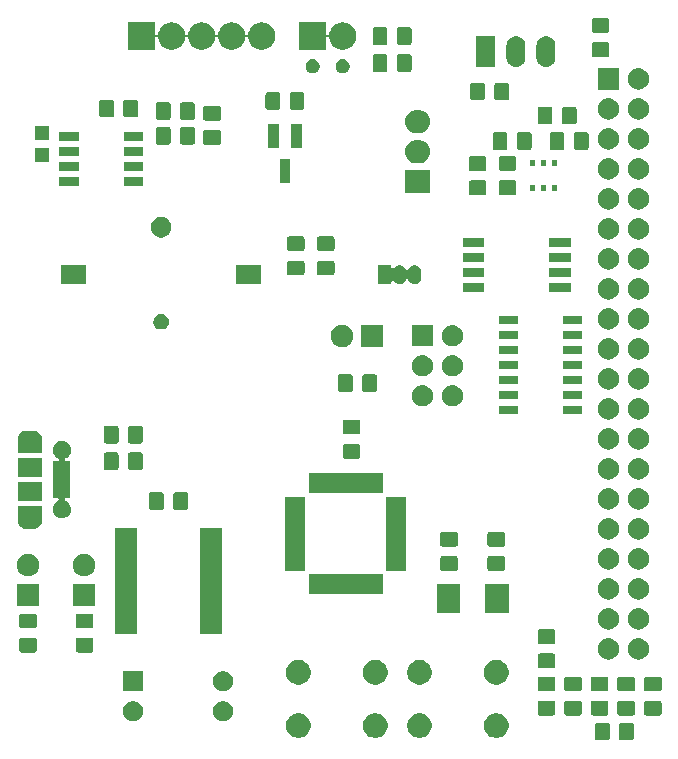
<source format=gts>
G04 #@! TF.GenerationSoftware,KiCad,Pcbnew,(5.1.5)-3*
G04 #@! TF.CreationDate,2020-10-20T09:52:33-06:00*
G04 #@! TF.ProjectId,ComputationalPrototype,436f6d70-7574-4617-9469-6f6e616c5072,rev?*
G04 #@! TF.SameCoordinates,Original*
G04 #@! TF.FileFunction,Soldermask,Top*
G04 #@! TF.FilePolarity,Negative*
%FSLAX46Y46*%
G04 Gerber Fmt 4.6, Leading zero omitted, Abs format (unit mm)*
G04 Created by KiCad (PCBNEW (5.1.5)-3) date 2020-10-20 09:52:33*
%MOMM*%
%LPD*%
G04 APERTURE LIST*
%ADD10C,0.100000*%
G04 APERTURE END LIST*
D10*
G36*
X166988674Y-122773465D02*
G01*
X167026367Y-122784899D01*
X167061103Y-122803466D01*
X167091548Y-122828452D01*
X167116534Y-122858897D01*
X167135101Y-122893633D01*
X167146535Y-122931326D01*
X167151000Y-122976661D01*
X167151000Y-124063339D01*
X167146535Y-124108674D01*
X167135101Y-124146367D01*
X167116534Y-124181103D01*
X167091548Y-124211548D01*
X167061103Y-124236534D01*
X167026367Y-124255101D01*
X166988674Y-124266535D01*
X166943339Y-124271000D01*
X166106661Y-124271000D01*
X166061326Y-124266535D01*
X166023633Y-124255101D01*
X165988897Y-124236534D01*
X165958452Y-124211548D01*
X165933466Y-124181103D01*
X165914899Y-124146367D01*
X165903465Y-124108674D01*
X165899000Y-124063339D01*
X165899000Y-122976661D01*
X165903465Y-122931326D01*
X165914899Y-122893633D01*
X165933466Y-122858897D01*
X165958452Y-122828452D01*
X165988897Y-122803466D01*
X166023633Y-122784899D01*
X166061326Y-122773465D01*
X166106661Y-122769000D01*
X166943339Y-122769000D01*
X166988674Y-122773465D01*
G37*
G36*
X164938674Y-122773465D02*
G01*
X164976367Y-122784899D01*
X165011103Y-122803466D01*
X165041548Y-122828452D01*
X165066534Y-122858897D01*
X165085101Y-122893633D01*
X165096535Y-122931326D01*
X165101000Y-122976661D01*
X165101000Y-124063339D01*
X165096535Y-124108674D01*
X165085101Y-124146367D01*
X165066534Y-124181103D01*
X165041548Y-124211548D01*
X165011103Y-124236534D01*
X164976367Y-124255101D01*
X164938674Y-124266535D01*
X164893339Y-124271000D01*
X164056661Y-124271000D01*
X164011326Y-124266535D01*
X163973633Y-124255101D01*
X163938897Y-124236534D01*
X163908452Y-124211548D01*
X163883466Y-124181103D01*
X163864899Y-124146367D01*
X163853465Y-124108674D01*
X163849000Y-124063339D01*
X163849000Y-122976661D01*
X163853465Y-122931326D01*
X163864899Y-122893633D01*
X163883466Y-122858897D01*
X163908452Y-122828452D01*
X163938897Y-122803466D01*
X163973633Y-122784899D01*
X164011326Y-122773465D01*
X164056661Y-122769000D01*
X164893339Y-122769000D01*
X164938674Y-122773465D01*
G37*
G36*
X155806564Y-122009389D02*
G01*
X155979697Y-122081103D01*
X155997835Y-122088616D01*
X156169973Y-122203635D01*
X156316365Y-122350027D01*
X156397207Y-122471015D01*
X156431385Y-122522167D01*
X156510611Y-122713436D01*
X156551000Y-122916484D01*
X156551000Y-123123516D01*
X156510611Y-123326564D01*
X156431385Y-123517833D01*
X156431384Y-123517835D01*
X156316365Y-123689973D01*
X156169973Y-123836365D01*
X155997835Y-123951384D01*
X155997834Y-123951385D01*
X155997833Y-123951385D01*
X155806564Y-124030611D01*
X155603516Y-124071000D01*
X155396484Y-124071000D01*
X155193436Y-124030611D01*
X155002167Y-123951385D01*
X155002166Y-123951385D01*
X155002165Y-123951384D01*
X154830027Y-123836365D01*
X154683635Y-123689973D01*
X154568616Y-123517835D01*
X154568615Y-123517833D01*
X154489389Y-123326564D01*
X154449000Y-123123516D01*
X154449000Y-122916484D01*
X154489389Y-122713436D01*
X154568615Y-122522167D01*
X154602794Y-122471015D01*
X154683635Y-122350027D01*
X154830027Y-122203635D01*
X155002165Y-122088616D01*
X155020303Y-122081103D01*
X155193436Y-122009389D01*
X155396484Y-121969000D01*
X155603516Y-121969000D01*
X155806564Y-122009389D01*
G37*
G36*
X139056564Y-122009389D02*
G01*
X139229697Y-122081103D01*
X139247835Y-122088616D01*
X139419973Y-122203635D01*
X139566365Y-122350027D01*
X139647207Y-122471015D01*
X139681385Y-122522167D01*
X139760611Y-122713436D01*
X139801000Y-122916484D01*
X139801000Y-123123516D01*
X139760611Y-123326564D01*
X139681385Y-123517833D01*
X139681384Y-123517835D01*
X139566365Y-123689973D01*
X139419973Y-123836365D01*
X139247835Y-123951384D01*
X139247834Y-123951385D01*
X139247833Y-123951385D01*
X139056564Y-124030611D01*
X138853516Y-124071000D01*
X138646484Y-124071000D01*
X138443436Y-124030611D01*
X138252167Y-123951385D01*
X138252166Y-123951385D01*
X138252165Y-123951384D01*
X138080027Y-123836365D01*
X137933635Y-123689973D01*
X137818616Y-123517835D01*
X137818615Y-123517833D01*
X137739389Y-123326564D01*
X137699000Y-123123516D01*
X137699000Y-122916484D01*
X137739389Y-122713436D01*
X137818615Y-122522167D01*
X137852794Y-122471015D01*
X137933635Y-122350027D01*
X138080027Y-122203635D01*
X138252165Y-122088616D01*
X138270303Y-122081103D01*
X138443436Y-122009389D01*
X138646484Y-121969000D01*
X138853516Y-121969000D01*
X139056564Y-122009389D01*
G37*
G36*
X145556564Y-122009389D02*
G01*
X145729697Y-122081103D01*
X145747835Y-122088616D01*
X145919973Y-122203635D01*
X146066365Y-122350027D01*
X146147207Y-122471015D01*
X146181385Y-122522167D01*
X146260611Y-122713436D01*
X146301000Y-122916484D01*
X146301000Y-123123516D01*
X146260611Y-123326564D01*
X146181385Y-123517833D01*
X146181384Y-123517835D01*
X146066365Y-123689973D01*
X145919973Y-123836365D01*
X145747835Y-123951384D01*
X145747834Y-123951385D01*
X145747833Y-123951385D01*
X145556564Y-124030611D01*
X145353516Y-124071000D01*
X145146484Y-124071000D01*
X144943436Y-124030611D01*
X144752167Y-123951385D01*
X144752166Y-123951385D01*
X144752165Y-123951384D01*
X144580027Y-123836365D01*
X144433635Y-123689973D01*
X144318616Y-123517835D01*
X144318615Y-123517833D01*
X144239389Y-123326564D01*
X144199000Y-123123516D01*
X144199000Y-122916484D01*
X144239389Y-122713436D01*
X144318615Y-122522167D01*
X144352794Y-122471015D01*
X144433635Y-122350027D01*
X144580027Y-122203635D01*
X144752165Y-122088616D01*
X144770303Y-122081103D01*
X144943436Y-122009389D01*
X145146484Y-121969000D01*
X145353516Y-121969000D01*
X145556564Y-122009389D01*
G37*
G36*
X149306564Y-122009389D02*
G01*
X149479697Y-122081103D01*
X149497835Y-122088616D01*
X149669973Y-122203635D01*
X149816365Y-122350027D01*
X149897207Y-122471015D01*
X149931385Y-122522167D01*
X150010611Y-122713436D01*
X150051000Y-122916484D01*
X150051000Y-123123516D01*
X150010611Y-123326564D01*
X149931385Y-123517833D01*
X149931384Y-123517835D01*
X149816365Y-123689973D01*
X149669973Y-123836365D01*
X149497835Y-123951384D01*
X149497834Y-123951385D01*
X149497833Y-123951385D01*
X149306564Y-124030611D01*
X149103516Y-124071000D01*
X148896484Y-124071000D01*
X148693436Y-124030611D01*
X148502167Y-123951385D01*
X148502166Y-123951385D01*
X148502165Y-123951384D01*
X148330027Y-123836365D01*
X148183635Y-123689973D01*
X148068616Y-123517835D01*
X148068615Y-123517833D01*
X147989389Y-123326564D01*
X147949000Y-123123516D01*
X147949000Y-122916484D01*
X147989389Y-122713436D01*
X148068615Y-122522167D01*
X148102794Y-122471015D01*
X148183635Y-122350027D01*
X148330027Y-122203635D01*
X148502165Y-122088616D01*
X148520303Y-122081103D01*
X148693436Y-122009389D01*
X148896484Y-121969000D01*
X149103516Y-121969000D01*
X149306564Y-122009389D01*
G37*
G36*
X132618228Y-120991703D02*
G01*
X132773100Y-121055853D01*
X132912481Y-121148985D01*
X133031015Y-121267519D01*
X133124147Y-121406900D01*
X133188297Y-121561772D01*
X133221000Y-121726184D01*
X133221000Y-121893816D01*
X133188297Y-122058228D01*
X133124147Y-122213100D01*
X133031015Y-122352481D01*
X132912481Y-122471015D01*
X132773100Y-122564147D01*
X132618228Y-122628297D01*
X132453816Y-122661000D01*
X132286184Y-122661000D01*
X132121772Y-122628297D01*
X131966900Y-122564147D01*
X131827519Y-122471015D01*
X131708985Y-122352481D01*
X131615853Y-122213100D01*
X131551703Y-122058228D01*
X131519000Y-121893816D01*
X131519000Y-121726184D01*
X131551703Y-121561772D01*
X131615853Y-121406900D01*
X131708985Y-121267519D01*
X131827519Y-121148985D01*
X131966900Y-121055853D01*
X132121772Y-120991703D01*
X132286184Y-120959000D01*
X132453816Y-120959000D01*
X132618228Y-120991703D01*
G37*
G36*
X124998228Y-120991703D02*
G01*
X125153100Y-121055853D01*
X125292481Y-121148985D01*
X125411015Y-121267519D01*
X125504147Y-121406900D01*
X125568297Y-121561772D01*
X125601000Y-121726184D01*
X125601000Y-121893816D01*
X125568297Y-122058228D01*
X125504147Y-122213100D01*
X125411015Y-122352481D01*
X125292481Y-122471015D01*
X125153100Y-122564147D01*
X124998228Y-122628297D01*
X124833816Y-122661000D01*
X124666184Y-122661000D01*
X124501772Y-122628297D01*
X124346900Y-122564147D01*
X124207519Y-122471015D01*
X124088985Y-122352481D01*
X123995853Y-122213100D01*
X123931703Y-122058228D01*
X123899000Y-121893816D01*
X123899000Y-121726184D01*
X123931703Y-121561772D01*
X123995853Y-121406900D01*
X124088985Y-121267519D01*
X124207519Y-121148985D01*
X124346900Y-121055853D01*
X124501772Y-120991703D01*
X124666184Y-120959000D01*
X124833816Y-120959000D01*
X124998228Y-120991703D01*
G37*
G36*
X164838674Y-120923465D02*
G01*
X164876367Y-120934899D01*
X164911103Y-120953466D01*
X164941548Y-120978452D01*
X164966534Y-121008897D01*
X164985101Y-121043633D01*
X164996535Y-121081326D01*
X165001000Y-121126661D01*
X165001000Y-121963339D01*
X164996535Y-122008674D01*
X164985101Y-122046367D01*
X164966534Y-122081103D01*
X164941548Y-122111548D01*
X164911103Y-122136534D01*
X164876367Y-122155101D01*
X164838674Y-122166535D01*
X164793339Y-122171000D01*
X163706661Y-122171000D01*
X163661326Y-122166535D01*
X163623633Y-122155101D01*
X163588897Y-122136534D01*
X163558452Y-122111548D01*
X163533466Y-122081103D01*
X163514899Y-122046367D01*
X163503465Y-122008674D01*
X163499000Y-121963339D01*
X163499000Y-121126661D01*
X163503465Y-121081326D01*
X163514899Y-121043633D01*
X163533466Y-121008897D01*
X163558452Y-120978452D01*
X163588897Y-120953466D01*
X163623633Y-120934899D01*
X163661326Y-120923465D01*
X163706661Y-120919000D01*
X164793339Y-120919000D01*
X164838674Y-120923465D01*
G37*
G36*
X167088674Y-120923465D02*
G01*
X167126367Y-120934899D01*
X167161103Y-120953466D01*
X167191548Y-120978452D01*
X167216534Y-121008897D01*
X167235101Y-121043633D01*
X167246535Y-121081326D01*
X167251000Y-121126661D01*
X167251000Y-121963339D01*
X167246535Y-122008674D01*
X167235101Y-122046367D01*
X167216534Y-122081103D01*
X167191548Y-122111548D01*
X167161103Y-122136534D01*
X167126367Y-122155101D01*
X167088674Y-122166535D01*
X167043339Y-122171000D01*
X165956661Y-122171000D01*
X165911326Y-122166535D01*
X165873633Y-122155101D01*
X165838897Y-122136534D01*
X165808452Y-122111548D01*
X165783466Y-122081103D01*
X165764899Y-122046367D01*
X165753465Y-122008674D01*
X165749000Y-121963339D01*
X165749000Y-121126661D01*
X165753465Y-121081326D01*
X165764899Y-121043633D01*
X165783466Y-121008897D01*
X165808452Y-120978452D01*
X165838897Y-120953466D01*
X165873633Y-120934899D01*
X165911326Y-120923465D01*
X165956661Y-120919000D01*
X167043339Y-120919000D01*
X167088674Y-120923465D01*
G37*
G36*
X169338674Y-120923465D02*
G01*
X169376367Y-120934899D01*
X169411103Y-120953466D01*
X169441548Y-120978452D01*
X169466534Y-121008897D01*
X169485101Y-121043633D01*
X169496535Y-121081326D01*
X169501000Y-121126661D01*
X169501000Y-121963339D01*
X169496535Y-122008674D01*
X169485101Y-122046367D01*
X169466534Y-122081103D01*
X169441548Y-122111548D01*
X169411103Y-122136534D01*
X169376367Y-122155101D01*
X169338674Y-122166535D01*
X169293339Y-122171000D01*
X168206661Y-122171000D01*
X168161326Y-122166535D01*
X168123633Y-122155101D01*
X168088897Y-122136534D01*
X168058452Y-122111548D01*
X168033466Y-122081103D01*
X168014899Y-122046367D01*
X168003465Y-122008674D01*
X167999000Y-121963339D01*
X167999000Y-121126661D01*
X168003465Y-121081326D01*
X168014899Y-121043633D01*
X168033466Y-121008897D01*
X168058452Y-120978452D01*
X168088897Y-120953466D01*
X168123633Y-120934899D01*
X168161326Y-120923465D01*
X168206661Y-120919000D01*
X169293339Y-120919000D01*
X169338674Y-120923465D01*
G37*
G36*
X162588674Y-120923465D02*
G01*
X162626367Y-120934899D01*
X162661103Y-120953466D01*
X162691548Y-120978452D01*
X162716534Y-121008897D01*
X162735101Y-121043633D01*
X162746535Y-121081326D01*
X162751000Y-121126661D01*
X162751000Y-121963339D01*
X162746535Y-122008674D01*
X162735101Y-122046367D01*
X162716534Y-122081103D01*
X162691548Y-122111548D01*
X162661103Y-122136534D01*
X162626367Y-122155101D01*
X162588674Y-122166535D01*
X162543339Y-122171000D01*
X161456661Y-122171000D01*
X161411326Y-122166535D01*
X161373633Y-122155101D01*
X161338897Y-122136534D01*
X161308452Y-122111548D01*
X161283466Y-122081103D01*
X161264899Y-122046367D01*
X161253465Y-122008674D01*
X161249000Y-121963339D01*
X161249000Y-121126661D01*
X161253465Y-121081326D01*
X161264899Y-121043633D01*
X161283466Y-121008897D01*
X161308452Y-120978452D01*
X161338897Y-120953466D01*
X161373633Y-120934899D01*
X161411326Y-120923465D01*
X161456661Y-120919000D01*
X162543339Y-120919000D01*
X162588674Y-120923465D01*
G37*
G36*
X160338674Y-120923465D02*
G01*
X160376367Y-120934899D01*
X160411103Y-120953466D01*
X160441548Y-120978452D01*
X160466534Y-121008897D01*
X160485101Y-121043633D01*
X160496535Y-121081326D01*
X160501000Y-121126661D01*
X160501000Y-121963339D01*
X160496535Y-122008674D01*
X160485101Y-122046367D01*
X160466534Y-122081103D01*
X160441548Y-122111548D01*
X160411103Y-122136534D01*
X160376367Y-122155101D01*
X160338674Y-122166535D01*
X160293339Y-122171000D01*
X159206661Y-122171000D01*
X159161326Y-122166535D01*
X159123633Y-122155101D01*
X159088897Y-122136534D01*
X159058452Y-122111548D01*
X159033466Y-122081103D01*
X159014899Y-122046367D01*
X159003465Y-122008674D01*
X158999000Y-121963339D01*
X158999000Y-121126661D01*
X159003465Y-121081326D01*
X159014899Y-121043633D01*
X159033466Y-121008897D01*
X159058452Y-120978452D01*
X159088897Y-120953466D01*
X159123633Y-120934899D01*
X159161326Y-120923465D01*
X159206661Y-120919000D01*
X160293339Y-120919000D01*
X160338674Y-120923465D01*
G37*
G36*
X162588674Y-118873465D02*
G01*
X162626367Y-118884899D01*
X162661103Y-118903466D01*
X162691548Y-118928452D01*
X162716534Y-118958897D01*
X162735101Y-118993633D01*
X162746535Y-119031326D01*
X162751000Y-119076661D01*
X162751000Y-119913339D01*
X162746535Y-119958674D01*
X162735101Y-119996367D01*
X162716534Y-120031103D01*
X162691548Y-120061548D01*
X162661103Y-120086534D01*
X162626367Y-120105101D01*
X162588674Y-120116535D01*
X162543339Y-120121000D01*
X161456661Y-120121000D01*
X161411326Y-120116535D01*
X161373633Y-120105101D01*
X161338897Y-120086534D01*
X161308452Y-120061548D01*
X161283466Y-120031103D01*
X161264899Y-119996367D01*
X161253465Y-119958674D01*
X161249000Y-119913339D01*
X161249000Y-119076661D01*
X161253465Y-119031326D01*
X161264899Y-118993633D01*
X161283466Y-118958897D01*
X161308452Y-118928452D01*
X161338897Y-118903466D01*
X161373633Y-118884899D01*
X161411326Y-118873465D01*
X161456661Y-118869000D01*
X162543339Y-118869000D01*
X162588674Y-118873465D01*
G37*
G36*
X164838674Y-118873465D02*
G01*
X164876367Y-118884899D01*
X164911103Y-118903466D01*
X164941548Y-118928452D01*
X164966534Y-118958897D01*
X164985101Y-118993633D01*
X164996535Y-119031326D01*
X165001000Y-119076661D01*
X165001000Y-119913339D01*
X164996535Y-119958674D01*
X164985101Y-119996367D01*
X164966534Y-120031103D01*
X164941548Y-120061548D01*
X164911103Y-120086534D01*
X164876367Y-120105101D01*
X164838674Y-120116535D01*
X164793339Y-120121000D01*
X163706661Y-120121000D01*
X163661326Y-120116535D01*
X163623633Y-120105101D01*
X163588897Y-120086534D01*
X163558452Y-120061548D01*
X163533466Y-120031103D01*
X163514899Y-119996367D01*
X163503465Y-119958674D01*
X163499000Y-119913339D01*
X163499000Y-119076661D01*
X163503465Y-119031326D01*
X163514899Y-118993633D01*
X163533466Y-118958897D01*
X163558452Y-118928452D01*
X163588897Y-118903466D01*
X163623633Y-118884899D01*
X163661326Y-118873465D01*
X163706661Y-118869000D01*
X164793339Y-118869000D01*
X164838674Y-118873465D01*
G37*
G36*
X167088674Y-118873465D02*
G01*
X167126367Y-118884899D01*
X167161103Y-118903466D01*
X167191548Y-118928452D01*
X167216534Y-118958897D01*
X167235101Y-118993633D01*
X167246535Y-119031326D01*
X167251000Y-119076661D01*
X167251000Y-119913339D01*
X167246535Y-119958674D01*
X167235101Y-119996367D01*
X167216534Y-120031103D01*
X167191548Y-120061548D01*
X167161103Y-120086534D01*
X167126367Y-120105101D01*
X167088674Y-120116535D01*
X167043339Y-120121000D01*
X165956661Y-120121000D01*
X165911326Y-120116535D01*
X165873633Y-120105101D01*
X165838897Y-120086534D01*
X165808452Y-120061548D01*
X165783466Y-120031103D01*
X165764899Y-119996367D01*
X165753465Y-119958674D01*
X165749000Y-119913339D01*
X165749000Y-119076661D01*
X165753465Y-119031326D01*
X165764899Y-118993633D01*
X165783466Y-118958897D01*
X165808452Y-118928452D01*
X165838897Y-118903466D01*
X165873633Y-118884899D01*
X165911326Y-118873465D01*
X165956661Y-118869000D01*
X167043339Y-118869000D01*
X167088674Y-118873465D01*
G37*
G36*
X169338674Y-118873465D02*
G01*
X169376367Y-118884899D01*
X169411103Y-118903466D01*
X169441548Y-118928452D01*
X169466534Y-118958897D01*
X169485101Y-118993633D01*
X169496535Y-119031326D01*
X169501000Y-119076661D01*
X169501000Y-119913339D01*
X169496535Y-119958674D01*
X169485101Y-119996367D01*
X169466534Y-120031103D01*
X169441548Y-120061548D01*
X169411103Y-120086534D01*
X169376367Y-120105101D01*
X169338674Y-120116535D01*
X169293339Y-120121000D01*
X168206661Y-120121000D01*
X168161326Y-120116535D01*
X168123633Y-120105101D01*
X168088897Y-120086534D01*
X168058452Y-120061548D01*
X168033466Y-120031103D01*
X168014899Y-119996367D01*
X168003465Y-119958674D01*
X167999000Y-119913339D01*
X167999000Y-119076661D01*
X168003465Y-119031326D01*
X168014899Y-118993633D01*
X168033466Y-118958897D01*
X168058452Y-118928452D01*
X168088897Y-118903466D01*
X168123633Y-118884899D01*
X168161326Y-118873465D01*
X168206661Y-118869000D01*
X169293339Y-118869000D01*
X169338674Y-118873465D01*
G37*
G36*
X160338674Y-118873465D02*
G01*
X160376367Y-118884899D01*
X160411103Y-118903466D01*
X160441548Y-118928452D01*
X160466534Y-118958897D01*
X160485101Y-118993633D01*
X160496535Y-119031326D01*
X160501000Y-119076661D01*
X160501000Y-119913339D01*
X160496535Y-119958674D01*
X160485101Y-119996367D01*
X160466534Y-120031103D01*
X160441548Y-120061548D01*
X160411103Y-120086534D01*
X160376367Y-120105101D01*
X160338674Y-120116535D01*
X160293339Y-120121000D01*
X159206661Y-120121000D01*
X159161326Y-120116535D01*
X159123633Y-120105101D01*
X159088897Y-120086534D01*
X159058452Y-120061548D01*
X159033466Y-120031103D01*
X159014899Y-119996367D01*
X159003465Y-119958674D01*
X158999000Y-119913339D01*
X158999000Y-119076661D01*
X159003465Y-119031326D01*
X159014899Y-118993633D01*
X159033466Y-118958897D01*
X159058452Y-118928452D01*
X159088897Y-118903466D01*
X159123633Y-118884899D01*
X159161326Y-118873465D01*
X159206661Y-118869000D01*
X160293339Y-118869000D01*
X160338674Y-118873465D01*
G37*
G36*
X125601000Y-120121000D02*
G01*
X123899000Y-120121000D01*
X123899000Y-118419000D01*
X125601000Y-118419000D01*
X125601000Y-120121000D01*
G37*
G36*
X132618228Y-118451703D02*
G01*
X132773100Y-118515853D01*
X132912481Y-118608985D01*
X133031015Y-118727519D01*
X133124147Y-118866900D01*
X133188297Y-119021772D01*
X133221000Y-119186184D01*
X133221000Y-119353816D01*
X133188297Y-119518228D01*
X133124147Y-119673100D01*
X133031015Y-119812481D01*
X132912481Y-119931015D01*
X132773100Y-120024147D01*
X132618228Y-120088297D01*
X132453816Y-120121000D01*
X132286184Y-120121000D01*
X132121772Y-120088297D01*
X131966900Y-120024147D01*
X131827519Y-119931015D01*
X131708985Y-119812481D01*
X131615853Y-119673100D01*
X131551703Y-119518228D01*
X131519000Y-119353816D01*
X131519000Y-119186184D01*
X131551703Y-119021772D01*
X131615853Y-118866900D01*
X131708985Y-118727519D01*
X131827519Y-118608985D01*
X131966900Y-118515853D01*
X132121772Y-118451703D01*
X132286184Y-118419000D01*
X132453816Y-118419000D01*
X132618228Y-118451703D01*
G37*
G36*
X139056564Y-117509389D02*
G01*
X139247833Y-117588615D01*
X139247835Y-117588616D01*
X139419973Y-117703635D01*
X139566365Y-117850027D01*
X139672370Y-118008674D01*
X139681385Y-118022167D01*
X139760611Y-118213436D01*
X139801000Y-118416484D01*
X139801000Y-118623516D01*
X139760611Y-118826564D01*
X139691409Y-118993633D01*
X139681384Y-119017835D01*
X139566365Y-119189973D01*
X139419973Y-119336365D01*
X139247835Y-119451384D01*
X139247834Y-119451385D01*
X139247833Y-119451385D01*
X139056564Y-119530611D01*
X138853516Y-119571000D01*
X138646484Y-119571000D01*
X138443436Y-119530611D01*
X138252167Y-119451385D01*
X138252166Y-119451385D01*
X138252165Y-119451384D01*
X138080027Y-119336365D01*
X137933635Y-119189973D01*
X137818616Y-119017835D01*
X137808591Y-118993633D01*
X137739389Y-118826564D01*
X137699000Y-118623516D01*
X137699000Y-118416484D01*
X137739389Y-118213436D01*
X137818615Y-118022167D01*
X137827631Y-118008674D01*
X137933635Y-117850027D01*
X138080027Y-117703635D01*
X138252165Y-117588616D01*
X138252167Y-117588615D01*
X138443436Y-117509389D01*
X138646484Y-117469000D01*
X138853516Y-117469000D01*
X139056564Y-117509389D01*
G37*
G36*
X145556564Y-117509389D02*
G01*
X145747833Y-117588615D01*
X145747835Y-117588616D01*
X145919973Y-117703635D01*
X146066365Y-117850027D01*
X146172370Y-118008674D01*
X146181385Y-118022167D01*
X146260611Y-118213436D01*
X146301000Y-118416484D01*
X146301000Y-118623516D01*
X146260611Y-118826564D01*
X146191409Y-118993633D01*
X146181384Y-119017835D01*
X146066365Y-119189973D01*
X145919973Y-119336365D01*
X145747835Y-119451384D01*
X145747834Y-119451385D01*
X145747833Y-119451385D01*
X145556564Y-119530611D01*
X145353516Y-119571000D01*
X145146484Y-119571000D01*
X144943436Y-119530611D01*
X144752167Y-119451385D01*
X144752166Y-119451385D01*
X144752165Y-119451384D01*
X144580027Y-119336365D01*
X144433635Y-119189973D01*
X144318616Y-119017835D01*
X144308591Y-118993633D01*
X144239389Y-118826564D01*
X144199000Y-118623516D01*
X144199000Y-118416484D01*
X144239389Y-118213436D01*
X144318615Y-118022167D01*
X144327631Y-118008674D01*
X144433635Y-117850027D01*
X144580027Y-117703635D01*
X144752165Y-117588616D01*
X144752167Y-117588615D01*
X144943436Y-117509389D01*
X145146484Y-117469000D01*
X145353516Y-117469000D01*
X145556564Y-117509389D01*
G37*
G36*
X155806564Y-117509389D02*
G01*
X155997833Y-117588615D01*
X155997835Y-117588616D01*
X156169973Y-117703635D01*
X156316365Y-117850027D01*
X156422370Y-118008674D01*
X156431385Y-118022167D01*
X156510611Y-118213436D01*
X156551000Y-118416484D01*
X156551000Y-118623516D01*
X156510611Y-118826564D01*
X156441409Y-118993633D01*
X156431384Y-119017835D01*
X156316365Y-119189973D01*
X156169973Y-119336365D01*
X155997835Y-119451384D01*
X155997834Y-119451385D01*
X155997833Y-119451385D01*
X155806564Y-119530611D01*
X155603516Y-119571000D01*
X155396484Y-119571000D01*
X155193436Y-119530611D01*
X155002167Y-119451385D01*
X155002166Y-119451385D01*
X155002165Y-119451384D01*
X154830027Y-119336365D01*
X154683635Y-119189973D01*
X154568616Y-119017835D01*
X154558591Y-118993633D01*
X154489389Y-118826564D01*
X154449000Y-118623516D01*
X154449000Y-118416484D01*
X154489389Y-118213436D01*
X154568615Y-118022167D01*
X154577631Y-118008674D01*
X154683635Y-117850027D01*
X154830027Y-117703635D01*
X155002165Y-117588616D01*
X155002167Y-117588615D01*
X155193436Y-117509389D01*
X155396484Y-117469000D01*
X155603516Y-117469000D01*
X155806564Y-117509389D01*
G37*
G36*
X149306564Y-117509389D02*
G01*
X149497833Y-117588615D01*
X149497835Y-117588616D01*
X149669973Y-117703635D01*
X149816365Y-117850027D01*
X149922370Y-118008674D01*
X149931385Y-118022167D01*
X150010611Y-118213436D01*
X150051000Y-118416484D01*
X150051000Y-118623516D01*
X150010611Y-118826564D01*
X149941409Y-118993633D01*
X149931384Y-119017835D01*
X149816365Y-119189973D01*
X149669973Y-119336365D01*
X149497835Y-119451384D01*
X149497834Y-119451385D01*
X149497833Y-119451385D01*
X149306564Y-119530611D01*
X149103516Y-119571000D01*
X148896484Y-119571000D01*
X148693436Y-119530611D01*
X148502167Y-119451385D01*
X148502166Y-119451385D01*
X148502165Y-119451384D01*
X148330027Y-119336365D01*
X148183635Y-119189973D01*
X148068616Y-119017835D01*
X148058591Y-118993633D01*
X147989389Y-118826564D01*
X147949000Y-118623516D01*
X147949000Y-118416484D01*
X147989389Y-118213436D01*
X148068615Y-118022167D01*
X148077631Y-118008674D01*
X148183635Y-117850027D01*
X148330027Y-117703635D01*
X148502165Y-117588616D01*
X148502167Y-117588615D01*
X148693436Y-117509389D01*
X148896484Y-117469000D01*
X149103516Y-117469000D01*
X149306564Y-117509389D01*
G37*
G36*
X160338674Y-116923465D02*
G01*
X160376367Y-116934899D01*
X160411103Y-116953466D01*
X160441548Y-116978452D01*
X160466534Y-117008897D01*
X160485101Y-117043633D01*
X160496535Y-117081326D01*
X160501000Y-117126661D01*
X160501000Y-117963339D01*
X160496535Y-118008674D01*
X160485101Y-118046367D01*
X160466534Y-118081103D01*
X160441548Y-118111548D01*
X160411103Y-118136534D01*
X160376367Y-118155101D01*
X160338674Y-118166535D01*
X160293339Y-118171000D01*
X159206661Y-118171000D01*
X159161326Y-118166535D01*
X159123633Y-118155101D01*
X159088897Y-118136534D01*
X159058452Y-118111548D01*
X159033466Y-118081103D01*
X159014899Y-118046367D01*
X159003465Y-118008674D01*
X158999000Y-117963339D01*
X158999000Y-117126661D01*
X159003465Y-117081326D01*
X159014899Y-117043633D01*
X159033466Y-117008897D01*
X159058452Y-116978452D01*
X159088897Y-116953466D01*
X159123633Y-116934899D01*
X159161326Y-116923465D01*
X159206661Y-116919000D01*
X160293339Y-116919000D01*
X160338674Y-116923465D01*
G37*
G36*
X165113220Y-115633869D02*
G01*
X165262812Y-115663624D01*
X165426784Y-115731544D01*
X165574354Y-115830147D01*
X165699853Y-115955646D01*
X165798456Y-116103216D01*
X165866376Y-116267188D01*
X165901000Y-116441259D01*
X165901000Y-116618741D01*
X165866376Y-116792812D01*
X165798456Y-116956784D01*
X165699853Y-117104354D01*
X165574354Y-117229853D01*
X165426784Y-117328456D01*
X165262812Y-117396376D01*
X165113512Y-117426073D01*
X165088742Y-117431000D01*
X164911258Y-117431000D01*
X164886488Y-117426073D01*
X164737188Y-117396376D01*
X164573216Y-117328456D01*
X164425646Y-117229853D01*
X164300147Y-117104354D01*
X164201544Y-116956784D01*
X164133624Y-116792812D01*
X164099000Y-116618741D01*
X164099000Y-116441259D01*
X164133624Y-116267188D01*
X164201544Y-116103216D01*
X164300147Y-115955646D01*
X164425646Y-115830147D01*
X164573216Y-115731544D01*
X164737188Y-115663624D01*
X164886780Y-115633869D01*
X164911258Y-115629000D01*
X165088742Y-115629000D01*
X165113220Y-115633869D01*
G37*
G36*
X167653220Y-115633869D02*
G01*
X167802812Y-115663624D01*
X167966784Y-115731544D01*
X168114354Y-115830147D01*
X168239853Y-115955646D01*
X168338456Y-116103216D01*
X168406376Y-116267188D01*
X168441000Y-116441259D01*
X168441000Y-116618741D01*
X168406376Y-116792812D01*
X168338456Y-116956784D01*
X168239853Y-117104354D01*
X168114354Y-117229853D01*
X167966784Y-117328456D01*
X167802812Y-117396376D01*
X167653512Y-117426073D01*
X167628742Y-117431000D01*
X167451258Y-117431000D01*
X167426488Y-117426073D01*
X167277188Y-117396376D01*
X167113216Y-117328456D01*
X166965646Y-117229853D01*
X166840147Y-117104354D01*
X166741544Y-116956784D01*
X166673624Y-116792812D01*
X166639000Y-116618741D01*
X166639000Y-116441259D01*
X166673624Y-116267188D01*
X166741544Y-116103216D01*
X166840147Y-115955646D01*
X166965646Y-115830147D01*
X167113216Y-115731544D01*
X167277188Y-115663624D01*
X167426780Y-115633869D01*
X167451258Y-115629000D01*
X167628742Y-115629000D01*
X167653220Y-115633869D01*
G37*
G36*
X121238674Y-115592465D02*
G01*
X121276367Y-115603899D01*
X121311103Y-115622466D01*
X121341548Y-115647452D01*
X121366534Y-115677897D01*
X121385101Y-115712633D01*
X121396535Y-115750326D01*
X121401000Y-115795661D01*
X121401000Y-116632339D01*
X121396535Y-116677674D01*
X121385101Y-116715367D01*
X121366534Y-116750103D01*
X121341548Y-116780548D01*
X121311103Y-116805534D01*
X121276367Y-116824101D01*
X121238674Y-116835535D01*
X121193339Y-116840000D01*
X120106661Y-116840000D01*
X120061326Y-116835535D01*
X120023633Y-116824101D01*
X119988897Y-116805534D01*
X119958452Y-116780548D01*
X119933466Y-116750103D01*
X119914899Y-116715367D01*
X119903465Y-116677674D01*
X119899000Y-116632339D01*
X119899000Y-115795661D01*
X119903465Y-115750326D01*
X119914899Y-115712633D01*
X119933466Y-115677897D01*
X119958452Y-115647452D01*
X119988897Y-115622466D01*
X120023633Y-115603899D01*
X120061326Y-115592465D01*
X120106661Y-115588000D01*
X121193339Y-115588000D01*
X121238674Y-115592465D01*
G37*
G36*
X116443674Y-115592465D02*
G01*
X116481367Y-115603899D01*
X116516103Y-115622466D01*
X116546548Y-115647452D01*
X116571534Y-115677897D01*
X116590101Y-115712633D01*
X116601535Y-115750326D01*
X116606000Y-115795661D01*
X116606000Y-116632339D01*
X116601535Y-116677674D01*
X116590101Y-116715367D01*
X116571534Y-116750103D01*
X116546548Y-116780548D01*
X116516103Y-116805534D01*
X116481367Y-116824101D01*
X116443674Y-116835535D01*
X116398339Y-116840000D01*
X115311661Y-116840000D01*
X115266326Y-116835535D01*
X115228633Y-116824101D01*
X115193897Y-116805534D01*
X115163452Y-116780548D01*
X115138466Y-116750103D01*
X115119899Y-116715367D01*
X115108465Y-116677674D01*
X115104000Y-116632339D01*
X115104000Y-115795661D01*
X115108465Y-115750326D01*
X115119899Y-115712633D01*
X115138466Y-115677897D01*
X115163452Y-115647452D01*
X115193897Y-115622466D01*
X115228633Y-115603899D01*
X115266326Y-115592465D01*
X115311661Y-115588000D01*
X116398339Y-115588000D01*
X116443674Y-115592465D01*
G37*
G36*
X160338674Y-114873465D02*
G01*
X160376367Y-114884899D01*
X160411103Y-114903466D01*
X160441548Y-114928452D01*
X160466534Y-114958897D01*
X160485101Y-114993633D01*
X160496535Y-115031326D01*
X160501000Y-115076661D01*
X160501000Y-115913339D01*
X160496535Y-115958674D01*
X160485101Y-115996367D01*
X160466534Y-116031103D01*
X160441548Y-116061548D01*
X160411103Y-116086534D01*
X160376367Y-116105101D01*
X160338674Y-116116535D01*
X160293339Y-116121000D01*
X159206661Y-116121000D01*
X159161326Y-116116535D01*
X159123633Y-116105101D01*
X159088897Y-116086534D01*
X159058452Y-116061548D01*
X159033466Y-116031103D01*
X159014899Y-115996367D01*
X159003465Y-115958674D01*
X158999000Y-115913339D01*
X158999000Y-115076661D01*
X159003465Y-115031326D01*
X159014899Y-114993633D01*
X159033466Y-114958897D01*
X159058452Y-114928452D01*
X159088897Y-114903466D01*
X159123633Y-114884899D01*
X159161326Y-114873465D01*
X159206661Y-114869000D01*
X160293339Y-114869000D01*
X160338674Y-114873465D01*
G37*
G36*
X125076000Y-115271000D02*
G01*
X123224000Y-115271000D01*
X123224000Y-106269000D01*
X125076000Y-106269000D01*
X125076000Y-115271000D01*
G37*
G36*
X132276000Y-115271000D02*
G01*
X130424000Y-115271000D01*
X130424000Y-106269000D01*
X132276000Y-106269000D01*
X132276000Y-115271000D01*
G37*
G36*
X167653512Y-113093927D02*
G01*
X167802812Y-113123624D01*
X167966784Y-113191544D01*
X168114354Y-113290147D01*
X168239853Y-113415646D01*
X168338456Y-113563216D01*
X168406376Y-113727188D01*
X168441000Y-113901259D01*
X168441000Y-114078741D01*
X168406376Y-114252812D01*
X168338456Y-114416784D01*
X168239853Y-114564354D01*
X168114354Y-114689853D01*
X167966784Y-114788456D01*
X167802812Y-114856376D01*
X167653512Y-114886073D01*
X167628742Y-114891000D01*
X167451258Y-114891000D01*
X167426488Y-114886073D01*
X167277188Y-114856376D01*
X167113216Y-114788456D01*
X166965646Y-114689853D01*
X166840147Y-114564354D01*
X166741544Y-114416784D01*
X166673624Y-114252812D01*
X166639000Y-114078741D01*
X166639000Y-113901259D01*
X166673624Y-113727188D01*
X166741544Y-113563216D01*
X166840147Y-113415646D01*
X166965646Y-113290147D01*
X167113216Y-113191544D01*
X167277188Y-113123624D01*
X167426488Y-113093927D01*
X167451258Y-113089000D01*
X167628742Y-113089000D01*
X167653512Y-113093927D01*
G37*
G36*
X165113512Y-113093927D02*
G01*
X165262812Y-113123624D01*
X165426784Y-113191544D01*
X165574354Y-113290147D01*
X165699853Y-113415646D01*
X165798456Y-113563216D01*
X165866376Y-113727188D01*
X165901000Y-113901259D01*
X165901000Y-114078741D01*
X165866376Y-114252812D01*
X165798456Y-114416784D01*
X165699853Y-114564354D01*
X165574354Y-114689853D01*
X165426784Y-114788456D01*
X165262812Y-114856376D01*
X165113512Y-114886073D01*
X165088742Y-114891000D01*
X164911258Y-114891000D01*
X164886488Y-114886073D01*
X164737188Y-114856376D01*
X164573216Y-114788456D01*
X164425646Y-114689853D01*
X164300147Y-114564354D01*
X164201544Y-114416784D01*
X164133624Y-114252812D01*
X164099000Y-114078741D01*
X164099000Y-113901259D01*
X164133624Y-113727188D01*
X164201544Y-113563216D01*
X164300147Y-113415646D01*
X164425646Y-113290147D01*
X164573216Y-113191544D01*
X164737188Y-113123624D01*
X164886488Y-113093927D01*
X164911258Y-113089000D01*
X165088742Y-113089000D01*
X165113512Y-113093927D01*
G37*
G36*
X121238674Y-113542465D02*
G01*
X121276367Y-113553899D01*
X121311103Y-113572466D01*
X121341548Y-113597452D01*
X121366534Y-113627897D01*
X121385101Y-113662633D01*
X121396535Y-113700326D01*
X121401000Y-113745661D01*
X121401000Y-114582339D01*
X121396535Y-114627674D01*
X121385101Y-114665367D01*
X121366534Y-114700103D01*
X121341548Y-114730548D01*
X121311103Y-114755534D01*
X121276367Y-114774101D01*
X121238674Y-114785535D01*
X121193339Y-114790000D01*
X120106661Y-114790000D01*
X120061326Y-114785535D01*
X120023633Y-114774101D01*
X119988897Y-114755534D01*
X119958452Y-114730548D01*
X119933466Y-114700103D01*
X119914899Y-114665367D01*
X119903465Y-114627674D01*
X119899000Y-114582339D01*
X119899000Y-113745661D01*
X119903465Y-113700326D01*
X119914899Y-113662633D01*
X119933466Y-113627897D01*
X119958452Y-113597452D01*
X119988897Y-113572466D01*
X120023633Y-113553899D01*
X120061326Y-113542465D01*
X120106661Y-113538000D01*
X121193339Y-113538000D01*
X121238674Y-113542465D01*
G37*
G36*
X116443674Y-113542465D02*
G01*
X116481367Y-113553899D01*
X116516103Y-113572466D01*
X116546548Y-113597452D01*
X116571534Y-113627897D01*
X116590101Y-113662633D01*
X116601535Y-113700326D01*
X116606000Y-113745661D01*
X116606000Y-114582339D01*
X116601535Y-114627674D01*
X116590101Y-114665367D01*
X116571534Y-114700103D01*
X116546548Y-114730548D01*
X116516103Y-114755534D01*
X116481367Y-114774101D01*
X116443674Y-114785535D01*
X116398339Y-114790000D01*
X115311661Y-114790000D01*
X115266326Y-114785535D01*
X115228633Y-114774101D01*
X115193897Y-114755534D01*
X115163452Y-114730548D01*
X115138466Y-114700103D01*
X115119899Y-114665367D01*
X115108465Y-114627674D01*
X115104000Y-114582339D01*
X115104000Y-113745661D01*
X115108465Y-113700326D01*
X115119899Y-113662633D01*
X115138466Y-113627897D01*
X115163452Y-113597452D01*
X115193897Y-113572466D01*
X115228633Y-113553899D01*
X115266326Y-113542465D01*
X115311661Y-113538000D01*
X116398339Y-113538000D01*
X116443674Y-113542465D01*
G37*
G36*
X156551000Y-113521000D02*
G01*
X154549000Y-113521000D01*
X154549000Y-111019000D01*
X156551000Y-111019000D01*
X156551000Y-113521000D01*
G37*
G36*
X152451000Y-113521000D02*
G01*
X150449000Y-113521000D01*
X150449000Y-111019000D01*
X152451000Y-111019000D01*
X152451000Y-113521000D01*
G37*
G36*
X121556000Y-112904500D02*
G01*
X119654000Y-112904500D01*
X119654000Y-111002500D01*
X121556000Y-111002500D01*
X121556000Y-112904500D01*
G37*
G36*
X116806000Y-112904500D02*
G01*
X114904000Y-112904500D01*
X114904000Y-111002500D01*
X116806000Y-111002500D01*
X116806000Y-112904500D01*
G37*
G36*
X167653512Y-110553927D02*
G01*
X167802812Y-110583624D01*
X167966784Y-110651544D01*
X168114354Y-110750147D01*
X168239853Y-110875646D01*
X168338456Y-111023216D01*
X168406376Y-111187188D01*
X168441000Y-111361259D01*
X168441000Y-111538741D01*
X168406376Y-111712812D01*
X168338456Y-111876784D01*
X168239853Y-112024354D01*
X168114354Y-112149853D01*
X167966784Y-112248456D01*
X167802812Y-112316376D01*
X167653512Y-112346073D01*
X167628742Y-112351000D01*
X167451258Y-112351000D01*
X167426488Y-112346073D01*
X167277188Y-112316376D01*
X167113216Y-112248456D01*
X166965646Y-112149853D01*
X166840147Y-112024354D01*
X166741544Y-111876784D01*
X166673624Y-111712812D01*
X166639000Y-111538741D01*
X166639000Y-111361259D01*
X166673624Y-111187188D01*
X166741544Y-111023216D01*
X166840147Y-110875646D01*
X166965646Y-110750147D01*
X167113216Y-110651544D01*
X167277188Y-110583624D01*
X167426488Y-110553927D01*
X167451258Y-110549000D01*
X167628742Y-110549000D01*
X167653512Y-110553927D01*
G37*
G36*
X165113512Y-110553927D02*
G01*
X165262812Y-110583624D01*
X165426784Y-110651544D01*
X165574354Y-110750147D01*
X165699853Y-110875646D01*
X165798456Y-111023216D01*
X165866376Y-111187188D01*
X165901000Y-111361259D01*
X165901000Y-111538741D01*
X165866376Y-111712812D01*
X165798456Y-111876784D01*
X165699853Y-112024354D01*
X165574354Y-112149853D01*
X165426784Y-112248456D01*
X165262812Y-112316376D01*
X165113512Y-112346073D01*
X165088742Y-112351000D01*
X164911258Y-112351000D01*
X164886488Y-112346073D01*
X164737188Y-112316376D01*
X164573216Y-112248456D01*
X164425646Y-112149853D01*
X164300147Y-112024354D01*
X164201544Y-111876784D01*
X164133624Y-111712812D01*
X164099000Y-111538741D01*
X164099000Y-111361259D01*
X164133624Y-111187188D01*
X164201544Y-111023216D01*
X164300147Y-110875646D01*
X164425646Y-110750147D01*
X164573216Y-110651544D01*
X164737188Y-110583624D01*
X164886488Y-110553927D01*
X164911258Y-110549000D01*
X165088742Y-110549000D01*
X165113512Y-110553927D01*
G37*
G36*
X145876000Y-111871000D02*
G01*
X139624000Y-111871000D01*
X139624000Y-110169000D01*
X145876000Y-110169000D01*
X145876000Y-111871000D01*
G37*
G36*
X120882395Y-108499046D02*
G01*
X121055466Y-108570734D01*
X121055467Y-108570735D01*
X121211227Y-108674810D01*
X121343690Y-108807273D01*
X121363564Y-108837017D01*
X121447766Y-108963034D01*
X121519454Y-109136105D01*
X121556000Y-109319833D01*
X121556000Y-109507167D01*
X121519454Y-109690895D01*
X121447766Y-109863966D01*
X121423500Y-109900282D01*
X121343690Y-110019727D01*
X121211227Y-110152190D01*
X121186069Y-110169000D01*
X121055466Y-110256266D01*
X120882395Y-110327954D01*
X120698667Y-110364500D01*
X120511333Y-110364500D01*
X120327605Y-110327954D01*
X120154534Y-110256266D01*
X120023931Y-110169000D01*
X119998773Y-110152190D01*
X119866310Y-110019727D01*
X119786500Y-109900282D01*
X119762234Y-109863966D01*
X119690546Y-109690895D01*
X119654000Y-109507167D01*
X119654000Y-109319833D01*
X119690546Y-109136105D01*
X119762234Y-108963034D01*
X119846436Y-108837017D01*
X119866310Y-108807273D01*
X119998773Y-108674810D01*
X120154533Y-108570735D01*
X120154534Y-108570734D01*
X120327605Y-108499046D01*
X120511333Y-108462500D01*
X120698667Y-108462500D01*
X120882395Y-108499046D01*
G37*
G36*
X116132395Y-108499046D02*
G01*
X116305466Y-108570734D01*
X116305467Y-108570735D01*
X116461227Y-108674810D01*
X116593690Y-108807273D01*
X116613564Y-108837017D01*
X116697766Y-108963034D01*
X116769454Y-109136105D01*
X116806000Y-109319833D01*
X116806000Y-109507167D01*
X116769454Y-109690895D01*
X116697766Y-109863966D01*
X116673500Y-109900282D01*
X116593690Y-110019727D01*
X116461227Y-110152190D01*
X116436069Y-110169000D01*
X116305466Y-110256266D01*
X116132395Y-110327954D01*
X115948667Y-110364500D01*
X115761333Y-110364500D01*
X115577605Y-110327954D01*
X115404534Y-110256266D01*
X115273931Y-110169000D01*
X115248773Y-110152190D01*
X115116310Y-110019727D01*
X115036500Y-109900282D01*
X115012234Y-109863966D01*
X114940546Y-109690895D01*
X114904000Y-109507167D01*
X114904000Y-109319833D01*
X114940546Y-109136105D01*
X115012234Y-108963034D01*
X115096436Y-108837017D01*
X115116310Y-108807273D01*
X115248773Y-108674810D01*
X115404533Y-108570735D01*
X115404534Y-108570734D01*
X115577605Y-108499046D01*
X115761333Y-108462500D01*
X115948667Y-108462500D01*
X116132395Y-108499046D01*
G37*
G36*
X152088674Y-108673465D02*
G01*
X152126367Y-108684899D01*
X152161103Y-108703466D01*
X152191548Y-108728452D01*
X152216534Y-108758897D01*
X152235101Y-108793633D01*
X152246535Y-108831326D01*
X152251000Y-108876661D01*
X152251000Y-109713339D01*
X152246535Y-109758674D01*
X152235101Y-109796367D01*
X152216534Y-109831103D01*
X152191548Y-109861548D01*
X152161103Y-109886534D01*
X152126367Y-109905101D01*
X152088674Y-109916535D01*
X152043339Y-109921000D01*
X150956661Y-109921000D01*
X150911326Y-109916535D01*
X150873633Y-109905101D01*
X150838897Y-109886534D01*
X150808452Y-109861548D01*
X150783466Y-109831103D01*
X150764899Y-109796367D01*
X150753465Y-109758674D01*
X150749000Y-109713339D01*
X150749000Y-108876661D01*
X150753465Y-108831326D01*
X150764899Y-108793633D01*
X150783466Y-108758897D01*
X150808452Y-108728452D01*
X150838897Y-108703466D01*
X150873633Y-108684899D01*
X150911326Y-108673465D01*
X150956661Y-108669000D01*
X152043339Y-108669000D01*
X152088674Y-108673465D01*
G37*
G36*
X156088674Y-108673465D02*
G01*
X156126367Y-108684899D01*
X156161103Y-108703466D01*
X156191548Y-108728452D01*
X156216534Y-108758897D01*
X156235101Y-108793633D01*
X156246535Y-108831326D01*
X156251000Y-108876661D01*
X156251000Y-109713339D01*
X156246535Y-109758674D01*
X156235101Y-109796367D01*
X156216534Y-109831103D01*
X156191548Y-109861548D01*
X156161103Y-109886534D01*
X156126367Y-109905101D01*
X156088674Y-109916535D01*
X156043339Y-109921000D01*
X154956661Y-109921000D01*
X154911326Y-109916535D01*
X154873633Y-109905101D01*
X154838897Y-109886534D01*
X154808452Y-109861548D01*
X154783466Y-109831103D01*
X154764899Y-109796367D01*
X154753465Y-109758674D01*
X154749000Y-109713339D01*
X154749000Y-108876661D01*
X154753465Y-108831326D01*
X154764899Y-108793633D01*
X154783466Y-108758897D01*
X154808452Y-108728452D01*
X154838897Y-108703466D01*
X154873633Y-108684899D01*
X154911326Y-108673465D01*
X154956661Y-108669000D01*
X156043339Y-108669000D01*
X156088674Y-108673465D01*
G37*
G36*
X147851000Y-109896000D02*
G01*
X146149000Y-109896000D01*
X146149000Y-103644000D01*
X147851000Y-103644000D01*
X147851000Y-109896000D01*
G37*
G36*
X139351000Y-109896000D02*
G01*
X137649000Y-109896000D01*
X137649000Y-103644000D01*
X139351000Y-103644000D01*
X139351000Y-109896000D01*
G37*
G36*
X167653512Y-108013927D02*
G01*
X167802812Y-108043624D01*
X167966784Y-108111544D01*
X168114354Y-108210147D01*
X168239853Y-108335646D01*
X168338456Y-108483216D01*
X168406376Y-108647188D01*
X168431003Y-108771000D01*
X168438219Y-108807275D01*
X168441000Y-108821259D01*
X168441000Y-108998741D01*
X168406376Y-109172812D01*
X168338456Y-109336784D01*
X168239853Y-109484354D01*
X168114354Y-109609853D01*
X167966784Y-109708456D01*
X167802812Y-109776376D01*
X167653512Y-109806073D01*
X167628742Y-109811000D01*
X167451258Y-109811000D01*
X167426488Y-109806073D01*
X167277188Y-109776376D01*
X167113216Y-109708456D01*
X166965646Y-109609853D01*
X166840147Y-109484354D01*
X166741544Y-109336784D01*
X166673624Y-109172812D01*
X166639000Y-108998741D01*
X166639000Y-108821259D01*
X166641782Y-108807275D01*
X166648997Y-108771000D01*
X166673624Y-108647188D01*
X166741544Y-108483216D01*
X166840147Y-108335646D01*
X166965646Y-108210147D01*
X167113216Y-108111544D01*
X167277188Y-108043624D01*
X167426488Y-108013927D01*
X167451258Y-108009000D01*
X167628742Y-108009000D01*
X167653512Y-108013927D01*
G37*
G36*
X165113512Y-108013927D02*
G01*
X165262812Y-108043624D01*
X165426784Y-108111544D01*
X165574354Y-108210147D01*
X165699853Y-108335646D01*
X165798456Y-108483216D01*
X165866376Y-108647188D01*
X165891003Y-108771000D01*
X165898219Y-108807275D01*
X165901000Y-108821259D01*
X165901000Y-108998741D01*
X165866376Y-109172812D01*
X165798456Y-109336784D01*
X165699853Y-109484354D01*
X165574354Y-109609853D01*
X165426784Y-109708456D01*
X165262812Y-109776376D01*
X165113512Y-109806073D01*
X165088742Y-109811000D01*
X164911258Y-109811000D01*
X164886488Y-109806073D01*
X164737188Y-109776376D01*
X164573216Y-109708456D01*
X164425646Y-109609853D01*
X164300147Y-109484354D01*
X164201544Y-109336784D01*
X164133624Y-109172812D01*
X164099000Y-108998741D01*
X164099000Y-108821259D01*
X164101782Y-108807275D01*
X164108997Y-108771000D01*
X164133624Y-108647188D01*
X164201544Y-108483216D01*
X164300147Y-108335646D01*
X164425646Y-108210147D01*
X164573216Y-108111544D01*
X164737188Y-108043624D01*
X164886488Y-108013927D01*
X164911258Y-108009000D01*
X165088742Y-108009000D01*
X165113512Y-108013927D01*
G37*
G36*
X156088674Y-106623465D02*
G01*
X156126367Y-106634899D01*
X156161103Y-106653466D01*
X156191548Y-106678452D01*
X156216534Y-106708897D01*
X156235101Y-106743633D01*
X156246535Y-106781326D01*
X156251000Y-106826661D01*
X156251000Y-107663339D01*
X156246535Y-107708674D01*
X156235101Y-107746367D01*
X156216534Y-107781103D01*
X156191548Y-107811548D01*
X156161103Y-107836534D01*
X156126367Y-107855101D01*
X156088674Y-107866535D01*
X156043339Y-107871000D01*
X154956661Y-107871000D01*
X154911326Y-107866535D01*
X154873633Y-107855101D01*
X154838897Y-107836534D01*
X154808452Y-107811548D01*
X154783466Y-107781103D01*
X154764899Y-107746367D01*
X154753465Y-107708674D01*
X154749000Y-107663339D01*
X154749000Y-106826661D01*
X154753465Y-106781326D01*
X154764899Y-106743633D01*
X154783466Y-106708897D01*
X154808452Y-106678452D01*
X154838897Y-106653466D01*
X154873633Y-106634899D01*
X154911326Y-106623465D01*
X154956661Y-106619000D01*
X156043339Y-106619000D01*
X156088674Y-106623465D01*
G37*
G36*
X152088674Y-106623465D02*
G01*
X152126367Y-106634899D01*
X152161103Y-106653466D01*
X152191548Y-106678452D01*
X152216534Y-106708897D01*
X152235101Y-106743633D01*
X152246535Y-106781326D01*
X152251000Y-106826661D01*
X152251000Y-107663339D01*
X152246535Y-107708674D01*
X152235101Y-107746367D01*
X152216534Y-107781103D01*
X152191548Y-107811548D01*
X152161103Y-107836534D01*
X152126367Y-107855101D01*
X152088674Y-107866535D01*
X152043339Y-107871000D01*
X150956661Y-107871000D01*
X150911326Y-107866535D01*
X150873633Y-107855101D01*
X150838897Y-107836534D01*
X150808452Y-107811548D01*
X150783466Y-107781103D01*
X150764899Y-107746367D01*
X150753465Y-107708674D01*
X150749000Y-107663339D01*
X150749000Y-106826661D01*
X150753465Y-106781326D01*
X150764899Y-106743633D01*
X150783466Y-106708897D01*
X150808452Y-106678452D01*
X150838897Y-106653466D01*
X150873633Y-106634899D01*
X150911326Y-106623465D01*
X150956661Y-106619000D01*
X152043339Y-106619000D01*
X152088674Y-106623465D01*
G37*
G36*
X167653512Y-105473927D02*
G01*
X167802812Y-105503624D01*
X167966784Y-105571544D01*
X168114354Y-105670147D01*
X168239853Y-105795646D01*
X168338456Y-105943216D01*
X168406376Y-106107188D01*
X168441000Y-106281259D01*
X168441000Y-106458741D01*
X168406376Y-106632812D01*
X168338456Y-106796784D01*
X168239853Y-106944354D01*
X168114354Y-107069853D01*
X167966784Y-107168456D01*
X167802812Y-107236376D01*
X167653512Y-107266073D01*
X167628742Y-107271000D01*
X167451258Y-107271000D01*
X167426488Y-107266073D01*
X167277188Y-107236376D01*
X167113216Y-107168456D01*
X166965646Y-107069853D01*
X166840147Y-106944354D01*
X166741544Y-106796784D01*
X166673624Y-106632812D01*
X166639000Y-106458741D01*
X166639000Y-106281259D01*
X166673624Y-106107188D01*
X166741544Y-105943216D01*
X166840147Y-105795646D01*
X166965646Y-105670147D01*
X167113216Y-105571544D01*
X167277188Y-105503624D01*
X167426488Y-105473927D01*
X167451258Y-105469000D01*
X167628742Y-105469000D01*
X167653512Y-105473927D01*
G37*
G36*
X165113512Y-105473927D02*
G01*
X165262812Y-105503624D01*
X165426784Y-105571544D01*
X165574354Y-105670147D01*
X165699853Y-105795646D01*
X165798456Y-105943216D01*
X165866376Y-106107188D01*
X165901000Y-106281259D01*
X165901000Y-106458741D01*
X165866376Y-106632812D01*
X165798456Y-106796784D01*
X165699853Y-106944354D01*
X165574354Y-107069853D01*
X165426784Y-107168456D01*
X165262812Y-107236376D01*
X165113512Y-107266073D01*
X165088742Y-107271000D01*
X164911258Y-107271000D01*
X164886488Y-107266073D01*
X164737188Y-107236376D01*
X164573216Y-107168456D01*
X164425646Y-107069853D01*
X164300147Y-106944354D01*
X164201544Y-106796784D01*
X164133624Y-106632812D01*
X164099000Y-106458741D01*
X164099000Y-106281259D01*
X164133624Y-106107188D01*
X164201544Y-105943216D01*
X164300147Y-105795646D01*
X164425646Y-105670147D01*
X164573216Y-105571544D01*
X164737188Y-105503624D01*
X164886488Y-105473927D01*
X164911258Y-105469000D01*
X165088742Y-105469000D01*
X165113512Y-105473927D01*
G37*
G36*
X117013500Y-105663386D02*
G01*
X117014102Y-105675638D01*
X117016649Y-105701500D01*
X117014102Y-105727362D01*
X117013500Y-105739614D01*
X117013500Y-105812906D01*
X117004543Y-105829664D01*
X117000415Y-105841201D01*
X116974632Y-105926193D01*
X116966854Y-105951836D01*
X116906406Y-106064925D01*
X116825054Y-106164054D01*
X116725925Y-106245406D01*
X116612836Y-106305854D01*
X116580904Y-106315540D01*
X116490118Y-106343080D01*
X116426355Y-106349360D01*
X116394474Y-106352500D01*
X115630526Y-106352500D01*
X115598645Y-106349360D01*
X115534882Y-106343080D01*
X115444096Y-106315540D01*
X115412164Y-106305854D01*
X115299075Y-106245406D01*
X115199946Y-106164054D01*
X115118594Y-106064925D01*
X115058146Y-105951836D01*
X115050368Y-105926193D01*
X115024587Y-105841208D01*
X115015213Y-105818575D01*
X115011500Y-105813018D01*
X115011500Y-105739614D01*
X115010898Y-105727362D01*
X115008351Y-105701500D01*
X115010898Y-105675638D01*
X115011500Y-105663386D01*
X115011500Y-104450500D01*
X117013500Y-104450500D01*
X117013500Y-105663386D01*
G37*
G36*
X118938848Y-98955320D02*
G01*
X118938850Y-98955321D01*
X118938851Y-98955321D01*
X119080074Y-99013817D01*
X119080077Y-99013819D01*
X119207169Y-99098739D01*
X119315261Y-99206831D01*
X119393787Y-99324354D01*
X119400183Y-99333926D01*
X119448201Y-99449853D01*
X119458680Y-99475152D01*
X119488500Y-99625069D01*
X119488500Y-99777931D01*
X119462748Y-99907399D01*
X119458679Y-99927851D01*
X119400183Y-100069074D01*
X119400181Y-100069077D01*
X119315261Y-100196169D01*
X119207169Y-100304261D01*
X119122440Y-100360875D01*
X119080074Y-100389183D01*
X119029772Y-100410019D01*
X119008164Y-100421568D01*
X118989222Y-100437114D01*
X118973677Y-100456056D01*
X118962126Y-100477666D01*
X118955013Y-100501115D01*
X118952611Y-100525501D01*
X118955013Y-100549887D01*
X118962126Y-100573336D01*
X118973677Y-100594947D01*
X118989223Y-100613889D01*
X119008165Y-100629434D01*
X119029775Y-100640985D01*
X119053224Y-100648098D01*
X119077610Y-100650500D01*
X119438500Y-100650500D01*
X119438500Y-103752500D01*
X119077610Y-103752500D01*
X119053224Y-103754902D01*
X119029775Y-103762015D01*
X119008164Y-103773566D01*
X118989222Y-103789111D01*
X118973677Y-103808053D01*
X118962126Y-103829664D01*
X118955013Y-103853113D01*
X118952611Y-103877499D01*
X118955013Y-103901885D01*
X118962126Y-103925334D01*
X118973677Y-103946945D01*
X118989222Y-103965887D01*
X119008164Y-103981432D01*
X119029772Y-103992981D01*
X119080074Y-104013817D01*
X119080075Y-104013818D01*
X119207169Y-104098739D01*
X119315261Y-104206831D01*
X119348637Y-104256782D01*
X119400183Y-104333926D01*
X119448469Y-104450500D01*
X119458680Y-104475152D01*
X119488500Y-104625069D01*
X119488500Y-104777929D01*
X119458679Y-104927851D01*
X119400183Y-105069074D01*
X119400181Y-105069077D01*
X119315261Y-105196169D01*
X119207169Y-105304261D01*
X119156564Y-105338074D01*
X119080074Y-105389183D01*
X118938851Y-105447679D01*
X118938850Y-105447679D01*
X118938848Y-105447680D01*
X118788931Y-105477500D01*
X118636069Y-105477500D01*
X118486152Y-105447680D01*
X118486150Y-105447679D01*
X118486149Y-105447679D01*
X118344926Y-105389183D01*
X118268436Y-105338074D01*
X118217831Y-105304261D01*
X118109739Y-105196169D01*
X118024819Y-105069077D01*
X118024817Y-105069074D01*
X117966321Y-104927851D01*
X117936500Y-104777929D01*
X117936500Y-104625069D01*
X117966320Y-104475152D01*
X117976531Y-104450500D01*
X118024817Y-104333926D01*
X118076363Y-104256782D01*
X118109739Y-104206831D01*
X118217831Y-104098739D01*
X118344925Y-104013818D01*
X118344926Y-104013817D01*
X118395228Y-103992981D01*
X118416836Y-103981432D01*
X118435778Y-103965886D01*
X118451323Y-103946944D01*
X118462874Y-103925334D01*
X118469987Y-103901885D01*
X118472389Y-103877499D01*
X118469987Y-103853113D01*
X118462874Y-103829664D01*
X118451323Y-103808053D01*
X118435777Y-103789111D01*
X118416835Y-103773566D01*
X118395225Y-103762015D01*
X118371776Y-103754902D01*
X118347390Y-103752500D01*
X117986500Y-103752500D01*
X117986500Y-100650500D01*
X118347390Y-100650500D01*
X118371776Y-100648098D01*
X118395225Y-100640985D01*
X118416836Y-100629434D01*
X118435778Y-100613889D01*
X118451323Y-100594947D01*
X118462874Y-100573336D01*
X118469987Y-100549887D01*
X118472389Y-100525501D01*
X118469987Y-100501115D01*
X118462874Y-100477666D01*
X118451323Y-100456055D01*
X118435778Y-100437113D01*
X118416836Y-100421568D01*
X118395228Y-100410019D01*
X118344926Y-100389183D01*
X118302560Y-100360875D01*
X118217831Y-100304261D01*
X118109739Y-100196169D01*
X118024819Y-100069077D01*
X118024817Y-100069074D01*
X117966321Y-99927851D01*
X117962253Y-99907399D01*
X117936500Y-99777931D01*
X117936500Y-99625069D01*
X117966320Y-99475152D01*
X117976799Y-99449853D01*
X118024817Y-99333926D01*
X118031213Y-99324354D01*
X118109739Y-99206831D01*
X118217831Y-99098739D01*
X118344923Y-99013819D01*
X118344926Y-99013817D01*
X118486149Y-98955321D01*
X118486150Y-98955321D01*
X118486152Y-98955320D01*
X118636069Y-98925500D01*
X118788931Y-98925500D01*
X118938848Y-98955320D01*
G37*
G36*
X127188674Y-103273465D02*
G01*
X127226367Y-103284899D01*
X127261103Y-103303466D01*
X127291548Y-103328452D01*
X127316534Y-103358897D01*
X127335101Y-103393633D01*
X127346535Y-103431326D01*
X127351000Y-103476661D01*
X127351000Y-104563339D01*
X127346535Y-104608674D01*
X127335101Y-104646367D01*
X127316534Y-104681103D01*
X127291548Y-104711548D01*
X127261103Y-104736534D01*
X127226367Y-104755101D01*
X127188674Y-104766535D01*
X127143339Y-104771000D01*
X126306661Y-104771000D01*
X126261326Y-104766535D01*
X126223633Y-104755101D01*
X126188897Y-104736534D01*
X126158452Y-104711548D01*
X126133466Y-104681103D01*
X126114899Y-104646367D01*
X126103465Y-104608674D01*
X126099000Y-104563339D01*
X126099000Y-103476661D01*
X126103465Y-103431326D01*
X126114899Y-103393633D01*
X126133466Y-103358897D01*
X126158452Y-103328452D01*
X126188897Y-103303466D01*
X126223633Y-103284899D01*
X126261326Y-103273465D01*
X126306661Y-103269000D01*
X127143339Y-103269000D01*
X127188674Y-103273465D01*
G37*
G36*
X129238674Y-103273465D02*
G01*
X129276367Y-103284899D01*
X129311103Y-103303466D01*
X129341548Y-103328452D01*
X129366534Y-103358897D01*
X129385101Y-103393633D01*
X129396535Y-103431326D01*
X129401000Y-103476661D01*
X129401000Y-104563339D01*
X129396535Y-104608674D01*
X129385101Y-104646367D01*
X129366534Y-104681103D01*
X129341548Y-104711548D01*
X129311103Y-104736534D01*
X129276367Y-104755101D01*
X129238674Y-104766535D01*
X129193339Y-104771000D01*
X128356661Y-104771000D01*
X128311326Y-104766535D01*
X128273633Y-104755101D01*
X128238897Y-104736534D01*
X128208452Y-104711548D01*
X128183466Y-104681103D01*
X128164899Y-104646367D01*
X128153465Y-104608674D01*
X128149000Y-104563339D01*
X128149000Y-103476661D01*
X128153465Y-103431326D01*
X128164899Y-103393633D01*
X128183466Y-103358897D01*
X128208452Y-103328452D01*
X128238897Y-103303466D01*
X128273633Y-103284899D01*
X128311326Y-103273465D01*
X128356661Y-103269000D01*
X129193339Y-103269000D01*
X129238674Y-103273465D01*
G37*
G36*
X167653512Y-102933927D02*
G01*
X167802812Y-102963624D01*
X167966784Y-103031544D01*
X168114354Y-103130147D01*
X168239853Y-103255646D01*
X168338456Y-103403216D01*
X168406376Y-103567188D01*
X168441000Y-103741259D01*
X168441000Y-103918741D01*
X168406376Y-104092812D01*
X168338456Y-104256784D01*
X168239853Y-104404354D01*
X168114354Y-104529853D01*
X167966784Y-104628456D01*
X167802812Y-104696376D01*
X167658247Y-104725131D01*
X167628742Y-104731000D01*
X167451258Y-104731000D01*
X167421753Y-104725131D01*
X167277188Y-104696376D01*
X167113216Y-104628456D01*
X166965646Y-104529853D01*
X166840147Y-104404354D01*
X166741544Y-104256784D01*
X166673624Y-104092812D01*
X166639000Y-103918741D01*
X166639000Y-103741259D01*
X166673624Y-103567188D01*
X166741544Y-103403216D01*
X166840147Y-103255646D01*
X166965646Y-103130147D01*
X167113216Y-103031544D01*
X167277188Y-102963624D01*
X167426488Y-102933927D01*
X167451258Y-102929000D01*
X167628742Y-102929000D01*
X167653512Y-102933927D01*
G37*
G36*
X165113512Y-102933927D02*
G01*
X165262812Y-102963624D01*
X165426784Y-103031544D01*
X165574354Y-103130147D01*
X165699853Y-103255646D01*
X165798456Y-103403216D01*
X165866376Y-103567188D01*
X165901000Y-103741259D01*
X165901000Y-103918741D01*
X165866376Y-104092812D01*
X165798456Y-104256784D01*
X165699853Y-104404354D01*
X165574354Y-104529853D01*
X165426784Y-104628456D01*
X165262812Y-104696376D01*
X165118247Y-104725131D01*
X165088742Y-104731000D01*
X164911258Y-104731000D01*
X164881753Y-104725131D01*
X164737188Y-104696376D01*
X164573216Y-104628456D01*
X164425646Y-104529853D01*
X164300147Y-104404354D01*
X164201544Y-104256784D01*
X164133624Y-104092812D01*
X164099000Y-103918741D01*
X164099000Y-103741259D01*
X164133624Y-103567188D01*
X164201544Y-103403216D01*
X164300147Y-103255646D01*
X164425646Y-103130147D01*
X164573216Y-103031544D01*
X164737188Y-102963624D01*
X164886488Y-102933927D01*
X164911258Y-102929000D01*
X165088742Y-102929000D01*
X165113512Y-102933927D01*
G37*
G36*
X117013500Y-104002500D02*
G01*
X115011500Y-104002500D01*
X115011500Y-102400500D01*
X117013500Y-102400500D01*
X117013500Y-104002500D01*
G37*
G36*
X145876000Y-103371000D02*
G01*
X139624000Y-103371000D01*
X139624000Y-101669000D01*
X145876000Y-101669000D01*
X145876000Y-103371000D01*
G37*
G36*
X167653512Y-100393927D02*
G01*
X167802812Y-100423624D01*
X167966784Y-100491544D01*
X168114354Y-100590147D01*
X168239853Y-100715646D01*
X168338456Y-100863216D01*
X168406376Y-101027188D01*
X168431301Y-101152500D01*
X168441000Y-101201258D01*
X168441000Y-101378742D01*
X168438064Y-101393500D01*
X168406376Y-101552812D01*
X168338456Y-101716784D01*
X168239853Y-101864354D01*
X168114354Y-101989853D01*
X167966784Y-102088456D01*
X167802812Y-102156376D01*
X167653512Y-102186073D01*
X167628742Y-102191000D01*
X167451258Y-102191000D01*
X167426488Y-102186073D01*
X167277188Y-102156376D01*
X167113216Y-102088456D01*
X166965646Y-101989853D01*
X166840147Y-101864354D01*
X166741544Y-101716784D01*
X166673624Y-101552812D01*
X166641936Y-101393500D01*
X166639000Y-101378742D01*
X166639000Y-101201258D01*
X166648699Y-101152500D01*
X166673624Y-101027188D01*
X166741544Y-100863216D01*
X166840147Y-100715646D01*
X166965646Y-100590147D01*
X167113216Y-100491544D01*
X167277188Y-100423624D01*
X167426488Y-100393927D01*
X167451258Y-100389000D01*
X167628742Y-100389000D01*
X167653512Y-100393927D01*
G37*
G36*
X165113512Y-100393927D02*
G01*
X165262812Y-100423624D01*
X165426784Y-100491544D01*
X165574354Y-100590147D01*
X165699853Y-100715646D01*
X165798456Y-100863216D01*
X165866376Y-101027188D01*
X165891301Y-101152500D01*
X165901000Y-101201258D01*
X165901000Y-101378742D01*
X165898064Y-101393500D01*
X165866376Y-101552812D01*
X165798456Y-101716784D01*
X165699853Y-101864354D01*
X165574354Y-101989853D01*
X165426784Y-102088456D01*
X165262812Y-102156376D01*
X165113512Y-102186073D01*
X165088742Y-102191000D01*
X164911258Y-102191000D01*
X164886488Y-102186073D01*
X164737188Y-102156376D01*
X164573216Y-102088456D01*
X164425646Y-101989853D01*
X164300147Y-101864354D01*
X164201544Y-101716784D01*
X164133624Y-101552812D01*
X164101936Y-101393500D01*
X164099000Y-101378742D01*
X164099000Y-101201258D01*
X164108699Y-101152500D01*
X164133624Y-101027188D01*
X164201544Y-100863216D01*
X164300147Y-100715646D01*
X164425646Y-100590147D01*
X164573216Y-100491544D01*
X164737188Y-100423624D01*
X164886488Y-100393927D01*
X164911258Y-100389000D01*
X165088742Y-100389000D01*
X165113512Y-100393927D01*
G37*
G36*
X117013500Y-102002500D02*
G01*
X115011500Y-102002500D01*
X115011500Y-100400500D01*
X117013500Y-100400500D01*
X117013500Y-102002500D01*
G37*
G36*
X123359674Y-99895965D02*
G01*
X123397367Y-99907399D01*
X123432103Y-99925966D01*
X123462548Y-99950952D01*
X123487534Y-99981397D01*
X123506101Y-100016133D01*
X123517535Y-100053826D01*
X123522000Y-100099161D01*
X123522000Y-101185839D01*
X123517535Y-101231174D01*
X123506101Y-101268867D01*
X123487534Y-101303603D01*
X123462548Y-101334048D01*
X123432103Y-101359034D01*
X123397367Y-101377601D01*
X123359674Y-101389035D01*
X123314339Y-101393500D01*
X122477661Y-101393500D01*
X122432326Y-101389035D01*
X122394633Y-101377601D01*
X122359897Y-101359034D01*
X122329452Y-101334048D01*
X122304466Y-101303603D01*
X122285899Y-101268867D01*
X122274465Y-101231174D01*
X122270000Y-101185839D01*
X122270000Y-100099161D01*
X122274465Y-100053826D01*
X122285899Y-100016133D01*
X122304466Y-99981397D01*
X122329452Y-99950952D01*
X122359897Y-99925966D01*
X122394633Y-99907399D01*
X122432326Y-99895965D01*
X122477661Y-99891500D01*
X123314339Y-99891500D01*
X123359674Y-99895965D01*
G37*
G36*
X125409674Y-99895965D02*
G01*
X125447367Y-99907399D01*
X125482103Y-99925966D01*
X125512548Y-99950952D01*
X125537534Y-99981397D01*
X125556101Y-100016133D01*
X125567535Y-100053826D01*
X125572000Y-100099161D01*
X125572000Y-101185839D01*
X125567535Y-101231174D01*
X125556101Y-101268867D01*
X125537534Y-101303603D01*
X125512548Y-101334048D01*
X125482103Y-101359034D01*
X125447367Y-101377601D01*
X125409674Y-101389035D01*
X125364339Y-101393500D01*
X124527661Y-101393500D01*
X124482326Y-101389035D01*
X124444633Y-101377601D01*
X124409897Y-101359034D01*
X124379452Y-101334048D01*
X124354466Y-101303603D01*
X124335899Y-101268867D01*
X124324465Y-101231174D01*
X124320000Y-101185839D01*
X124320000Y-100099161D01*
X124324465Y-100053826D01*
X124335899Y-100016133D01*
X124354466Y-99981397D01*
X124379452Y-99950952D01*
X124409897Y-99925966D01*
X124444633Y-99907399D01*
X124482326Y-99895965D01*
X124527661Y-99891500D01*
X125364339Y-99891500D01*
X125409674Y-99895965D01*
G37*
G36*
X143838674Y-99173465D02*
G01*
X143876367Y-99184899D01*
X143911103Y-99203466D01*
X143941548Y-99228452D01*
X143966534Y-99258897D01*
X143985101Y-99293633D01*
X143996535Y-99331326D01*
X144001000Y-99376661D01*
X144001000Y-100213339D01*
X143996535Y-100258674D01*
X143985101Y-100296367D01*
X143966534Y-100331103D01*
X143941548Y-100361548D01*
X143911103Y-100386534D01*
X143876367Y-100405101D01*
X143838674Y-100416535D01*
X143793339Y-100421000D01*
X142706661Y-100421000D01*
X142661326Y-100416535D01*
X142623633Y-100405101D01*
X142588897Y-100386534D01*
X142558452Y-100361548D01*
X142533466Y-100331103D01*
X142514899Y-100296367D01*
X142503465Y-100258674D01*
X142499000Y-100213339D01*
X142499000Y-99376661D01*
X142503465Y-99331326D01*
X142514899Y-99293633D01*
X142533466Y-99258897D01*
X142558452Y-99228452D01*
X142588897Y-99203466D01*
X142623633Y-99184899D01*
X142661326Y-99173465D01*
X142706661Y-99169000D01*
X143793339Y-99169000D01*
X143838674Y-99173465D01*
G37*
G36*
X116426355Y-98053640D02*
G01*
X116490118Y-98059920D01*
X116580904Y-98087460D01*
X116612836Y-98097146D01*
X116725925Y-98157594D01*
X116825054Y-98238946D01*
X116906406Y-98338075D01*
X116966854Y-98451164D01*
X116966855Y-98451168D01*
X117000413Y-98561792D01*
X117009787Y-98584425D01*
X117013500Y-98589982D01*
X117013500Y-98663386D01*
X117014102Y-98675638D01*
X117016649Y-98701500D01*
X117014102Y-98727362D01*
X117013500Y-98739614D01*
X117013500Y-99952500D01*
X115011500Y-99952500D01*
X115011500Y-98739614D01*
X115010898Y-98727362D01*
X115008351Y-98701500D01*
X115010898Y-98675638D01*
X115011500Y-98663386D01*
X115011500Y-98590094D01*
X115020457Y-98573336D01*
X115024585Y-98561799D01*
X115058145Y-98451168D01*
X115058146Y-98451164D01*
X115118594Y-98338075D01*
X115199946Y-98238946D01*
X115299075Y-98157594D01*
X115412164Y-98097146D01*
X115444096Y-98087460D01*
X115534882Y-98059920D01*
X115598645Y-98053640D01*
X115630526Y-98050500D01*
X116394474Y-98050500D01*
X116426355Y-98053640D01*
G37*
G36*
X167653512Y-97853927D02*
G01*
X167802812Y-97883624D01*
X167966784Y-97951544D01*
X168114354Y-98050147D01*
X168239853Y-98175646D01*
X168338456Y-98323216D01*
X168406376Y-98487188D01*
X168441000Y-98661259D01*
X168441000Y-98838741D01*
X168406376Y-99012812D01*
X168338456Y-99176784D01*
X168239853Y-99324354D01*
X168114354Y-99449853D01*
X167966784Y-99548456D01*
X167802812Y-99616376D01*
X167653512Y-99646073D01*
X167628742Y-99651000D01*
X167451258Y-99651000D01*
X167426488Y-99646073D01*
X167277188Y-99616376D01*
X167113216Y-99548456D01*
X166965646Y-99449853D01*
X166840147Y-99324354D01*
X166741544Y-99176784D01*
X166673624Y-99012812D01*
X166639000Y-98838741D01*
X166639000Y-98661259D01*
X166673624Y-98487188D01*
X166741544Y-98323216D01*
X166840147Y-98175646D01*
X166965646Y-98050147D01*
X167113216Y-97951544D01*
X167277188Y-97883624D01*
X167426488Y-97853927D01*
X167451258Y-97849000D01*
X167628742Y-97849000D01*
X167653512Y-97853927D01*
G37*
G36*
X165113512Y-97853927D02*
G01*
X165262812Y-97883624D01*
X165426784Y-97951544D01*
X165574354Y-98050147D01*
X165699853Y-98175646D01*
X165798456Y-98323216D01*
X165866376Y-98487188D01*
X165901000Y-98661259D01*
X165901000Y-98838741D01*
X165866376Y-99012812D01*
X165798456Y-99176784D01*
X165699853Y-99324354D01*
X165574354Y-99449853D01*
X165426784Y-99548456D01*
X165262812Y-99616376D01*
X165113512Y-99646073D01*
X165088742Y-99651000D01*
X164911258Y-99651000D01*
X164886488Y-99646073D01*
X164737188Y-99616376D01*
X164573216Y-99548456D01*
X164425646Y-99449853D01*
X164300147Y-99324354D01*
X164201544Y-99176784D01*
X164133624Y-99012812D01*
X164099000Y-98838741D01*
X164099000Y-98661259D01*
X164133624Y-98487188D01*
X164201544Y-98323216D01*
X164300147Y-98175646D01*
X164425646Y-98050147D01*
X164573216Y-97951544D01*
X164737188Y-97883624D01*
X164886488Y-97853927D01*
X164911258Y-97849000D01*
X165088742Y-97849000D01*
X165113512Y-97853927D01*
G37*
G36*
X125409674Y-97645965D02*
G01*
X125447367Y-97657399D01*
X125482103Y-97675966D01*
X125512548Y-97700952D01*
X125537534Y-97731397D01*
X125556101Y-97766133D01*
X125567535Y-97803826D01*
X125572000Y-97849161D01*
X125572000Y-98935839D01*
X125567535Y-98981174D01*
X125556101Y-99018867D01*
X125537534Y-99053603D01*
X125512548Y-99084048D01*
X125482103Y-99109034D01*
X125447367Y-99127601D01*
X125409674Y-99139035D01*
X125364339Y-99143500D01*
X124527661Y-99143500D01*
X124482326Y-99139035D01*
X124444633Y-99127601D01*
X124409897Y-99109034D01*
X124379452Y-99084048D01*
X124354466Y-99053603D01*
X124335899Y-99018867D01*
X124324465Y-98981174D01*
X124320000Y-98935839D01*
X124320000Y-97849161D01*
X124324465Y-97803826D01*
X124335899Y-97766133D01*
X124354466Y-97731397D01*
X124379452Y-97700952D01*
X124409897Y-97675966D01*
X124444633Y-97657399D01*
X124482326Y-97645965D01*
X124527661Y-97641500D01*
X125364339Y-97641500D01*
X125409674Y-97645965D01*
G37*
G36*
X123359674Y-97645965D02*
G01*
X123397367Y-97657399D01*
X123432103Y-97675966D01*
X123462548Y-97700952D01*
X123487534Y-97731397D01*
X123506101Y-97766133D01*
X123517535Y-97803826D01*
X123522000Y-97849161D01*
X123522000Y-98935839D01*
X123517535Y-98981174D01*
X123506101Y-99018867D01*
X123487534Y-99053603D01*
X123462548Y-99084048D01*
X123432103Y-99109034D01*
X123397367Y-99127601D01*
X123359674Y-99139035D01*
X123314339Y-99143500D01*
X122477661Y-99143500D01*
X122432326Y-99139035D01*
X122394633Y-99127601D01*
X122359897Y-99109034D01*
X122329452Y-99084048D01*
X122304466Y-99053603D01*
X122285899Y-99018867D01*
X122274465Y-98981174D01*
X122270000Y-98935839D01*
X122270000Y-97849161D01*
X122274465Y-97803826D01*
X122285899Y-97766133D01*
X122304466Y-97731397D01*
X122329452Y-97700952D01*
X122359897Y-97675966D01*
X122394633Y-97657399D01*
X122432326Y-97645965D01*
X122477661Y-97641500D01*
X123314339Y-97641500D01*
X123359674Y-97645965D01*
G37*
G36*
X143838674Y-97123465D02*
G01*
X143876367Y-97134899D01*
X143911103Y-97153466D01*
X143941548Y-97178452D01*
X143966534Y-97208897D01*
X143985101Y-97243633D01*
X143996535Y-97281326D01*
X144001000Y-97326661D01*
X144001000Y-98163339D01*
X143996535Y-98208674D01*
X143985101Y-98246367D01*
X143966534Y-98281103D01*
X143941548Y-98311548D01*
X143911103Y-98336534D01*
X143876367Y-98355101D01*
X143838674Y-98366535D01*
X143793339Y-98371000D01*
X142706661Y-98371000D01*
X142661326Y-98366535D01*
X142623633Y-98355101D01*
X142588897Y-98336534D01*
X142558452Y-98311548D01*
X142533466Y-98281103D01*
X142514899Y-98246367D01*
X142503465Y-98208674D01*
X142499000Y-98163339D01*
X142499000Y-97326661D01*
X142503465Y-97281326D01*
X142514899Y-97243633D01*
X142533466Y-97208897D01*
X142558452Y-97178452D01*
X142588897Y-97153466D01*
X142623633Y-97134899D01*
X142661326Y-97123465D01*
X142706661Y-97119000D01*
X143793339Y-97119000D01*
X143838674Y-97123465D01*
G37*
G36*
X165113512Y-95313927D02*
G01*
X165262812Y-95343624D01*
X165426784Y-95411544D01*
X165574354Y-95510147D01*
X165699853Y-95635646D01*
X165798456Y-95783216D01*
X165866376Y-95947188D01*
X165901000Y-96121259D01*
X165901000Y-96298741D01*
X165866376Y-96472812D01*
X165798456Y-96636784D01*
X165699853Y-96784354D01*
X165574354Y-96909853D01*
X165426784Y-97008456D01*
X165262812Y-97076376D01*
X165113512Y-97106073D01*
X165088742Y-97111000D01*
X164911258Y-97111000D01*
X164886488Y-97106073D01*
X164737188Y-97076376D01*
X164573216Y-97008456D01*
X164425646Y-96909853D01*
X164300147Y-96784354D01*
X164201544Y-96636784D01*
X164133624Y-96472812D01*
X164099000Y-96298741D01*
X164099000Y-96121259D01*
X164133624Y-95947188D01*
X164201544Y-95783216D01*
X164300147Y-95635646D01*
X164425646Y-95510147D01*
X164573216Y-95411544D01*
X164737188Y-95343624D01*
X164886488Y-95313927D01*
X164911258Y-95309000D01*
X165088742Y-95309000D01*
X165113512Y-95313927D01*
G37*
G36*
X167653512Y-95313927D02*
G01*
X167802812Y-95343624D01*
X167966784Y-95411544D01*
X168114354Y-95510147D01*
X168239853Y-95635646D01*
X168338456Y-95783216D01*
X168406376Y-95947188D01*
X168441000Y-96121259D01*
X168441000Y-96298741D01*
X168406376Y-96472812D01*
X168338456Y-96636784D01*
X168239853Y-96784354D01*
X168114354Y-96909853D01*
X167966784Y-97008456D01*
X167802812Y-97076376D01*
X167653512Y-97106073D01*
X167628742Y-97111000D01*
X167451258Y-97111000D01*
X167426488Y-97106073D01*
X167277188Y-97076376D01*
X167113216Y-97008456D01*
X166965646Y-96909853D01*
X166840147Y-96784354D01*
X166741544Y-96636784D01*
X166673624Y-96472812D01*
X166639000Y-96298741D01*
X166639000Y-96121259D01*
X166673624Y-95947188D01*
X166741544Y-95783216D01*
X166840147Y-95635646D01*
X166965646Y-95510147D01*
X167113216Y-95411544D01*
X167277188Y-95343624D01*
X167426488Y-95313927D01*
X167451258Y-95309000D01*
X167628742Y-95309000D01*
X167653512Y-95313927D01*
G37*
G36*
X162751000Y-96681000D02*
G01*
X161149000Y-96681000D01*
X161149000Y-95979000D01*
X162751000Y-95979000D01*
X162751000Y-96681000D01*
G37*
G36*
X157351000Y-96681000D02*
G01*
X155749000Y-96681000D01*
X155749000Y-95979000D01*
X157351000Y-95979000D01*
X157351000Y-96681000D01*
G37*
G36*
X149363512Y-94203927D02*
G01*
X149512812Y-94233624D01*
X149676784Y-94301544D01*
X149824354Y-94400147D01*
X149949853Y-94525646D01*
X150048456Y-94673216D01*
X150116376Y-94837188D01*
X150151000Y-95011259D01*
X150151000Y-95188741D01*
X150116376Y-95362812D01*
X150048456Y-95526784D01*
X149949853Y-95674354D01*
X149824354Y-95799853D01*
X149676784Y-95898456D01*
X149512812Y-95966376D01*
X149363512Y-95996073D01*
X149338742Y-96001000D01*
X149161258Y-96001000D01*
X149136488Y-95996073D01*
X148987188Y-95966376D01*
X148823216Y-95898456D01*
X148675646Y-95799853D01*
X148550147Y-95674354D01*
X148451544Y-95526784D01*
X148383624Y-95362812D01*
X148349000Y-95188741D01*
X148349000Y-95011259D01*
X148383624Y-94837188D01*
X148451544Y-94673216D01*
X148550147Y-94525646D01*
X148675646Y-94400147D01*
X148823216Y-94301544D01*
X148987188Y-94233624D01*
X149136488Y-94203927D01*
X149161258Y-94199000D01*
X149338742Y-94199000D01*
X149363512Y-94203927D01*
G37*
G36*
X151903512Y-94203927D02*
G01*
X152052812Y-94233624D01*
X152216784Y-94301544D01*
X152364354Y-94400147D01*
X152489853Y-94525646D01*
X152588456Y-94673216D01*
X152656376Y-94837188D01*
X152691000Y-95011259D01*
X152691000Y-95188741D01*
X152656376Y-95362812D01*
X152588456Y-95526784D01*
X152489853Y-95674354D01*
X152364354Y-95799853D01*
X152216784Y-95898456D01*
X152052812Y-95966376D01*
X151903512Y-95996073D01*
X151878742Y-96001000D01*
X151701258Y-96001000D01*
X151676488Y-95996073D01*
X151527188Y-95966376D01*
X151363216Y-95898456D01*
X151215646Y-95799853D01*
X151090147Y-95674354D01*
X150991544Y-95526784D01*
X150923624Y-95362812D01*
X150889000Y-95188741D01*
X150889000Y-95011259D01*
X150923624Y-94837188D01*
X150991544Y-94673216D01*
X151090147Y-94525646D01*
X151215646Y-94400147D01*
X151363216Y-94301544D01*
X151527188Y-94233624D01*
X151676488Y-94203927D01*
X151701258Y-94199000D01*
X151878742Y-94199000D01*
X151903512Y-94203927D01*
G37*
G36*
X157351000Y-95411000D02*
G01*
X155749000Y-95411000D01*
X155749000Y-94709000D01*
X157351000Y-94709000D01*
X157351000Y-95411000D01*
G37*
G36*
X162751000Y-95411000D02*
G01*
X161149000Y-95411000D01*
X161149000Y-94709000D01*
X162751000Y-94709000D01*
X162751000Y-95411000D01*
G37*
G36*
X145238674Y-93273465D02*
G01*
X145276367Y-93284899D01*
X145311103Y-93303466D01*
X145341548Y-93328452D01*
X145366534Y-93358897D01*
X145385101Y-93393633D01*
X145396535Y-93431326D01*
X145401000Y-93476661D01*
X145401000Y-94563339D01*
X145396535Y-94608674D01*
X145385101Y-94646367D01*
X145366534Y-94681103D01*
X145341548Y-94711548D01*
X145311103Y-94736534D01*
X145276367Y-94755101D01*
X145238674Y-94766535D01*
X145193339Y-94771000D01*
X144356661Y-94771000D01*
X144311326Y-94766535D01*
X144273633Y-94755101D01*
X144238897Y-94736534D01*
X144208452Y-94711548D01*
X144183466Y-94681103D01*
X144164899Y-94646367D01*
X144153465Y-94608674D01*
X144149000Y-94563339D01*
X144149000Y-93476661D01*
X144153465Y-93431326D01*
X144164899Y-93393633D01*
X144183466Y-93358897D01*
X144208452Y-93328452D01*
X144238897Y-93303466D01*
X144273633Y-93284899D01*
X144311326Y-93273465D01*
X144356661Y-93269000D01*
X145193339Y-93269000D01*
X145238674Y-93273465D01*
G37*
G36*
X143188674Y-93273465D02*
G01*
X143226367Y-93284899D01*
X143261103Y-93303466D01*
X143291548Y-93328452D01*
X143316534Y-93358897D01*
X143335101Y-93393633D01*
X143346535Y-93431326D01*
X143351000Y-93476661D01*
X143351000Y-94563339D01*
X143346535Y-94608674D01*
X143335101Y-94646367D01*
X143316534Y-94681103D01*
X143291548Y-94711548D01*
X143261103Y-94736534D01*
X143226367Y-94755101D01*
X143188674Y-94766535D01*
X143143339Y-94771000D01*
X142306661Y-94771000D01*
X142261326Y-94766535D01*
X142223633Y-94755101D01*
X142188897Y-94736534D01*
X142158452Y-94711548D01*
X142133466Y-94681103D01*
X142114899Y-94646367D01*
X142103465Y-94608674D01*
X142099000Y-94563339D01*
X142099000Y-93476661D01*
X142103465Y-93431326D01*
X142114899Y-93393633D01*
X142133466Y-93358897D01*
X142158452Y-93328452D01*
X142188897Y-93303466D01*
X142223633Y-93284899D01*
X142261326Y-93273465D01*
X142306661Y-93269000D01*
X143143339Y-93269000D01*
X143188674Y-93273465D01*
G37*
G36*
X167653512Y-92773927D02*
G01*
X167802812Y-92803624D01*
X167966784Y-92871544D01*
X168114354Y-92970147D01*
X168239853Y-93095646D01*
X168338456Y-93243216D01*
X168406376Y-93407188D01*
X168441000Y-93581259D01*
X168441000Y-93758741D01*
X168406376Y-93932812D01*
X168338456Y-94096784D01*
X168239853Y-94244354D01*
X168114354Y-94369853D01*
X167966784Y-94468456D01*
X167802812Y-94536376D01*
X167667256Y-94563339D01*
X167628742Y-94571000D01*
X167451258Y-94571000D01*
X167412744Y-94563339D01*
X167277188Y-94536376D01*
X167113216Y-94468456D01*
X166965646Y-94369853D01*
X166840147Y-94244354D01*
X166741544Y-94096784D01*
X166673624Y-93932812D01*
X166639000Y-93758741D01*
X166639000Y-93581259D01*
X166673624Y-93407188D01*
X166741544Y-93243216D01*
X166840147Y-93095646D01*
X166965646Y-92970147D01*
X167113216Y-92871544D01*
X167277188Y-92803624D01*
X167426488Y-92773927D01*
X167451258Y-92769000D01*
X167628742Y-92769000D01*
X167653512Y-92773927D01*
G37*
G36*
X165113512Y-92773927D02*
G01*
X165262812Y-92803624D01*
X165426784Y-92871544D01*
X165574354Y-92970147D01*
X165699853Y-93095646D01*
X165798456Y-93243216D01*
X165866376Y-93407188D01*
X165901000Y-93581259D01*
X165901000Y-93758741D01*
X165866376Y-93932812D01*
X165798456Y-94096784D01*
X165699853Y-94244354D01*
X165574354Y-94369853D01*
X165426784Y-94468456D01*
X165262812Y-94536376D01*
X165127256Y-94563339D01*
X165088742Y-94571000D01*
X164911258Y-94571000D01*
X164872744Y-94563339D01*
X164737188Y-94536376D01*
X164573216Y-94468456D01*
X164425646Y-94369853D01*
X164300147Y-94244354D01*
X164201544Y-94096784D01*
X164133624Y-93932812D01*
X164099000Y-93758741D01*
X164099000Y-93581259D01*
X164133624Y-93407188D01*
X164201544Y-93243216D01*
X164300147Y-93095646D01*
X164425646Y-92970147D01*
X164573216Y-92871544D01*
X164737188Y-92803624D01*
X164886488Y-92773927D01*
X164911258Y-92769000D01*
X165088742Y-92769000D01*
X165113512Y-92773927D01*
G37*
G36*
X157351000Y-94141000D02*
G01*
X155749000Y-94141000D01*
X155749000Y-93439000D01*
X157351000Y-93439000D01*
X157351000Y-94141000D01*
G37*
G36*
X162751000Y-94141000D02*
G01*
X161149000Y-94141000D01*
X161149000Y-93439000D01*
X162751000Y-93439000D01*
X162751000Y-94141000D01*
G37*
G36*
X151903512Y-91663927D02*
G01*
X152052812Y-91693624D01*
X152216784Y-91761544D01*
X152364354Y-91860147D01*
X152489853Y-91985646D01*
X152588456Y-92133216D01*
X152656376Y-92297188D01*
X152691000Y-92471259D01*
X152691000Y-92648741D01*
X152656376Y-92822812D01*
X152588456Y-92986784D01*
X152489853Y-93134354D01*
X152364354Y-93259853D01*
X152216784Y-93358456D01*
X152052812Y-93426376D01*
X151903512Y-93456073D01*
X151878742Y-93461000D01*
X151701258Y-93461000D01*
X151676488Y-93456073D01*
X151527188Y-93426376D01*
X151363216Y-93358456D01*
X151215646Y-93259853D01*
X151090147Y-93134354D01*
X150991544Y-92986784D01*
X150923624Y-92822812D01*
X150889000Y-92648741D01*
X150889000Y-92471259D01*
X150923624Y-92297188D01*
X150991544Y-92133216D01*
X151090147Y-91985646D01*
X151215646Y-91860147D01*
X151363216Y-91761544D01*
X151527188Y-91693624D01*
X151676488Y-91663927D01*
X151701258Y-91659000D01*
X151878742Y-91659000D01*
X151903512Y-91663927D01*
G37*
G36*
X149363512Y-91663927D02*
G01*
X149512812Y-91693624D01*
X149676784Y-91761544D01*
X149824354Y-91860147D01*
X149949853Y-91985646D01*
X150048456Y-92133216D01*
X150116376Y-92297188D01*
X150151000Y-92471259D01*
X150151000Y-92648741D01*
X150116376Y-92822812D01*
X150048456Y-92986784D01*
X149949853Y-93134354D01*
X149824354Y-93259853D01*
X149676784Y-93358456D01*
X149512812Y-93426376D01*
X149363512Y-93456073D01*
X149338742Y-93461000D01*
X149161258Y-93461000D01*
X149136488Y-93456073D01*
X148987188Y-93426376D01*
X148823216Y-93358456D01*
X148675646Y-93259853D01*
X148550147Y-93134354D01*
X148451544Y-92986784D01*
X148383624Y-92822812D01*
X148349000Y-92648741D01*
X148349000Y-92471259D01*
X148383624Y-92297188D01*
X148451544Y-92133216D01*
X148550147Y-91985646D01*
X148675646Y-91860147D01*
X148823216Y-91761544D01*
X148987188Y-91693624D01*
X149136488Y-91663927D01*
X149161258Y-91659000D01*
X149338742Y-91659000D01*
X149363512Y-91663927D01*
G37*
G36*
X162751000Y-92871000D02*
G01*
X161149000Y-92871000D01*
X161149000Y-92169000D01*
X162751000Y-92169000D01*
X162751000Y-92871000D01*
G37*
G36*
X157351000Y-92871000D02*
G01*
X155749000Y-92871000D01*
X155749000Y-92169000D01*
X157351000Y-92169000D01*
X157351000Y-92871000D01*
G37*
G36*
X165113512Y-90233927D02*
G01*
X165262812Y-90263624D01*
X165426784Y-90331544D01*
X165574354Y-90430147D01*
X165699853Y-90555646D01*
X165798456Y-90703216D01*
X165866376Y-90867188D01*
X165901000Y-91041259D01*
X165901000Y-91218741D01*
X165866376Y-91392812D01*
X165798456Y-91556784D01*
X165699853Y-91704354D01*
X165574354Y-91829853D01*
X165426784Y-91928456D01*
X165262812Y-91996376D01*
X165113512Y-92026073D01*
X165088742Y-92031000D01*
X164911258Y-92031000D01*
X164886488Y-92026073D01*
X164737188Y-91996376D01*
X164573216Y-91928456D01*
X164425646Y-91829853D01*
X164300147Y-91704354D01*
X164201544Y-91556784D01*
X164133624Y-91392812D01*
X164099000Y-91218741D01*
X164099000Y-91041259D01*
X164133624Y-90867188D01*
X164201544Y-90703216D01*
X164300147Y-90555646D01*
X164425646Y-90430147D01*
X164573216Y-90331544D01*
X164737188Y-90263624D01*
X164886488Y-90233927D01*
X164911258Y-90229000D01*
X165088742Y-90229000D01*
X165113512Y-90233927D01*
G37*
G36*
X167653512Y-90233927D02*
G01*
X167802812Y-90263624D01*
X167966784Y-90331544D01*
X168114354Y-90430147D01*
X168239853Y-90555646D01*
X168338456Y-90703216D01*
X168406376Y-90867188D01*
X168441000Y-91041259D01*
X168441000Y-91218741D01*
X168406376Y-91392812D01*
X168338456Y-91556784D01*
X168239853Y-91704354D01*
X168114354Y-91829853D01*
X167966784Y-91928456D01*
X167802812Y-91996376D01*
X167653512Y-92026073D01*
X167628742Y-92031000D01*
X167451258Y-92031000D01*
X167426488Y-92026073D01*
X167277188Y-91996376D01*
X167113216Y-91928456D01*
X166965646Y-91829853D01*
X166840147Y-91704354D01*
X166741544Y-91556784D01*
X166673624Y-91392812D01*
X166639000Y-91218741D01*
X166639000Y-91041259D01*
X166673624Y-90867188D01*
X166741544Y-90703216D01*
X166840147Y-90555646D01*
X166965646Y-90430147D01*
X167113216Y-90331544D01*
X167277188Y-90263624D01*
X167426488Y-90233927D01*
X167451258Y-90229000D01*
X167628742Y-90229000D01*
X167653512Y-90233927D01*
G37*
G36*
X157351000Y-91601000D02*
G01*
X155749000Y-91601000D01*
X155749000Y-90899000D01*
X157351000Y-90899000D01*
X157351000Y-91601000D01*
G37*
G36*
X162751000Y-91601000D02*
G01*
X161149000Y-91601000D01*
X161149000Y-90899000D01*
X162751000Y-90899000D01*
X162751000Y-91601000D01*
G37*
G36*
X142737395Y-89105546D02*
G01*
X142910466Y-89177234D01*
X142910467Y-89177235D01*
X143066227Y-89281310D01*
X143198690Y-89413773D01*
X143227156Y-89456376D01*
X143302766Y-89569534D01*
X143374454Y-89742605D01*
X143411000Y-89926333D01*
X143411000Y-90113667D01*
X143374454Y-90297395D01*
X143302766Y-90470466D01*
X143302765Y-90470467D01*
X143198690Y-90626227D01*
X143066227Y-90758690D01*
X142987818Y-90811081D01*
X142910466Y-90862766D01*
X142737395Y-90934454D01*
X142553667Y-90971000D01*
X142366333Y-90971000D01*
X142182605Y-90934454D01*
X142009534Y-90862766D01*
X141932182Y-90811081D01*
X141853773Y-90758690D01*
X141721310Y-90626227D01*
X141617235Y-90470467D01*
X141617234Y-90470466D01*
X141545546Y-90297395D01*
X141509000Y-90113667D01*
X141509000Y-89926333D01*
X141545546Y-89742605D01*
X141617234Y-89569534D01*
X141692844Y-89456376D01*
X141721310Y-89413773D01*
X141853773Y-89281310D01*
X142009533Y-89177235D01*
X142009534Y-89177234D01*
X142182605Y-89105546D01*
X142366333Y-89069000D01*
X142553667Y-89069000D01*
X142737395Y-89105546D01*
G37*
G36*
X145951000Y-90971000D02*
G01*
X144049000Y-90971000D01*
X144049000Y-89069000D01*
X145951000Y-89069000D01*
X145951000Y-90971000D01*
G37*
G36*
X151903512Y-89123927D02*
G01*
X152052812Y-89153624D01*
X152216784Y-89221544D01*
X152364354Y-89320147D01*
X152489853Y-89445646D01*
X152588456Y-89593216D01*
X152656376Y-89757188D01*
X152691000Y-89931259D01*
X152691000Y-90108741D01*
X152656376Y-90282812D01*
X152588456Y-90446784D01*
X152489853Y-90594354D01*
X152364354Y-90719853D01*
X152216784Y-90818456D01*
X152052812Y-90886376D01*
X151903512Y-90916073D01*
X151878742Y-90921000D01*
X151701258Y-90921000D01*
X151676488Y-90916073D01*
X151527188Y-90886376D01*
X151363216Y-90818456D01*
X151215646Y-90719853D01*
X151090147Y-90594354D01*
X150991544Y-90446784D01*
X150923624Y-90282812D01*
X150889000Y-90108741D01*
X150889000Y-89931259D01*
X150923624Y-89757188D01*
X150991544Y-89593216D01*
X151090147Y-89445646D01*
X151215646Y-89320147D01*
X151363216Y-89221544D01*
X151527188Y-89153624D01*
X151676488Y-89123927D01*
X151701258Y-89119000D01*
X151878742Y-89119000D01*
X151903512Y-89123927D01*
G37*
G36*
X150151000Y-90921000D02*
G01*
X148349000Y-90921000D01*
X148349000Y-89119000D01*
X150151000Y-89119000D01*
X150151000Y-90921000D01*
G37*
G36*
X162751000Y-90331000D02*
G01*
X161149000Y-90331000D01*
X161149000Y-89629000D01*
X162751000Y-89629000D01*
X162751000Y-90331000D01*
G37*
G36*
X157351000Y-90331000D02*
G01*
X155749000Y-90331000D01*
X155749000Y-89629000D01*
X157351000Y-89629000D01*
X157351000Y-90331000D01*
G37*
G36*
X167653512Y-87693927D02*
G01*
X167802812Y-87723624D01*
X167966784Y-87791544D01*
X168114354Y-87890147D01*
X168239853Y-88015646D01*
X168338456Y-88163216D01*
X168406376Y-88327188D01*
X168441000Y-88501259D01*
X168441000Y-88678741D01*
X168406376Y-88852812D01*
X168338456Y-89016784D01*
X168239853Y-89164354D01*
X168114354Y-89289853D01*
X167966784Y-89388456D01*
X167802812Y-89456376D01*
X167653512Y-89486073D01*
X167628742Y-89491000D01*
X167451258Y-89491000D01*
X167426488Y-89486073D01*
X167277188Y-89456376D01*
X167113216Y-89388456D01*
X166965646Y-89289853D01*
X166840147Y-89164354D01*
X166741544Y-89016784D01*
X166673624Y-88852812D01*
X166639000Y-88678741D01*
X166639000Y-88501259D01*
X166673624Y-88327188D01*
X166741544Y-88163216D01*
X166840147Y-88015646D01*
X166965646Y-87890147D01*
X167113216Y-87791544D01*
X167277188Y-87723624D01*
X167426488Y-87693927D01*
X167451258Y-87689000D01*
X167628742Y-87689000D01*
X167653512Y-87693927D01*
G37*
G36*
X165113512Y-87693927D02*
G01*
X165262812Y-87723624D01*
X165426784Y-87791544D01*
X165574354Y-87890147D01*
X165699853Y-88015646D01*
X165798456Y-88163216D01*
X165866376Y-88327188D01*
X165901000Y-88501259D01*
X165901000Y-88678741D01*
X165866376Y-88852812D01*
X165798456Y-89016784D01*
X165699853Y-89164354D01*
X165574354Y-89289853D01*
X165426784Y-89388456D01*
X165262812Y-89456376D01*
X165113512Y-89486073D01*
X165088742Y-89491000D01*
X164911258Y-89491000D01*
X164886488Y-89486073D01*
X164737188Y-89456376D01*
X164573216Y-89388456D01*
X164425646Y-89289853D01*
X164300147Y-89164354D01*
X164201544Y-89016784D01*
X164133624Y-88852812D01*
X164099000Y-88678741D01*
X164099000Y-88501259D01*
X164133624Y-88327188D01*
X164201544Y-88163216D01*
X164300147Y-88015646D01*
X164425646Y-87890147D01*
X164573216Y-87791544D01*
X164737188Y-87723624D01*
X164886488Y-87693927D01*
X164911258Y-87689000D01*
X165088742Y-87689000D01*
X165113512Y-87693927D01*
G37*
G36*
X127316890Y-88210017D02*
G01*
X127435364Y-88259091D01*
X127541988Y-88330335D01*
X127632665Y-88421012D01*
X127703909Y-88527636D01*
X127752983Y-88646110D01*
X127778000Y-88771882D01*
X127778000Y-88900118D01*
X127752983Y-89025890D01*
X127703909Y-89144364D01*
X127632665Y-89250988D01*
X127541988Y-89341665D01*
X127435364Y-89412909D01*
X127435363Y-89412910D01*
X127435362Y-89412910D01*
X127316890Y-89461983D01*
X127191119Y-89487000D01*
X127062881Y-89487000D01*
X126937110Y-89461983D01*
X126818638Y-89412910D01*
X126818637Y-89412910D01*
X126818636Y-89412909D01*
X126712012Y-89341665D01*
X126621335Y-89250988D01*
X126550091Y-89144364D01*
X126501017Y-89025890D01*
X126476000Y-88900118D01*
X126476000Y-88771882D01*
X126501017Y-88646110D01*
X126550091Y-88527636D01*
X126621335Y-88421012D01*
X126712012Y-88330335D01*
X126818636Y-88259091D01*
X126937110Y-88210017D01*
X127062881Y-88185000D01*
X127191119Y-88185000D01*
X127316890Y-88210017D01*
G37*
G36*
X162751000Y-89061000D02*
G01*
X161149000Y-89061000D01*
X161149000Y-88359000D01*
X162751000Y-88359000D01*
X162751000Y-89061000D01*
G37*
G36*
X157351000Y-89061000D02*
G01*
X155749000Y-89061000D01*
X155749000Y-88359000D01*
X157351000Y-88359000D01*
X157351000Y-89061000D01*
G37*
G36*
X165113512Y-85153927D02*
G01*
X165262812Y-85183624D01*
X165426784Y-85251544D01*
X165574354Y-85350147D01*
X165699853Y-85475646D01*
X165798456Y-85623216D01*
X165866376Y-85787188D01*
X165901000Y-85961259D01*
X165901000Y-86138741D01*
X165866376Y-86312812D01*
X165798456Y-86476784D01*
X165699853Y-86624354D01*
X165574354Y-86749853D01*
X165426784Y-86848456D01*
X165262812Y-86916376D01*
X165113512Y-86946073D01*
X165088742Y-86951000D01*
X164911258Y-86951000D01*
X164886488Y-86946073D01*
X164737188Y-86916376D01*
X164573216Y-86848456D01*
X164425646Y-86749853D01*
X164300147Y-86624354D01*
X164201544Y-86476784D01*
X164133624Y-86312812D01*
X164099000Y-86138741D01*
X164099000Y-85961259D01*
X164133624Y-85787188D01*
X164201544Y-85623216D01*
X164300147Y-85475646D01*
X164425646Y-85350147D01*
X164573216Y-85251544D01*
X164737188Y-85183624D01*
X164886488Y-85153927D01*
X164911258Y-85149000D01*
X165088742Y-85149000D01*
X165113512Y-85153927D01*
G37*
G36*
X167653512Y-85153927D02*
G01*
X167802812Y-85183624D01*
X167966784Y-85251544D01*
X168114354Y-85350147D01*
X168239853Y-85475646D01*
X168338456Y-85623216D01*
X168406376Y-85787188D01*
X168441000Y-85961259D01*
X168441000Y-86138741D01*
X168406376Y-86312812D01*
X168338456Y-86476784D01*
X168239853Y-86624354D01*
X168114354Y-86749853D01*
X167966784Y-86848456D01*
X167802812Y-86916376D01*
X167653512Y-86946073D01*
X167628742Y-86951000D01*
X167451258Y-86951000D01*
X167426488Y-86946073D01*
X167277188Y-86916376D01*
X167113216Y-86848456D01*
X166965646Y-86749853D01*
X166840147Y-86624354D01*
X166741544Y-86476784D01*
X166673624Y-86312812D01*
X166639000Y-86138741D01*
X166639000Y-85961259D01*
X166673624Y-85787188D01*
X166741544Y-85623216D01*
X166840147Y-85475646D01*
X166965646Y-85350147D01*
X167113216Y-85251544D01*
X167277188Y-85183624D01*
X167426488Y-85153927D01*
X167451258Y-85149000D01*
X167628742Y-85149000D01*
X167653512Y-85153927D01*
G37*
G36*
X161801000Y-86301000D02*
G01*
X159999000Y-86301000D01*
X159999000Y-85549000D01*
X161801000Y-85549000D01*
X161801000Y-86301000D01*
G37*
G36*
X154501000Y-86301000D02*
G01*
X152699000Y-86301000D01*
X152699000Y-85549000D01*
X154501000Y-85549000D01*
X154501000Y-86301000D01*
G37*
G36*
X148702915Y-84043334D02*
G01*
X148811491Y-84076271D01*
X148811494Y-84076272D01*
X148847600Y-84095571D01*
X148911556Y-84129756D01*
X148999264Y-84201736D01*
X149071244Y-84289443D01*
X149105429Y-84353399D01*
X149124728Y-84389505D01*
X149124729Y-84389508D01*
X149157666Y-84498084D01*
X149166000Y-84582702D01*
X149166000Y-85089297D01*
X149157666Y-85173916D01*
X149125252Y-85280767D01*
X149124728Y-85282495D01*
X149114761Y-85301141D01*
X149071244Y-85382557D01*
X148999264Y-85470264D01*
X148911557Y-85542244D01*
X148847601Y-85576429D01*
X148811495Y-85595728D01*
X148811492Y-85595729D01*
X148702916Y-85628666D01*
X148590000Y-85639787D01*
X148477085Y-85628666D01*
X148368509Y-85595729D01*
X148368506Y-85595728D01*
X148332400Y-85576429D01*
X148268444Y-85542244D01*
X148180737Y-85470264D01*
X148108757Y-85382557D01*
X148065239Y-85301141D01*
X148051625Y-85280766D01*
X148034298Y-85263439D01*
X148013924Y-85249826D01*
X147991285Y-85240448D01*
X147967252Y-85235668D01*
X147942748Y-85235668D01*
X147918715Y-85240448D01*
X147896076Y-85249826D01*
X147875701Y-85263440D01*
X147858374Y-85280767D01*
X147844761Y-85301141D01*
X147801244Y-85382557D01*
X147729264Y-85470264D01*
X147641557Y-85542244D01*
X147577601Y-85576429D01*
X147541495Y-85595728D01*
X147541492Y-85595729D01*
X147432916Y-85628666D01*
X147320000Y-85639787D01*
X147207085Y-85628666D01*
X147098509Y-85595729D01*
X147098506Y-85595728D01*
X147062400Y-85576429D01*
X146998444Y-85542244D01*
X146910737Y-85470264D01*
X146847622Y-85393359D01*
X146830297Y-85376034D01*
X146809923Y-85362420D01*
X146787284Y-85353043D01*
X146763250Y-85348263D01*
X146738746Y-85348263D01*
X146714713Y-85353044D01*
X146692074Y-85362421D01*
X146671700Y-85376035D01*
X146654373Y-85393362D01*
X146640759Y-85413736D01*
X146631382Y-85436375D01*
X146626000Y-85472660D01*
X146626000Y-85637000D01*
X145474000Y-85637000D01*
X145474000Y-84035000D01*
X146626000Y-84035000D01*
X146626000Y-84199341D01*
X146628402Y-84223727D01*
X146635515Y-84247176D01*
X146647066Y-84268787D01*
X146662611Y-84287729D01*
X146681553Y-84303274D01*
X146703164Y-84314825D01*
X146726613Y-84321938D01*
X146750999Y-84324340D01*
X146775385Y-84321938D01*
X146798834Y-84314825D01*
X146820445Y-84303274D01*
X146839387Y-84287729D01*
X146847608Y-84278657D01*
X146910736Y-84201736D01*
X146998443Y-84129756D01*
X147062399Y-84095571D01*
X147098505Y-84076272D01*
X147098508Y-84076271D01*
X147207084Y-84043334D01*
X147320000Y-84032213D01*
X147432915Y-84043334D01*
X147541491Y-84076271D01*
X147541494Y-84076272D01*
X147577600Y-84095571D01*
X147641556Y-84129756D01*
X147729264Y-84201736D01*
X147801244Y-84289443D01*
X147844761Y-84370859D01*
X147858375Y-84391234D01*
X147875702Y-84408561D01*
X147896076Y-84422174D01*
X147918715Y-84431552D01*
X147942748Y-84436332D01*
X147967252Y-84436332D01*
X147991285Y-84431552D01*
X148013924Y-84422174D01*
X148034299Y-84408560D01*
X148051626Y-84391233D01*
X148065239Y-84370860D01*
X148108756Y-84289444D01*
X148180736Y-84201736D01*
X148268443Y-84129756D01*
X148332399Y-84095571D01*
X148368505Y-84076272D01*
X148368508Y-84076271D01*
X148477084Y-84043334D01*
X148590000Y-84032213D01*
X148702915Y-84043334D01*
G37*
G36*
X135578000Y-85637000D02*
G01*
X133476000Y-85637000D01*
X133476000Y-84035000D01*
X135578000Y-84035000D01*
X135578000Y-85637000D01*
G37*
G36*
X120778000Y-85637000D02*
G01*
X118676000Y-85637000D01*
X118676000Y-84035000D01*
X120778000Y-84035000D01*
X120778000Y-85637000D01*
G37*
G36*
X154501000Y-85031000D02*
G01*
X152699000Y-85031000D01*
X152699000Y-84279000D01*
X154501000Y-84279000D01*
X154501000Y-85031000D01*
G37*
G36*
X161801000Y-85031000D02*
G01*
X159999000Y-85031000D01*
X159999000Y-84279000D01*
X161801000Y-84279000D01*
X161801000Y-85031000D01*
G37*
G36*
X139108674Y-83659465D02*
G01*
X139146367Y-83670899D01*
X139181103Y-83689466D01*
X139211548Y-83714452D01*
X139236534Y-83744897D01*
X139255101Y-83779633D01*
X139266535Y-83817326D01*
X139271000Y-83862661D01*
X139271000Y-84699339D01*
X139266535Y-84744674D01*
X139255101Y-84782367D01*
X139236534Y-84817103D01*
X139211548Y-84847548D01*
X139181103Y-84872534D01*
X139146367Y-84891101D01*
X139108674Y-84902535D01*
X139063339Y-84907000D01*
X137976661Y-84907000D01*
X137931326Y-84902535D01*
X137893633Y-84891101D01*
X137858897Y-84872534D01*
X137828452Y-84847548D01*
X137803466Y-84817103D01*
X137784899Y-84782367D01*
X137773465Y-84744674D01*
X137769000Y-84699339D01*
X137769000Y-83862661D01*
X137773465Y-83817326D01*
X137784899Y-83779633D01*
X137803466Y-83744897D01*
X137828452Y-83714452D01*
X137858897Y-83689466D01*
X137893633Y-83670899D01*
X137931326Y-83659465D01*
X137976661Y-83655000D01*
X139063339Y-83655000D01*
X139108674Y-83659465D01*
G37*
G36*
X141648674Y-83659465D02*
G01*
X141686367Y-83670899D01*
X141721103Y-83689466D01*
X141751548Y-83714452D01*
X141776534Y-83744897D01*
X141795101Y-83779633D01*
X141806535Y-83817326D01*
X141811000Y-83862661D01*
X141811000Y-84699339D01*
X141806535Y-84744674D01*
X141795101Y-84782367D01*
X141776534Y-84817103D01*
X141751548Y-84847548D01*
X141721103Y-84872534D01*
X141686367Y-84891101D01*
X141648674Y-84902535D01*
X141603339Y-84907000D01*
X140516661Y-84907000D01*
X140471326Y-84902535D01*
X140433633Y-84891101D01*
X140398897Y-84872534D01*
X140368452Y-84847548D01*
X140343466Y-84817103D01*
X140324899Y-84782367D01*
X140313465Y-84744674D01*
X140309000Y-84699339D01*
X140309000Y-83862661D01*
X140313465Y-83817326D01*
X140324899Y-83779633D01*
X140343466Y-83744897D01*
X140368452Y-83714452D01*
X140398897Y-83689466D01*
X140433633Y-83670899D01*
X140471326Y-83659465D01*
X140516661Y-83655000D01*
X141603339Y-83655000D01*
X141648674Y-83659465D01*
G37*
G36*
X167653512Y-82613927D02*
G01*
X167802812Y-82643624D01*
X167966784Y-82711544D01*
X168114354Y-82810147D01*
X168239853Y-82935646D01*
X168338456Y-83083216D01*
X168406376Y-83247188D01*
X168441000Y-83421259D01*
X168441000Y-83598741D01*
X168406376Y-83772812D01*
X168338456Y-83936784D01*
X168239853Y-84084354D01*
X168114354Y-84209853D01*
X167966784Y-84308456D01*
X167802812Y-84376376D01*
X167653512Y-84406073D01*
X167628742Y-84411000D01*
X167451258Y-84411000D01*
X167426488Y-84406073D01*
X167277188Y-84376376D01*
X167113216Y-84308456D01*
X166965646Y-84209853D01*
X166840147Y-84084354D01*
X166741544Y-83936784D01*
X166673624Y-83772812D01*
X166639000Y-83598741D01*
X166639000Y-83421259D01*
X166673624Y-83247188D01*
X166741544Y-83083216D01*
X166840147Y-82935646D01*
X166965646Y-82810147D01*
X167113216Y-82711544D01*
X167277188Y-82643624D01*
X167426488Y-82613927D01*
X167451258Y-82609000D01*
X167628742Y-82609000D01*
X167653512Y-82613927D01*
G37*
G36*
X165113512Y-82613927D02*
G01*
X165262812Y-82643624D01*
X165426784Y-82711544D01*
X165574354Y-82810147D01*
X165699853Y-82935646D01*
X165798456Y-83083216D01*
X165866376Y-83247188D01*
X165901000Y-83421259D01*
X165901000Y-83598741D01*
X165866376Y-83772812D01*
X165798456Y-83936784D01*
X165699853Y-84084354D01*
X165574354Y-84209853D01*
X165426784Y-84308456D01*
X165262812Y-84376376D01*
X165113512Y-84406073D01*
X165088742Y-84411000D01*
X164911258Y-84411000D01*
X164886488Y-84406073D01*
X164737188Y-84376376D01*
X164573216Y-84308456D01*
X164425646Y-84209853D01*
X164300147Y-84084354D01*
X164201544Y-83936784D01*
X164133624Y-83772812D01*
X164099000Y-83598741D01*
X164099000Y-83421259D01*
X164133624Y-83247188D01*
X164201544Y-83083216D01*
X164300147Y-82935646D01*
X164425646Y-82810147D01*
X164573216Y-82711544D01*
X164737188Y-82643624D01*
X164886488Y-82613927D01*
X164911258Y-82609000D01*
X165088742Y-82609000D01*
X165113512Y-82613927D01*
G37*
G36*
X161801000Y-83761000D02*
G01*
X159999000Y-83761000D01*
X159999000Y-83009000D01*
X161801000Y-83009000D01*
X161801000Y-83761000D01*
G37*
G36*
X154501000Y-83761000D02*
G01*
X152699000Y-83761000D01*
X152699000Y-83009000D01*
X154501000Y-83009000D01*
X154501000Y-83761000D01*
G37*
G36*
X139108674Y-81609465D02*
G01*
X139146367Y-81620899D01*
X139181103Y-81639466D01*
X139211548Y-81664452D01*
X139236534Y-81694897D01*
X139255101Y-81729633D01*
X139266535Y-81767326D01*
X139271000Y-81812661D01*
X139271000Y-82649339D01*
X139266535Y-82694674D01*
X139255101Y-82732367D01*
X139236534Y-82767103D01*
X139211548Y-82797548D01*
X139181103Y-82822534D01*
X139146367Y-82841101D01*
X139108674Y-82852535D01*
X139063339Y-82857000D01*
X137976661Y-82857000D01*
X137931326Y-82852535D01*
X137893633Y-82841101D01*
X137858897Y-82822534D01*
X137828452Y-82797548D01*
X137803466Y-82767103D01*
X137784899Y-82732367D01*
X137773465Y-82694674D01*
X137769000Y-82649339D01*
X137769000Y-81812661D01*
X137773465Y-81767326D01*
X137784899Y-81729633D01*
X137803466Y-81694897D01*
X137828452Y-81664452D01*
X137858897Y-81639466D01*
X137893633Y-81620899D01*
X137931326Y-81609465D01*
X137976661Y-81605000D01*
X139063339Y-81605000D01*
X139108674Y-81609465D01*
G37*
G36*
X141648674Y-81609465D02*
G01*
X141686367Y-81620899D01*
X141721103Y-81639466D01*
X141751548Y-81664452D01*
X141776534Y-81694897D01*
X141795101Y-81729633D01*
X141806535Y-81767326D01*
X141811000Y-81812661D01*
X141811000Y-82649339D01*
X141806535Y-82694674D01*
X141795101Y-82732367D01*
X141776534Y-82767103D01*
X141751548Y-82797548D01*
X141721103Y-82822534D01*
X141686367Y-82841101D01*
X141648674Y-82852535D01*
X141603339Y-82857000D01*
X140516661Y-82857000D01*
X140471326Y-82852535D01*
X140433633Y-82841101D01*
X140398897Y-82822534D01*
X140368452Y-82797548D01*
X140343466Y-82767103D01*
X140324899Y-82732367D01*
X140313465Y-82694674D01*
X140309000Y-82649339D01*
X140309000Y-81812661D01*
X140313465Y-81767326D01*
X140324899Y-81729633D01*
X140343466Y-81694897D01*
X140368452Y-81664452D01*
X140398897Y-81639466D01*
X140433633Y-81620899D01*
X140471326Y-81609465D01*
X140516661Y-81605000D01*
X141603339Y-81605000D01*
X141648674Y-81609465D01*
G37*
G36*
X161801000Y-82491000D02*
G01*
X159999000Y-82491000D01*
X159999000Y-81739000D01*
X161801000Y-81739000D01*
X161801000Y-82491000D01*
G37*
G36*
X154501000Y-82491000D02*
G01*
X152699000Y-82491000D01*
X152699000Y-81739000D01*
X154501000Y-81739000D01*
X154501000Y-82491000D01*
G37*
G36*
X167653512Y-80073927D02*
G01*
X167802812Y-80103624D01*
X167966784Y-80171544D01*
X168114354Y-80270147D01*
X168239853Y-80395646D01*
X168338456Y-80543216D01*
X168406376Y-80707188D01*
X168441000Y-80881259D01*
X168441000Y-81058741D01*
X168406376Y-81232812D01*
X168338456Y-81396784D01*
X168239853Y-81544354D01*
X168114354Y-81669853D01*
X167966784Y-81768456D01*
X167802812Y-81836376D01*
X167653512Y-81866073D01*
X167628742Y-81871000D01*
X167451258Y-81871000D01*
X167426488Y-81866073D01*
X167277188Y-81836376D01*
X167113216Y-81768456D01*
X166965646Y-81669853D01*
X166840147Y-81544354D01*
X166741544Y-81396784D01*
X166673624Y-81232812D01*
X166639000Y-81058741D01*
X166639000Y-80881259D01*
X166673624Y-80707188D01*
X166741544Y-80543216D01*
X166840147Y-80395646D01*
X166965646Y-80270147D01*
X167113216Y-80171544D01*
X167277188Y-80103624D01*
X167426488Y-80073927D01*
X167451258Y-80069000D01*
X167628742Y-80069000D01*
X167653512Y-80073927D01*
G37*
G36*
X165113512Y-80073927D02*
G01*
X165262812Y-80103624D01*
X165426784Y-80171544D01*
X165574354Y-80270147D01*
X165699853Y-80395646D01*
X165798456Y-80543216D01*
X165866376Y-80707188D01*
X165901000Y-80881259D01*
X165901000Y-81058741D01*
X165866376Y-81232812D01*
X165798456Y-81396784D01*
X165699853Y-81544354D01*
X165574354Y-81669853D01*
X165426784Y-81768456D01*
X165262812Y-81836376D01*
X165113512Y-81866073D01*
X165088742Y-81871000D01*
X164911258Y-81871000D01*
X164886488Y-81866073D01*
X164737188Y-81836376D01*
X164573216Y-81768456D01*
X164425646Y-81669853D01*
X164300147Y-81544354D01*
X164201544Y-81396784D01*
X164133624Y-81232812D01*
X164099000Y-81058741D01*
X164099000Y-80881259D01*
X164133624Y-80707188D01*
X164201544Y-80543216D01*
X164300147Y-80395646D01*
X164425646Y-80270147D01*
X164573216Y-80171544D01*
X164737188Y-80103624D01*
X164886488Y-80073927D01*
X164911258Y-80069000D01*
X165088742Y-80069000D01*
X165113512Y-80073927D01*
G37*
G36*
X127297899Y-79976832D02*
G01*
X127382520Y-79993664D01*
X127541942Y-80059699D01*
X127685418Y-80155566D01*
X127807434Y-80277582D01*
X127903301Y-80421058D01*
X127969336Y-80580480D01*
X128003000Y-80749721D01*
X128003000Y-80922279D01*
X127969336Y-81091520D01*
X127903301Y-81250942D01*
X127807434Y-81394418D01*
X127685418Y-81516434D01*
X127541942Y-81612301D01*
X127382520Y-81678336D01*
X127350435Y-81684718D01*
X127213280Y-81712000D01*
X127040720Y-81712000D01*
X126903565Y-81684718D01*
X126871480Y-81678336D01*
X126712058Y-81612301D01*
X126568582Y-81516434D01*
X126446566Y-81394418D01*
X126350699Y-81250942D01*
X126284664Y-81091520D01*
X126251000Y-80922279D01*
X126251000Y-80749721D01*
X126284664Y-80580480D01*
X126350699Y-80421058D01*
X126446566Y-80277582D01*
X126568582Y-80155566D01*
X126712058Y-80059699D01*
X126871480Y-79993664D01*
X126956101Y-79976832D01*
X127040720Y-79960000D01*
X127213280Y-79960000D01*
X127297899Y-79976832D01*
G37*
G36*
X165113512Y-77533927D02*
G01*
X165262812Y-77563624D01*
X165426784Y-77631544D01*
X165574354Y-77730147D01*
X165699853Y-77855646D01*
X165798456Y-78003216D01*
X165866376Y-78167188D01*
X165901000Y-78341259D01*
X165901000Y-78518741D01*
X165866376Y-78692812D01*
X165798456Y-78856784D01*
X165699853Y-79004354D01*
X165574354Y-79129853D01*
X165426784Y-79228456D01*
X165262812Y-79296376D01*
X165113512Y-79326073D01*
X165088742Y-79331000D01*
X164911258Y-79331000D01*
X164886488Y-79326073D01*
X164737188Y-79296376D01*
X164573216Y-79228456D01*
X164425646Y-79129853D01*
X164300147Y-79004354D01*
X164201544Y-78856784D01*
X164133624Y-78692812D01*
X164099000Y-78518741D01*
X164099000Y-78341259D01*
X164133624Y-78167188D01*
X164201544Y-78003216D01*
X164300147Y-77855646D01*
X164425646Y-77730147D01*
X164573216Y-77631544D01*
X164737188Y-77563624D01*
X164886488Y-77533927D01*
X164911258Y-77529000D01*
X165088742Y-77529000D01*
X165113512Y-77533927D01*
G37*
G36*
X167653512Y-77533927D02*
G01*
X167802812Y-77563624D01*
X167966784Y-77631544D01*
X168114354Y-77730147D01*
X168239853Y-77855646D01*
X168338456Y-78003216D01*
X168406376Y-78167188D01*
X168441000Y-78341259D01*
X168441000Y-78518741D01*
X168406376Y-78692812D01*
X168338456Y-78856784D01*
X168239853Y-79004354D01*
X168114354Y-79129853D01*
X167966784Y-79228456D01*
X167802812Y-79296376D01*
X167653512Y-79326073D01*
X167628742Y-79331000D01*
X167451258Y-79331000D01*
X167426488Y-79326073D01*
X167277188Y-79296376D01*
X167113216Y-79228456D01*
X166965646Y-79129853D01*
X166840147Y-79004354D01*
X166741544Y-78856784D01*
X166673624Y-78692812D01*
X166639000Y-78518741D01*
X166639000Y-78341259D01*
X166673624Y-78167188D01*
X166741544Y-78003216D01*
X166840147Y-77855646D01*
X166965646Y-77730147D01*
X167113216Y-77631544D01*
X167277188Y-77563624D01*
X167426488Y-77533927D01*
X167451258Y-77529000D01*
X167628742Y-77529000D01*
X167653512Y-77533927D01*
G37*
G36*
X154512674Y-76866465D02*
G01*
X154550367Y-76877899D01*
X154585103Y-76896466D01*
X154615548Y-76921452D01*
X154640534Y-76951897D01*
X154659101Y-76986633D01*
X154670535Y-77024326D01*
X154675000Y-77069661D01*
X154675000Y-77906339D01*
X154670535Y-77951674D01*
X154659101Y-77989367D01*
X154640534Y-78024103D01*
X154615548Y-78054548D01*
X154585103Y-78079534D01*
X154550367Y-78098101D01*
X154512674Y-78109535D01*
X154467339Y-78114000D01*
X153380661Y-78114000D01*
X153335326Y-78109535D01*
X153297633Y-78098101D01*
X153262897Y-78079534D01*
X153232452Y-78054548D01*
X153207466Y-78024103D01*
X153188899Y-77989367D01*
X153177465Y-77951674D01*
X153173000Y-77906339D01*
X153173000Y-77069661D01*
X153177465Y-77024326D01*
X153188899Y-76986633D01*
X153207466Y-76951897D01*
X153232452Y-76921452D01*
X153262897Y-76896466D01*
X153297633Y-76877899D01*
X153335326Y-76866465D01*
X153380661Y-76862000D01*
X154467339Y-76862000D01*
X154512674Y-76866465D01*
G37*
G36*
X157052674Y-76857465D02*
G01*
X157090367Y-76868899D01*
X157125103Y-76887466D01*
X157155548Y-76912452D01*
X157180534Y-76942897D01*
X157199101Y-76977633D01*
X157210535Y-77015326D01*
X157215000Y-77060661D01*
X157215000Y-77897339D01*
X157210535Y-77942674D01*
X157199101Y-77980367D01*
X157180534Y-78015103D01*
X157155548Y-78045548D01*
X157125103Y-78070534D01*
X157090367Y-78089101D01*
X157052674Y-78100535D01*
X157007339Y-78105000D01*
X155920661Y-78105000D01*
X155875326Y-78100535D01*
X155837633Y-78089101D01*
X155802897Y-78070534D01*
X155772452Y-78045548D01*
X155747466Y-78015103D01*
X155728899Y-77980367D01*
X155717465Y-77942674D01*
X155713000Y-77897339D01*
X155713000Y-77060661D01*
X155717465Y-77015326D01*
X155728899Y-76977633D01*
X155747466Y-76942897D01*
X155772452Y-76912452D01*
X155802897Y-76887466D01*
X155837633Y-76868899D01*
X155875326Y-76857465D01*
X155920661Y-76853000D01*
X157007339Y-76853000D01*
X157052674Y-76857465D01*
G37*
G36*
X149895000Y-77965500D02*
G01*
X147793000Y-77965500D01*
X147793000Y-75958500D01*
X149895000Y-75958500D01*
X149895000Y-77965500D01*
G37*
G36*
X158763000Y-77755000D02*
G01*
X158361000Y-77755000D01*
X158361000Y-77253000D01*
X158763000Y-77253000D01*
X158763000Y-77755000D01*
G37*
G36*
X160663000Y-77755000D02*
G01*
X160261000Y-77755000D01*
X160261000Y-77253000D01*
X160663000Y-77253000D01*
X160663000Y-77755000D01*
G37*
G36*
X159713000Y-77755000D02*
G01*
X159311000Y-77755000D01*
X159311000Y-77253000D01*
X159713000Y-77253000D01*
X159713000Y-77755000D01*
G37*
G36*
X120148000Y-77363000D02*
G01*
X118496000Y-77363000D01*
X118496000Y-76561000D01*
X120148000Y-76561000D01*
X120148000Y-77363000D01*
G37*
G36*
X125598000Y-77363000D02*
G01*
X123946000Y-77363000D01*
X123946000Y-76561000D01*
X125598000Y-76561000D01*
X125598000Y-77363000D01*
G37*
G36*
X138063000Y-77087000D02*
G01*
X137161000Y-77087000D01*
X137161000Y-75085000D01*
X138063000Y-75085000D01*
X138063000Y-77087000D01*
G37*
G36*
X167653512Y-74993927D02*
G01*
X167802812Y-75023624D01*
X167966784Y-75091544D01*
X168114354Y-75190147D01*
X168239853Y-75315646D01*
X168338456Y-75463216D01*
X168406376Y-75627188D01*
X168441000Y-75801259D01*
X168441000Y-75978741D01*
X168406376Y-76152812D01*
X168338456Y-76316784D01*
X168239853Y-76464354D01*
X168114354Y-76589853D01*
X167966784Y-76688456D01*
X167802812Y-76756376D01*
X167653512Y-76786073D01*
X167628742Y-76791000D01*
X167451258Y-76791000D01*
X167426488Y-76786073D01*
X167277188Y-76756376D01*
X167113216Y-76688456D01*
X166965646Y-76589853D01*
X166840147Y-76464354D01*
X166741544Y-76316784D01*
X166673624Y-76152812D01*
X166639000Y-75978741D01*
X166639000Y-75801259D01*
X166673624Y-75627188D01*
X166741544Y-75463216D01*
X166840147Y-75315646D01*
X166965646Y-75190147D01*
X167113216Y-75091544D01*
X167277188Y-75023624D01*
X167426488Y-74993927D01*
X167451258Y-74989000D01*
X167628742Y-74989000D01*
X167653512Y-74993927D01*
G37*
G36*
X165113512Y-74993927D02*
G01*
X165262812Y-75023624D01*
X165426784Y-75091544D01*
X165574354Y-75190147D01*
X165699853Y-75315646D01*
X165798456Y-75463216D01*
X165866376Y-75627188D01*
X165901000Y-75801259D01*
X165901000Y-75978741D01*
X165866376Y-76152812D01*
X165798456Y-76316784D01*
X165699853Y-76464354D01*
X165574354Y-76589853D01*
X165426784Y-76688456D01*
X165262812Y-76756376D01*
X165113512Y-76786073D01*
X165088742Y-76791000D01*
X164911258Y-76791000D01*
X164886488Y-76786073D01*
X164737188Y-76756376D01*
X164573216Y-76688456D01*
X164425646Y-76589853D01*
X164300147Y-76464354D01*
X164201544Y-76316784D01*
X164133624Y-76152812D01*
X164099000Y-75978741D01*
X164099000Y-75801259D01*
X164133624Y-75627188D01*
X164201544Y-75463216D01*
X164300147Y-75315646D01*
X164425646Y-75190147D01*
X164573216Y-75091544D01*
X164737188Y-75023624D01*
X164886488Y-74993927D01*
X164911258Y-74989000D01*
X165088742Y-74989000D01*
X165113512Y-74993927D01*
G37*
G36*
X120148000Y-76093000D02*
G01*
X118496000Y-76093000D01*
X118496000Y-75291000D01*
X120148000Y-75291000D01*
X120148000Y-76093000D01*
G37*
G36*
X125598000Y-76093000D02*
G01*
X123946000Y-76093000D01*
X123946000Y-75291000D01*
X125598000Y-75291000D01*
X125598000Y-76093000D01*
G37*
G36*
X154512674Y-74816465D02*
G01*
X154550367Y-74827899D01*
X154585103Y-74846466D01*
X154615548Y-74871452D01*
X154640534Y-74901897D01*
X154659101Y-74936633D01*
X154670535Y-74974326D01*
X154675000Y-75019661D01*
X154675000Y-75856339D01*
X154670535Y-75901674D01*
X154659101Y-75939367D01*
X154640534Y-75974103D01*
X154615548Y-76004548D01*
X154585103Y-76029534D01*
X154550367Y-76048101D01*
X154512674Y-76059535D01*
X154467339Y-76064000D01*
X153380661Y-76064000D01*
X153335326Y-76059535D01*
X153297633Y-76048101D01*
X153262897Y-76029534D01*
X153232452Y-76004548D01*
X153207466Y-75974103D01*
X153188899Y-75939367D01*
X153177465Y-75901674D01*
X153173000Y-75856339D01*
X153173000Y-75019661D01*
X153177465Y-74974326D01*
X153188899Y-74936633D01*
X153207466Y-74901897D01*
X153232452Y-74871452D01*
X153262897Y-74846466D01*
X153297633Y-74827899D01*
X153335326Y-74816465D01*
X153380661Y-74812000D01*
X154467339Y-74812000D01*
X154512674Y-74816465D01*
G37*
G36*
X157052674Y-74807465D02*
G01*
X157090367Y-74818899D01*
X157125103Y-74837466D01*
X157155548Y-74862452D01*
X157180534Y-74892897D01*
X157199101Y-74927633D01*
X157210535Y-74965326D01*
X157215000Y-75010661D01*
X157215000Y-75847339D01*
X157210535Y-75892674D01*
X157199101Y-75930367D01*
X157180534Y-75965103D01*
X157155548Y-75995548D01*
X157125103Y-76020534D01*
X157090367Y-76039101D01*
X157052674Y-76050535D01*
X157007339Y-76055000D01*
X155920661Y-76055000D01*
X155875326Y-76050535D01*
X155837633Y-76039101D01*
X155802897Y-76020534D01*
X155772452Y-75995548D01*
X155747466Y-75965103D01*
X155728899Y-75930367D01*
X155717465Y-75892674D01*
X155713000Y-75847339D01*
X155713000Y-75010661D01*
X155717465Y-74965326D01*
X155728899Y-74927633D01*
X155747466Y-74892897D01*
X155772452Y-74862452D01*
X155802897Y-74837466D01*
X155837633Y-74818899D01*
X155875326Y-74807465D01*
X155920661Y-74803000D01*
X157007339Y-74803000D01*
X157052674Y-74807465D01*
G37*
G36*
X158763000Y-75655000D02*
G01*
X158361000Y-75655000D01*
X158361000Y-75153000D01*
X158763000Y-75153000D01*
X158763000Y-75655000D01*
G37*
G36*
X159713000Y-75655000D02*
G01*
X159311000Y-75655000D01*
X159311000Y-75153000D01*
X159713000Y-75153000D01*
X159713000Y-75655000D01*
G37*
G36*
X160663000Y-75655000D02*
G01*
X160261000Y-75655000D01*
X160261000Y-75153000D01*
X160663000Y-75153000D01*
X160663000Y-75655000D01*
G37*
G36*
X148986484Y-73423000D02*
G01*
X149088220Y-73433020D01*
X149277381Y-73490401D01*
X149451712Y-73583583D01*
X149604515Y-73708985D01*
X149729917Y-73861788D01*
X149823099Y-74036119D01*
X149880480Y-74225280D01*
X149899855Y-74422000D01*
X149880480Y-74618720D01*
X149823225Y-74807465D01*
X149823098Y-74807883D01*
X149820897Y-74812000D01*
X149729917Y-74982212D01*
X149604515Y-75135015D01*
X149451712Y-75260417D01*
X149277381Y-75353599D01*
X149088220Y-75410980D01*
X148989936Y-75420660D01*
X148940795Y-75425500D01*
X148747205Y-75425500D01*
X148698064Y-75420660D01*
X148599780Y-75410980D01*
X148410619Y-75353599D01*
X148236288Y-75260417D01*
X148083485Y-75135015D01*
X147958083Y-74982212D01*
X147867103Y-74812000D01*
X147864902Y-74807883D01*
X147864775Y-74807465D01*
X147807520Y-74618720D01*
X147788145Y-74422000D01*
X147807520Y-74225280D01*
X147864901Y-74036119D01*
X147958083Y-73861788D01*
X148083485Y-73708985D01*
X148236288Y-73583583D01*
X148410619Y-73490401D01*
X148599780Y-73433020D01*
X148701516Y-73423000D01*
X148747205Y-73418500D01*
X148940795Y-73418500D01*
X148986484Y-73423000D01*
G37*
G36*
X117634000Y-75273000D02*
G01*
X116432000Y-75273000D01*
X116432000Y-74121000D01*
X117634000Y-74121000D01*
X117634000Y-75273000D01*
G37*
G36*
X125598000Y-74823000D02*
G01*
X123946000Y-74823000D01*
X123946000Y-74021000D01*
X125598000Y-74021000D01*
X125598000Y-74823000D01*
G37*
G36*
X120148000Y-74823000D02*
G01*
X118496000Y-74823000D01*
X118496000Y-74021000D01*
X120148000Y-74021000D01*
X120148000Y-74823000D01*
G37*
G36*
X161109674Y-72786465D02*
G01*
X161147367Y-72797899D01*
X161182103Y-72816466D01*
X161212548Y-72841452D01*
X161237534Y-72871897D01*
X161256101Y-72906633D01*
X161267535Y-72944326D01*
X161272000Y-72989661D01*
X161272000Y-74076339D01*
X161267535Y-74121674D01*
X161256101Y-74159367D01*
X161237534Y-74194103D01*
X161212548Y-74224548D01*
X161182103Y-74249534D01*
X161147367Y-74268101D01*
X161109674Y-74279535D01*
X161064339Y-74284000D01*
X160227661Y-74284000D01*
X160182326Y-74279535D01*
X160144633Y-74268101D01*
X160109897Y-74249534D01*
X160079452Y-74224548D01*
X160054466Y-74194103D01*
X160035899Y-74159367D01*
X160024465Y-74121674D01*
X160020000Y-74076339D01*
X160020000Y-72989661D01*
X160024465Y-72944326D01*
X160035899Y-72906633D01*
X160054466Y-72871897D01*
X160079452Y-72841452D01*
X160109897Y-72816466D01*
X160144633Y-72797899D01*
X160182326Y-72786465D01*
X160227661Y-72782000D01*
X161064339Y-72782000D01*
X161109674Y-72786465D01*
G37*
G36*
X156283674Y-72786465D02*
G01*
X156321367Y-72797899D01*
X156356103Y-72816466D01*
X156386548Y-72841452D01*
X156411534Y-72871897D01*
X156430101Y-72906633D01*
X156441535Y-72944326D01*
X156446000Y-72989661D01*
X156446000Y-74076339D01*
X156441535Y-74121674D01*
X156430101Y-74159367D01*
X156411534Y-74194103D01*
X156386548Y-74224548D01*
X156356103Y-74249534D01*
X156321367Y-74268101D01*
X156283674Y-74279535D01*
X156238339Y-74284000D01*
X155401661Y-74284000D01*
X155356326Y-74279535D01*
X155318633Y-74268101D01*
X155283897Y-74249534D01*
X155253452Y-74224548D01*
X155228466Y-74194103D01*
X155209899Y-74159367D01*
X155198465Y-74121674D01*
X155194000Y-74076339D01*
X155194000Y-72989661D01*
X155198465Y-72944326D01*
X155209899Y-72906633D01*
X155228466Y-72871897D01*
X155253452Y-72841452D01*
X155283897Y-72816466D01*
X155318633Y-72797899D01*
X155356326Y-72786465D01*
X155401661Y-72782000D01*
X156238339Y-72782000D01*
X156283674Y-72786465D01*
G37*
G36*
X163159674Y-72786465D02*
G01*
X163197367Y-72797899D01*
X163232103Y-72816466D01*
X163262548Y-72841452D01*
X163287534Y-72871897D01*
X163306101Y-72906633D01*
X163317535Y-72944326D01*
X163322000Y-72989661D01*
X163322000Y-74076339D01*
X163317535Y-74121674D01*
X163306101Y-74159367D01*
X163287534Y-74194103D01*
X163262548Y-74224548D01*
X163232103Y-74249534D01*
X163197367Y-74268101D01*
X163159674Y-74279535D01*
X163114339Y-74284000D01*
X162277661Y-74284000D01*
X162232326Y-74279535D01*
X162194633Y-74268101D01*
X162159897Y-74249534D01*
X162129452Y-74224548D01*
X162104466Y-74194103D01*
X162085899Y-74159367D01*
X162074465Y-74121674D01*
X162070000Y-74076339D01*
X162070000Y-72989661D01*
X162074465Y-72944326D01*
X162085899Y-72906633D01*
X162104466Y-72871897D01*
X162129452Y-72841452D01*
X162159897Y-72816466D01*
X162194633Y-72797899D01*
X162232326Y-72786465D01*
X162277661Y-72782000D01*
X163114339Y-72782000D01*
X163159674Y-72786465D01*
G37*
G36*
X158333674Y-72786465D02*
G01*
X158371367Y-72797899D01*
X158406103Y-72816466D01*
X158436548Y-72841452D01*
X158461534Y-72871897D01*
X158480101Y-72906633D01*
X158491535Y-72944326D01*
X158496000Y-72989661D01*
X158496000Y-74076339D01*
X158491535Y-74121674D01*
X158480101Y-74159367D01*
X158461534Y-74194103D01*
X158436548Y-74224548D01*
X158406103Y-74249534D01*
X158371367Y-74268101D01*
X158333674Y-74279535D01*
X158288339Y-74284000D01*
X157451661Y-74284000D01*
X157406326Y-74279535D01*
X157368633Y-74268101D01*
X157333897Y-74249534D01*
X157303452Y-74224548D01*
X157278466Y-74194103D01*
X157259899Y-74159367D01*
X157248465Y-74121674D01*
X157244000Y-74076339D01*
X157244000Y-72989661D01*
X157248465Y-72944326D01*
X157259899Y-72906633D01*
X157278466Y-72871897D01*
X157303452Y-72841452D01*
X157333897Y-72816466D01*
X157368633Y-72797899D01*
X157406326Y-72786465D01*
X157451661Y-72782000D01*
X158288339Y-72782000D01*
X158333674Y-72786465D01*
G37*
G36*
X165113512Y-72453927D02*
G01*
X165262812Y-72483624D01*
X165426784Y-72551544D01*
X165574354Y-72650147D01*
X165699853Y-72775646D01*
X165798456Y-72923216D01*
X165866376Y-73087188D01*
X165901000Y-73261259D01*
X165901000Y-73438741D01*
X165866376Y-73612812D01*
X165798456Y-73776784D01*
X165699853Y-73924354D01*
X165574354Y-74049853D01*
X165426784Y-74148456D01*
X165262812Y-74216376D01*
X165113512Y-74246073D01*
X165088742Y-74251000D01*
X164911258Y-74251000D01*
X164886488Y-74246073D01*
X164737188Y-74216376D01*
X164573216Y-74148456D01*
X164425646Y-74049853D01*
X164300147Y-73924354D01*
X164201544Y-73776784D01*
X164133624Y-73612812D01*
X164099000Y-73438741D01*
X164099000Y-73261259D01*
X164133624Y-73087188D01*
X164201544Y-72923216D01*
X164300147Y-72775646D01*
X164425646Y-72650147D01*
X164573216Y-72551544D01*
X164737188Y-72483624D01*
X164886488Y-72453927D01*
X164911258Y-72449000D01*
X165088742Y-72449000D01*
X165113512Y-72453927D01*
G37*
G36*
X167653512Y-72453927D02*
G01*
X167802812Y-72483624D01*
X167966784Y-72551544D01*
X168114354Y-72650147D01*
X168239853Y-72775646D01*
X168338456Y-72923216D01*
X168406376Y-73087188D01*
X168441000Y-73261259D01*
X168441000Y-73438741D01*
X168406376Y-73612812D01*
X168338456Y-73776784D01*
X168239853Y-73924354D01*
X168114354Y-74049853D01*
X167966784Y-74148456D01*
X167802812Y-74216376D01*
X167653512Y-74246073D01*
X167628742Y-74251000D01*
X167451258Y-74251000D01*
X167426488Y-74246073D01*
X167277188Y-74216376D01*
X167113216Y-74148456D01*
X166965646Y-74049853D01*
X166840147Y-73924354D01*
X166741544Y-73776784D01*
X166673624Y-73612812D01*
X166639000Y-73438741D01*
X166639000Y-73261259D01*
X166673624Y-73087188D01*
X166741544Y-72923216D01*
X166840147Y-72775646D01*
X166965646Y-72650147D01*
X167113216Y-72551544D01*
X167277188Y-72483624D01*
X167426488Y-72453927D01*
X167451258Y-72449000D01*
X167628742Y-72449000D01*
X167653512Y-72453927D01*
G37*
G36*
X137113000Y-74087000D02*
G01*
X136211000Y-74087000D01*
X136211000Y-72085000D01*
X137113000Y-72085000D01*
X137113000Y-74087000D01*
G37*
G36*
X139013000Y-74087000D02*
G01*
X138111000Y-74087000D01*
X138111000Y-72085000D01*
X139013000Y-72085000D01*
X139013000Y-74087000D01*
G37*
G36*
X132033674Y-72602965D02*
G01*
X132071367Y-72614399D01*
X132106103Y-72632966D01*
X132136548Y-72657952D01*
X132161534Y-72688397D01*
X132180101Y-72723133D01*
X132191535Y-72760826D01*
X132196000Y-72806161D01*
X132196000Y-73642839D01*
X132191535Y-73688174D01*
X132180101Y-73725867D01*
X132161534Y-73760603D01*
X132136548Y-73791048D01*
X132106103Y-73816034D01*
X132071367Y-73834601D01*
X132033674Y-73846035D01*
X131988339Y-73850500D01*
X130901661Y-73850500D01*
X130856326Y-73846035D01*
X130818633Y-73834601D01*
X130783897Y-73816034D01*
X130753452Y-73791048D01*
X130728466Y-73760603D01*
X130709899Y-73725867D01*
X130698465Y-73688174D01*
X130694000Y-73642839D01*
X130694000Y-72806161D01*
X130698465Y-72760826D01*
X130709899Y-72723133D01*
X130728466Y-72688397D01*
X130753452Y-72657952D01*
X130783897Y-72632966D01*
X130818633Y-72614399D01*
X130856326Y-72602965D01*
X130901661Y-72598500D01*
X131988339Y-72598500D01*
X132033674Y-72602965D01*
G37*
G36*
X129822174Y-72341965D02*
G01*
X129859867Y-72353399D01*
X129894603Y-72371966D01*
X129925048Y-72396952D01*
X129950034Y-72427397D01*
X129968601Y-72462133D01*
X129980035Y-72499826D01*
X129984500Y-72545161D01*
X129984500Y-73631839D01*
X129980035Y-73677174D01*
X129968601Y-73714867D01*
X129950034Y-73749603D01*
X129925048Y-73780048D01*
X129894603Y-73805034D01*
X129859867Y-73823601D01*
X129822174Y-73835035D01*
X129776839Y-73839500D01*
X128940161Y-73839500D01*
X128894826Y-73835035D01*
X128857133Y-73823601D01*
X128822397Y-73805034D01*
X128791952Y-73780048D01*
X128766966Y-73749603D01*
X128748399Y-73714867D01*
X128736965Y-73677174D01*
X128732500Y-73631839D01*
X128732500Y-72545161D01*
X128736965Y-72499826D01*
X128748399Y-72462133D01*
X128766966Y-72427397D01*
X128791952Y-72396952D01*
X128822397Y-72371966D01*
X128857133Y-72353399D01*
X128894826Y-72341965D01*
X128940161Y-72337500D01*
X129776839Y-72337500D01*
X129822174Y-72341965D01*
G37*
G36*
X127772174Y-72341965D02*
G01*
X127809867Y-72353399D01*
X127844603Y-72371966D01*
X127875048Y-72396952D01*
X127900034Y-72427397D01*
X127918601Y-72462133D01*
X127930035Y-72499826D01*
X127934500Y-72545161D01*
X127934500Y-73631839D01*
X127930035Y-73677174D01*
X127918601Y-73714867D01*
X127900034Y-73749603D01*
X127875048Y-73780048D01*
X127844603Y-73805034D01*
X127809867Y-73823601D01*
X127772174Y-73835035D01*
X127726839Y-73839500D01*
X126890161Y-73839500D01*
X126844826Y-73835035D01*
X126807133Y-73823601D01*
X126772397Y-73805034D01*
X126741952Y-73780048D01*
X126716966Y-73749603D01*
X126698399Y-73714867D01*
X126686965Y-73677174D01*
X126682500Y-73631839D01*
X126682500Y-72545161D01*
X126686965Y-72499826D01*
X126698399Y-72462133D01*
X126716966Y-72427397D01*
X126741952Y-72396952D01*
X126772397Y-72371966D01*
X126807133Y-72353399D01*
X126844826Y-72341965D01*
X126890161Y-72337500D01*
X127726839Y-72337500D01*
X127772174Y-72341965D01*
G37*
G36*
X125598000Y-73553000D02*
G01*
X123946000Y-73553000D01*
X123946000Y-72751000D01*
X125598000Y-72751000D01*
X125598000Y-73553000D01*
G37*
G36*
X120148000Y-73553000D02*
G01*
X118496000Y-73553000D01*
X118496000Y-72751000D01*
X120148000Y-72751000D01*
X120148000Y-73553000D01*
G37*
G36*
X117634000Y-73423000D02*
G01*
X116432000Y-73423000D01*
X116432000Y-72271000D01*
X117634000Y-72271000D01*
X117634000Y-73423000D01*
G37*
G36*
X148989936Y-70883340D02*
G01*
X149088220Y-70893020D01*
X149277381Y-70950401D01*
X149451712Y-71043583D01*
X149604515Y-71168985D01*
X149729917Y-71321788D01*
X149823099Y-71496119D01*
X149880480Y-71685280D01*
X149899855Y-71882000D01*
X149880480Y-72078720D01*
X149823099Y-72267881D01*
X149729917Y-72442212D01*
X149604515Y-72595015D01*
X149451712Y-72720417D01*
X149394495Y-72751000D01*
X149291297Y-72806161D01*
X149277381Y-72813599D01*
X149088220Y-72870980D01*
X148989936Y-72880660D01*
X148940795Y-72885500D01*
X148747205Y-72885500D01*
X148698064Y-72880660D01*
X148599780Y-72870980D01*
X148410619Y-72813599D01*
X148396704Y-72806161D01*
X148293505Y-72751000D01*
X148236288Y-72720417D01*
X148083485Y-72595015D01*
X147958083Y-72442212D01*
X147864901Y-72267881D01*
X147807520Y-72078720D01*
X147788145Y-71882000D01*
X147807520Y-71685280D01*
X147864901Y-71496119D01*
X147958083Y-71321788D01*
X148083485Y-71168985D01*
X148236288Y-71043583D01*
X148410619Y-70950401D01*
X148599780Y-70893020D01*
X148698064Y-70883340D01*
X148747205Y-70878500D01*
X148940795Y-70878500D01*
X148989936Y-70883340D01*
G37*
G36*
X160093674Y-70627465D02*
G01*
X160131367Y-70638899D01*
X160166103Y-70657466D01*
X160196548Y-70682452D01*
X160221534Y-70712897D01*
X160240101Y-70747633D01*
X160251535Y-70785326D01*
X160256000Y-70830661D01*
X160256000Y-71917339D01*
X160251535Y-71962674D01*
X160240101Y-72000367D01*
X160221534Y-72035103D01*
X160196548Y-72065548D01*
X160166103Y-72090534D01*
X160131367Y-72109101D01*
X160093674Y-72120535D01*
X160048339Y-72125000D01*
X159211661Y-72125000D01*
X159166326Y-72120535D01*
X159128633Y-72109101D01*
X159093897Y-72090534D01*
X159063452Y-72065548D01*
X159038466Y-72035103D01*
X159019899Y-72000367D01*
X159008465Y-71962674D01*
X159004000Y-71917339D01*
X159004000Y-70830661D01*
X159008465Y-70785326D01*
X159019899Y-70747633D01*
X159038466Y-70712897D01*
X159063452Y-70682452D01*
X159093897Y-70657466D01*
X159128633Y-70638899D01*
X159166326Y-70627465D01*
X159211661Y-70623000D01*
X160048339Y-70623000D01*
X160093674Y-70627465D01*
G37*
G36*
X162143674Y-70627465D02*
G01*
X162181367Y-70638899D01*
X162216103Y-70657466D01*
X162246548Y-70682452D01*
X162271534Y-70712897D01*
X162290101Y-70747633D01*
X162301535Y-70785326D01*
X162306000Y-70830661D01*
X162306000Y-71917339D01*
X162301535Y-71962674D01*
X162290101Y-72000367D01*
X162271534Y-72035103D01*
X162246548Y-72065548D01*
X162216103Y-72090534D01*
X162181367Y-72109101D01*
X162143674Y-72120535D01*
X162098339Y-72125000D01*
X161261661Y-72125000D01*
X161216326Y-72120535D01*
X161178633Y-72109101D01*
X161143897Y-72090534D01*
X161113452Y-72065548D01*
X161088466Y-72035103D01*
X161069899Y-72000367D01*
X161058465Y-71962674D01*
X161054000Y-71917339D01*
X161054000Y-70830661D01*
X161058465Y-70785326D01*
X161069899Y-70747633D01*
X161088466Y-70712897D01*
X161113452Y-70682452D01*
X161143897Y-70657466D01*
X161178633Y-70638899D01*
X161216326Y-70627465D01*
X161261661Y-70623000D01*
X162098339Y-70623000D01*
X162143674Y-70627465D01*
G37*
G36*
X132033674Y-70552965D02*
G01*
X132071367Y-70564399D01*
X132106103Y-70582966D01*
X132136548Y-70607952D01*
X132161534Y-70638397D01*
X132180101Y-70673133D01*
X132191535Y-70710826D01*
X132196000Y-70756161D01*
X132196000Y-71592839D01*
X132191535Y-71638174D01*
X132180101Y-71675867D01*
X132161534Y-71710603D01*
X132136548Y-71741048D01*
X132106103Y-71766034D01*
X132071367Y-71784601D01*
X132033674Y-71796035D01*
X131988339Y-71800500D01*
X130901661Y-71800500D01*
X130856326Y-71796035D01*
X130818633Y-71784601D01*
X130783897Y-71766034D01*
X130753452Y-71741048D01*
X130728466Y-71710603D01*
X130709899Y-71675867D01*
X130698465Y-71638174D01*
X130694000Y-71592839D01*
X130694000Y-70756161D01*
X130698465Y-70710826D01*
X130709899Y-70673133D01*
X130728466Y-70638397D01*
X130753452Y-70607952D01*
X130783897Y-70582966D01*
X130818633Y-70564399D01*
X130856326Y-70552965D01*
X130901661Y-70548500D01*
X131988339Y-70548500D01*
X132033674Y-70552965D01*
G37*
G36*
X127772174Y-70246465D02*
G01*
X127809867Y-70257899D01*
X127844603Y-70276466D01*
X127875048Y-70301452D01*
X127900034Y-70331897D01*
X127918601Y-70366633D01*
X127930035Y-70404326D01*
X127934500Y-70449661D01*
X127934500Y-71536339D01*
X127930035Y-71581674D01*
X127918601Y-71619367D01*
X127900034Y-71654103D01*
X127875048Y-71684548D01*
X127844603Y-71709534D01*
X127809867Y-71728101D01*
X127772174Y-71739535D01*
X127726839Y-71744000D01*
X126890161Y-71744000D01*
X126844826Y-71739535D01*
X126807133Y-71728101D01*
X126772397Y-71709534D01*
X126741952Y-71684548D01*
X126716966Y-71654103D01*
X126698399Y-71619367D01*
X126686965Y-71581674D01*
X126682500Y-71536339D01*
X126682500Y-70449661D01*
X126686965Y-70404326D01*
X126698399Y-70366633D01*
X126716966Y-70331897D01*
X126741952Y-70301452D01*
X126772397Y-70276466D01*
X126807133Y-70257899D01*
X126844826Y-70246465D01*
X126890161Y-70242000D01*
X127726839Y-70242000D01*
X127772174Y-70246465D01*
G37*
G36*
X129822174Y-70246465D02*
G01*
X129859867Y-70257899D01*
X129894603Y-70276466D01*
X129925048Y-70301452D01*
X129950034Y-70331897D01*
X129968601Y-70366633D01*
X129980035Y-70404326D01*
X129984500Y-70449661D01*
X129984500Y-71536339D01*
X129980035Y-71581674D01*
X129968601Y-71619367D01*
X129950034Y-71654103D01*
X129925048Y-71684548D01*
X129894603Y-71709534D01*
X129859867Y-71728101D01*
X129822174Y-71739535D01*
X129776839Y-71744000D01*
X128940161Y-71744000D01*
X128894826Y-71739535D01*
X128857133Y-71728101D01*
X128822397Y-71709534D01*
X128791952Y-71684548D01*
X128766966Y-71654103D01*
X128748399Y-71619367D01*
X128736965Y-71581674D01*
X128732500Y-71536339D01*
X128732500Y-70449661D01*
X128736965Y-70404326D01*
X128748399Y-70366633D01*
X128766966Y-70331897D01*
X128791952Y-70301452D01*
X128822397Y-70276466D01*
X128857133Y-70257899D01*
X128894826Y-70246465D01*
X128940161Y-70242000D01*
X129776839Y-70242000D01*
X129822174Y-70246465D01*
G37*
G36*
X165113512Y-69913927D02*
G01*
X165262812Y-69943624D01*
X165426784Y-70011544D01*
X165574354Y-70110147D01*
X165699853Y-70235646D01*
X165798456Y-70383216D01*
X165866376Y-70547188D01*
X165901000Y-70721259D01*
X165901000Y-70898741D01*
X165866376Y-71072812D01*
X165798456Y-71236784D01*
X165699853Y-71384354D01*
X165574354Y-71509853D01*
X165426784Y-71608456D01*
X165262812Y-71676376D01*
X165113512Y-71706073D01*
X165088742Y-71711000D01*
X164911258Y-71711000D01*
X164886488Y-71706073D01*
X164737188Y-71676376D01*
X164573216Y-71608456D01*
X164425646Y-71509853D01*
X164300147Y-71384354D01*
X164201544Y-71236784D01*
X164133624Y-71072812D01*
X164099000Y-70898741D01*
X164099000Y-70721259D01*
X164133624Y-70547188D01*
X164201544Y-70383216D01*
X164300147Y-70235646D01*
X164425646Y-70110147D01*
X164573216Y-70011544D01*
X164737188Y-69943624D01*
X164886488Y-69913927D01*
X164911258Y-69909000D01*
X165088742Y-69909000D01*
X165113512Y-69913927D01*
G37*
G36*
X167653512Y-69913927D02*
G01*
X167802812Y-69943624D01*
X167966784Y-70011544D01*
X168114354Y-70110147D01*
X168239853Y-70235646D01*
X168338456Y-70383216D01*
X168406376Y-70547188D01*
X168441000Y-70721259D01*
X168441000Y-70898741D01*
X168406376Y-71072812D01*
X168338456Y-71236784D01*
X168239853Y-71384354D01*
X168114354Y-71509853D01*
X167966784Y-71608456D01*
X167802812Y-71676376D01*
X167653512Y-71706073D01*
X167628742Y-71711000D01*
X167451258Y-71711000D01*
X167426488Y-71706073D01*
X167277188Y-71676376D01*
X167113216Y-71608456D01*
X166965646Y-71509853D01*
X166840147Y-71384354D01*
X166741544Y-71236784D01*
X166673624Y-71072812D01*
X166639000Y-70898741D01*
X166639000Y-70721259D01*
X166673624Y-70547188D01*
X166741544Y-70383216D01*
X166840147Y-70235646D01*
X166965646Y-70110147D01*
X167113216Y-70011544D01*
X167277188Y-69943624D01*
X167426488Y-69913927D01*
X167451258Y-69909000D01*
X167628742Y-69909000D01*
X167653512Y-69913927D01*
G37*
G36*
X125021674Y-70025465D02*
G01*
X125059367Y-70036899D01*
X125094103Y-70055466D01*
X125124548Y-70080452D01*
X125149534Y-70110897D01*
X125168101Y-70145633D01*
X125179535Y-70183326D01*
X125184000Y-70228661D01*
X125184000Y-71315339D01*
X125179535Y-71360674D01*
X125168101Y-71398367D01*
X125149534Y-71433103D01*
X125124548Y-71463548D01*
X125094103Y-71488534D01*
X125059367Y-71507101D01*
X125021674Y-71518535D01*
X124976339Y-71523000D01*
X124139661Y-71523000D01*
X124094326Y-71518535D01*
X124056633Y-71507101D01*
X124021897Y-71488534D01*
X123991452Y-71463548D01*
X123966466Y-71433103D01*
X123947899Y-71398367D01*
X123936465Y-71360674D01*
X123932000Y-71315339D01*
X123932000Y-70228661D01*
X123936465Y-70183326D01*
X123947899Y-70145633D01*
X123966466Y-70110897D01*
X123991452Y-70080452D01*
X124021897Y-70055466D01*
X124056633Y-70036899D01*
X124094326Y-70025465D01*
X124139661Y-70021000D01*
X124976339Y-70021000D01*
X125021674Y-70025465D01*
G37*
G36*
X122971674Y-70025465D02*
G01*
X123009367Y-70036899D01*
X123044103Y-70055466D01*
X123074548Y-70080452D01*
X123099534Y-70110897D01*
X123118101Y-70145633D01*
X123129535Y-70183326D01*
X123134000Y-70228661D01*
X123134000Y-71315339D01*
X123129535Y-71360674D01*
X123118101Y-71398367D01*
X123099534Y-71433103D01*
X123074548Y-71463548D01*
X123044103Y-71488534D01*
X123009367Y-71507101D01*
X122971674Y-71518535D01*
X122926339Y-71523000D01*
X122089661Y-71523000D01*
X122044326Y-71518535D01*
X122006633Y-71507101D01*
X121971897Y-71488534D01*
X121941452Y-71463548D01*
X121916466Y-71433103D01*
X121897899Y-71398367D01*
X121886465Y-71360674D01*
X121882000Y-71315339D01*
X121882000Y-70228661D01*
X121886465Y-70183326D01*
X121897899Y-70145633D01*
X121916466Y-70110897D01*
X121941452Y-70080452D01*
X121971897Y-70055466D01*
X122006633Y-70036899D01*
X122044326Y-70025465D01*
X122089661Y-70021000D01*
X122926339Y-70021000D01*
X122971674Y-70025465D01*
G37*
G36*
X139100674Y-69394465D02*
G01*
X139138367Y-69405899D01*
X139173103Y-69424466D01*
X139203548Y-69449452D01*
X139228534Y-69479897D01*
X139247101Y-69514633D01*
X139258535Y-69552326D01*
X139263000Y-69597661D01*
X139263000Y-70684339D01*
X139258535Y-70729674D01*
X139247101Y-70767367D01*
X139228534Y-70802103D01*
X139203548Y-70832548D01*
X139173103Y-70857534D01*
X139138367Y-70876101D01*
X139100674Y-70887535D01*
X139055339Y-70892000D01*
X138218661Y-70892000D01*
X138173326Y-70887535D01*
X138135633Y-70876101D01*
X138100897Y-70857534D01*
X138070452Y-70832548D01*
X138045466Y-70802103D01*
X138026899Y-70767367D01*
X138015465Y-70729674D01*
X138011000Y-70684339D01*
X138011000Y-69597661D01*
X138015465Y-69552326D01*
X138026899Y-69514633D01*
X138045466Y-69479897D01*
X138070452Y-69449452D01*
X138100897Y-69424466D01*
X138135633Y-69405899D01*
X138173326Y-69394465D01*
X138218661Y-69390000D01*
X139055339Y-69390000D01*
X139100674Y-69394465D01*
G37*
G36*
X137050674Y-69394465D02*
G01*
X137088367Y-69405899D01*
X137123103Y-69424466D01*
X137153548Y-69449452D01*
X137178534Y-69479897D01*
X137197101Y-69514633D01*
X137208535Y-69552326D01*
X137213000Y-69597661D01*
X137213000Y-70684339D01*
X137208535Y-70729674D01*
X137197101Y-70767367D01*
X137178534Y-70802103D01*
X137153548Y-70832548D01*
X137123103Y-70857534D01*
X137088367Y-70876101D01*
X137050674Y-70887535D01*
X137005339Y-70892000D01*
X136168661Y-70892000D01*
X136123326Y-70887535D01*
X136085633Y-70876101D01*
X136050897Y-70857534D01*
X136020452Y-70832548D01*
X135995466Y-70802103D01*
X135976899Y-70767367D01*
X135965465Y-70729674D01*
X135961000Y-70684339D01*
X135961000Y-69597661D01*
X135965465Y-69552326D01*
X135976899Y-69514633D01*
X135995466Y-69479897D01*
X136020452Y-69449452D01*
X136050897Y-69424466D01*
X136085633Y-69405899D01*
X136123326Y-69394465D01*
X136168661Y-69390000D01*
X137005339Y-69390000D01*
X137050674Y-69394465D01*
G37*
G36*
X156428674Y-68595465D02*
G01*
X156466367Y-68606899D01*
X156501103Y-68625466D01*
X156531548Y-68650452D01*
X156556534Y-68680897D01*
X156575101Y-68715633D01*
X156586535Y-68753326D01*
X156591000Y-68798661D01*
X156591000Y-69885339D01*
X156586535Y-69930674D01*
X156575101Y-69968367D01*
X156556534Y-70003103D01*
X156531548Y-70033548D01*
X156501103Y-70058534D01*
X156466367Y-70077101D01*
X156428674Y-70088535D01*
X156383339Y-70093000D01*
X155546661Y-70093000D01*
X155501326Y-70088535D01*
X155463633Y-70077101D01*
X155428897Y-70058534D01*
X155398452Y-70033548D01*
X155373466Y-70003103D01*
X155354899Y-69968367D01*
X155343465Y-69930674D01*
X155339000Y-69885339D01*
X155339000Y-68798661D01*
X155343465Y-68753326D01*
X155354899Y-68715633D01*
X155373466Y-68680897D01*
X155398452Y-68650452D01*
X155428897Y-68625466D01*
X155463633Y-68606899D01*
X155501326Y-68595465D01*
X155546661Y-68591000D01*
X156383339Y-68591000D01*
X156428674Y-68595465D01*
G37*
G36*
X154378674Y-68595465D02*
G01*
X154416367Y-68606899D01*
X154451103Y-68625466D01*
X154481548Y-68650452D01*
X154506534Y-68680897D01*
X154525101Y-68715633D01*
X154536535Y-68753326D01*
X154541000Y-68798661D01*
X154541000Y-69885339D01*
X154536535Y-69930674D01*
X154525101Y-69968367D01*
X154506534Y-70003103D01*
X154481548Y-70033548D01*
X154451103Y-70058534D01*
X154416367Y-70077101D01*
X154378674Y-70088535D01*
X154333339Y-70093000D01*
X153496661Y-70093000D01*
X153451326Y-70088535D01*
X153413633Y-70077101D01*
X153378897Y-70058534D01*
X153348452Y-70033548D01*
X153323466Y-70003103D01*
X153304899Y-69968367D01*
X153293465Y-69930674D01*
X153289000Y-69885339D01*
X153289000Y-68798661D01*
X153293465Y-68753326D01*
X153304899Y-68715633D01*
X153323466Y-68680897D01*
X153348452Y-68650452D01*
X153378897Y-68625466D01*
X153413633Y-68606899D01*
X153451326Y-68595465D01*
X153496661Y-68591000D01*
X154333339Y-68591000D01*
X154378674Y-68595465D01*
G37*
G36*
X167653512Y-67373927D02*
G01*
X167802812Y-67403624D01*
X167966784Y-67471544D01*
X168114354Y-67570147D01*
X168239853Y-67695646D01*
X168338456Y-67843216D01*
X168406376Y-68007188D01*
X168441000Y-68181259D01*
X168441000Y-68358741D01*
X168406376Y-68532812D01*
X168338456Y-68696784D01*
X168239853Y-68844354D01*
X168114354Y-68969853D01*
X167966784Y-69068456D01*
X167802812Y-69136376D01*
X167653512Y-69166073D01*
X167628742Y-69171000D01*
X167451258Y-69171000D01*
X167426488Y-69166073D01*
X167277188Y-69136376D01*
X167113216Y-69068456D01*
X166965646Y-68969853D01*
X166840147Y-68844354D01*
X166741544Y-68696784D01*
X166673624Y-68532812D01*
X166639000Y-68358741D01*
X166639000Y-68181259D01*
X166673624Y-68007188D01*
X166741544Y-67843216D01*
X166840147Y-67695646D01*
X166965646Y-67570147D01*
X167113216Y-67471544D01*
X167277188Y-67403624D01*
X167426488Y-67373927D01*
X167451258Y-67369000D01*
X167628742Y-67369000D01*
X167653512Y-67373927D01*
G37*
G36*
X165901000Y-69171000D02*
G01*
X164099000Y-69171000D01*
X164099000Y-67369000D01*
X165901000Y-67369000D01*
X165901000Y-69171000D01*
G37*
G36*
X140090601Y-66597397D02*
G01*
X140129305Y-66605096D01*
X140161340Y-66618365D01*
X140238680Y-66650400D01*
X140337115Y-66716173D01*
X140420827Y-66799885D01*
X140486600Y-66898320D01*
X140531904Y-67007696D01*
X140555000Y-67123805D01*
X140555000Y-67242195D01*
X140531904Y-67358304D01*
X140486600Y-67467680D01*
X140420827Y-67566115D01*
X140337115Y-67649827D01*
X140238680Y-67715600D01*
X140161340Y-67747635D01*
X140129305Y-67760904D01*
X140090601Y-67768603D01*
X140013195Y-67784000D01*
X139894805Y-67784000D01*
X139817399Y-67768603D01*
X139778695Y-67760904D01*
X139746660Y-67747635D01*
X139669320Y-67715600D01*
X139570885Y-67649827D01*
X139487173Y-67566115D01*
X139421400Y-67467680D01*
X139376096Y-67358304D01*
X139353000Y-67242195D01*
X139353000Y-67123805D01*
X139376096Y-67007696D01*
X139421400Y-66898320D01*
X139487173Y-66799885D01*
X139570885Y-66716173D01*
X139669320Y-66650400D01*
X139746660Y-66618365D01*
X139778695Y-66605096D01*
X139817399Y-66597397D01*
X139894805Y-66582000D01*
X140013195Y-66582000D01*
X140090601Y-66597397D01*
G37*
G36*
X142630601Y-66597397D02*
G01*
X142669305Y-66605096D01*
X142701340Y-66618365D01*
X142778680Y-66650400D01*
X142877115Y-66716173D01*
X142960827Y-66799885D01*
X143026600Y-66898320D01*
X143071904Y-67007696D01*
X143095000Y-67123805D01*
X143095000Y-67242195D01*
X143071904Y-67358304D01*
X143026600Y-67467680D01*
X142960827Y-67566115D01*
X142877115Y-67649827D01*
X142778680Y-67715600D01*
X142701340Y-67747635D01*
X142669305Y-67760904D01*
X142630601Y-67768603D01*
X142553195Y-67784000D01*
X142434805Y-67784000D01*
X142357399Y-67768603D01*
X142318695Y-67760904D01*
X142286660Y-67747635D01*
X142209320Y-67715600D01*
X142110885Y-67649827D01*
X142027173Y-67566115D01*
X141961400Y-67467680D01*
X141916096Y-67358304D01*
X141893000Y-67242195D01*
X141893000Y-67123805D01*
X141916096Y-67007696D01*
X141961400Y-66898320D01*
X142027173Y-66799885D01*
X142110885Y-66716173D01*
X142209320Y-66650400D01*
X142286660Y-66618365D01*
X142318695Y-66605096D01*
X142357399Y-66597397D01*
X142434805Y-66582000D01*
X142553195Y-66582000D01*
X142630601Y-66597397D01*
G37*
G36*
X148173674Y-66182465D02*
G01*
X148211367Y-66193899D01*
X148246103Y-66212466D01*
X148276548Y-66237452D01*
X148301534Y-66267897D01*
X148320101Y-66302633D01*
X148331535Y-66340326D01*
X148336000Y-66385661D01*
X148336000Y-67472339D01*
X148331535Y-67517674D01*
X148320101Y-67555367D01*
X148301534Y-67590103D01*
X148276548Y-67620548D01*
X148246103Y-67645534D01*
X148211367Y-67664101D01*
X148173674Y-67675535D01*
X148128339Y-67680000D01*
X147291661Y-67680000D01*
X147246326Y-67675535D01*
X147208633Y-67664101D01*
X147173897Y-67645534D01*
X147143452Y-67620548D01*
X147118466Y-67590103D01*
X147099899Y-67555367D01*
X147088465Y-67517674D01*
X147084000Y-67472339D01*
X147084000Y-66385661D01*
X147088465Y-66340326D01*
X147099899Y-66302633D01*
X147118466Y-66267897D01*
X147143452Y-66237452D01*
X147173897Y-66212466D01*
X147208633Y-66193899D01*
X147246326Y-66182465D01*
X147291661Y-66178000D01*
X148128339Y-66178000D01*
X148173674Y-66182465D01*
G37*
G36*
X146123674Y-66182465D02*
G01*
X146161367Y-66193899D01*
X146196103Y-66212466D01*
X146226548Y-66237452D01*
X146251534Y-66267897D01*
X146270101Y-66302633D01*
X146281535Y-66340326D01*
X146286000Y-66385661D01*
X146286000Y-67472339D01*
X146281535Y-67517674D01*
X146270101Y-67555367D01*
X146251534Y-67590103D01*
X146226548Y-67620548D01*
X146196103Y-67645534D01*
X146161367Y-67664101D01*
X146123674Y-67675535D01*
X146078339Y-67680000D01*
X145241661Y-67680000D01*
X145196326Y-67675535D01*
X145158633Y-67664101D01*
X145123897Y-67645534D01*
X145093452Y-67620548D01*
X145068466Y-67590103D01*
X145049899Y-67555367D01*
X145038465Y-67517674D01*
X145034000Y-67472339D01*
X145034000Y-66385661D01*
X145038465Y-66340326D01*
X145049899Y-66302633D01*
X145068466Y-66267897D01*
X145093452Y-66237452D01*
X145123897Y-66212466D01*
X145158633Y-66193899D01*
X145196326Y-66182465D01*
X145241661Y-66178000D01*
X146078339Y-66178000D01*
X146123674Y-66182465D01*
G37*
G36*
X159867022Y-64660590D02*
G01*
X159967681Y-64691125D01*
X160018012Y-64706392D01*
X160082019Y-64740605D01*
X160157164Y-64780771D01*
X160279133Y-64880867D01*
X160359449Y-64978733D01*
X160379229Y-65002835D01*
X160453608Y-65141987D01*
X160463389Y-65174230D01*
X160499410Y-65292977D01*
X160511000Y-65410655D01*
X160511000Y-66489345D01*
X160499410Y-66607023D01*
X160486251Y-66650401D01*
X160453608Y-66758013D01*
X160379229Y-66897165D01*
X160279133Y-67019133D01*
X160157165Y-67119229D01*
X160018013Y-67193608D01*
X159967682Y-67208875D01*
X159867023Y-67239410D01*
X159710000Y-67254875D01*
X159552978Y-67239410D01*
X159452319Y-67208875D01*
X159401988Y-67193608D01*
X159262836Y-67119229D01*
X159140868Y-67019133D01*
X159040772Y-66897165D01*
X158966393Y-66758013D01*
X158933750Y-66650401D01*
X158920591Y-66607023D01*
X158909001Y-66489345D01*
X158909000Y-65410656D01*
X158911156Y-65388770D01*
X158919494Y-65304103D01*
X158920590Y-65292978D01*
X158966392Y-65141989D01*
X158966392Y-65141988D01*
X159040771Y-65002836D01*
X159060552Y-64978733D01*
X159140867Y-64880867D01*
X159262835Y-64780771D01*
X159337980Y-64740605D01*
X159401987Y-64706392D01*
X159452318Y-64691125D01*
X159552977Y-64660590D01*
X159710000Y-64645125D01*
X159867022Y-64660590D01*
G37*
G36*
X157327022Y-64660590D02*
G01*
X157427681Y-64691125D01*
X157478012Y-64706392D01*
X157542019Y-64740605D01*
X157617164Y-64780771D01*
X157739133Y-64880867D01*
X157819449Y-64978733D01*
X157839229Y-65002835D01*
X157913608Y-65141987D01*
X157923389Y-65174230D01*
X157959410Y-65292977D01*
X157971000Y-65410655D01*
X157971000Y-66489345D01*
X157959410Y-66607023D01*
X157946251Y-66650401D01*
X157913608Y-66758013D01*
X157839229Y-66897165D01*
X157739133Y-67019133D01*
X157617165Y-67119229D01*
X157478013Y-67193608D01*
X157427682Y-67208875D01*
X157327023Y-67239410D01*
X157170000Y-67254875D01*
X157012978Y-67239410D01*
X156912319Y-67208875D01*
X156861988Y-67193608D01*
X156722836Y-67119229D01*
X156600868Y-67019133D01*
X156500772Y-66897165D01*
X156426393Y-66758013D01*
X156393750Y-66650401D01*
X156380591Y-66607023D01*
X156369001Y-66489345D01*
X156369000Y-65410656D01*
X156371156Y-65388770D01*
X156379494Y-65304103D01*
X156380590Y-65292978D01*
X156426392Y-65141989D01*
X156426392Y-65141988D01*
X156500771Y-65002836D01*
X156520552Y-64978733D01*
X156600867Y-64880867D01*
X156722835Y-64780771D01*
X156797980Y-64740605D01*
X156861987Y-64706392D01*
X156912318Y-64691125D01*
X157012977Y-64660590D01*
X157170000Y-64645125D01*
X157327022Y-64660590D01*
G37*
G36*
X155431000Y-67251000D02*
G01*
X153829000Y-67251000D01*
X153829000Y-64649000D01*
X155431000Y-64649000D01*
X155431000Y-67251000D01*
G37*
G36*
X164926674Y-65173465D02*
G01*
X164964367Y-65184899D01*
X164999103Y-65203466D01*
X165029548Y-65228452D01*
X165054534Y-65258897D01*
X165073101Y-65293633D01*
X165084535Y-65331326D01*
X165089000Y-65376661D01*
X165089000Y-66213339D01*
X165084535Y-66258674D01*
X165073101Y-66296367D01*
X165054534Y-66331103D01*
X165029548Y-66361548D01*
X164999103Y-66386534D01*
X164964367Y-66405101D01*
X164926674Y-66416535D01*
X164881339Y-66421000D01*
X163794661Y-66421000D01*
X163749326Y-66416535D01*
X163711633Y-66405101D01*
X163676897Y-66386534D01*
X163646452Y-66361548D01*
X163621466Y-66331103D01*
X163602899Y-66296367D01*
X163591465Y-66258674D01*
X163587000Y-66213339D01*
X163587000Y-65376661D01*
X163591465Y-65331326D01*
X163602899Y-65293633D01*
X163621466Y-65258897D01*
X163646452Y-65228452D01*
X163676897Y-65203466D01*
X163711633Y-65184899D01*
X163749326Y-65173465D01*
X163794661Y-65169000D01*
X164881339Y-65169000D01*
X164926674Y-65173465D01*
G37*
G36*
X126627000Y-64457007D02*
G01*
X126629402Y-64481393D01*
X126636515Y-64504842D01*
X126648066Y-64526453D01*
X126663611Y-64545395D01*
X126682553Y-64560940D01*
X126704164Y-64572491D01*
X126727613Y-64579604D01*
X126751999Y-64582006D01*
X126776385Y-64579604D01*
X126799834Y-64572491D01*
X126821445Y-64560940D01*
X126840387Y-64545395D01*
X126855932Y-64526453D01*
X126867483Y-64504842D01*
X126874596Y-64481393D01*
X126903410Y-64336534D01*
X126909232Y-64307266D01*
X126995997Y-64097797D01*
X127121960Y-63909280D01*
X127282280Y-63748960D01*
X127470797Y-63622997D01*
X127680266Y-63536232D01*
X127791451Y-63514116D01*
X127902635Y-63492000D01*
X128129365Y-63492000D01*
X128240549Y-63514116D01*
X128351734Y-63536232D01*
X128561203Y-63622997D01*
X128749720Y-63748960D01*
X128910040Y-63909280D01*
X129036003Y-64097797D01*
X129122768Y-64307266D01*
X129128590Y-64336534D01*
X129163403Y-64511552D01*
X129170516Y-64535001D01*
X129182067Y-64556612D01*
X129197612Y-64575554D01*
X129216554Y-64591099D01*
X129238165Y-64602650D01*
X129261614Y-64609763D01*
X129286000Y-64612165D01*
X129310386Y-64609763D01*
X129333835Y-64602650D01*
X129355446Y-64591099D01*
X129374388Y-64575554D01*
X129389933Y-64556612D01*
X129401484Y-64535001D01*
X129408597Y-64511552D01*
X129443410Y-64336534D01*
X129449232Y-64307266D01*
X129535997Y-64097797D01*
X129661960Y-63909280D01*
X129822280Y-63748960D01*
X130010797Y-63622997D01*
X130220266Y-63536232D01*
X130331451Y-63514116D01*
X130442635Y-63492000D01*
X130669365Y-63492000D01*
X130780549Y-63514116D01*
X130891734Y-63536232D01*
X131101203Y-63622997D01*
X131289720Y-63748960D01*
X131450040Y-63909280D01*
X131576003Y-64097797D01*
X131662768Y-64307266D01*
X131668590Y-64336534D01*
X131703403Y-64511552D01*
X131710516Y-64535001D01*
X131722067Y-64556612D01*
X131737612Y-64575554D01*
X131756554Y-64591099D01*
X131778165Y-64602650D01*
X131801614Y-64609763D01*
X131826000Y-64612165D01*
X131850386Y-64609763D01*
X131873835Y-64602650D01*
X131895446Y-64591099D01*
X131914388Y-64575554D01*
X131929933Y-64556612D01*
X131941484Y-64535001D01*
X131948597Y-64511552D01*
X131983410Y-64336534D01*
X131989232Y-64307266D01*
X132075997Y-64097797D01*
X132201960Y-63909280D01*
X132362280Y-63748960D01*
X132550797Y-63622997D01*
X132760266Y-63536232D01*
X132871451Y-63514116D01*
X132982635Y-63492000D01*
X133209365Y-63492000D01*
X133320549Y-63514116D01*
X133431734Y-63536232D01*
X133641203Y-63622997D01*
X133829720Y-63748960D01*
X133990040Y-63909280D01*
X134116003Y-64097797D01*
X134202768Y-64307266D01*
X134208590Y-64336534D01*
X134243403Y-64511552D01*
X134250516Y-64535001D01*
X134262067Y-64556612D01*
X134277612Y-64575554D01*
X134296554Y-64591099D01*
X134318165Y-64602650D01*
X134341614Y-64609763D01*
X134366000Y-64612165D01*
X134390386Y-64609763D01*
X134413835Y-64602650D01*
X134435446Y-64591099D01*
X134454388Y-64575554D01*
X134469933Y-64556612D01*
X134481484Y-64535001D01*
X134488597Y-64511552D01*
X134523410Y-64336534D01*
X134529232Y-64307266D01*
X134615997Y-64097797D01*
X134741960Y-63909280D01*
X134902280Y-63748960D01*
X135090797Y-63622997D01*
X135300266Y-63536232D01*
X135411451Y-63514116D01*
X135522635Y-63492000D01*
X135749365Y-63492000D01*
X135860549Y-63514116D01*
X135971734Y-63536232D01*
X136181203Y-63622997D01*
X136369720Y-63748960D01*
X136530040Y-63909280D01*
X136656003Y-64097797D01*
X136742768Y-64307266D01*
X136787000Y-64529636D01*
X136787000Y-64756364D01*
X136742768Y-64978734D01*
X136683497Y-65121827D01*
X136675146Y-65141989D01*
X136656003Y-65188203D01*
X136530040Y-65376720D01*
X136369720Y-65537040D01*
X136181203Y-65663003D01*
X135971734Y-65749768D01*
X135860549Y-65771884D01*
X135749365Y-65794000D01*
X135522635Y-65794000D01*
X135411451Y-65771884D01*
X135300266Y-65749768D01*
X135090797Y-65663003D01*
X134902280Y-65537040D01*
X134741960Y-65376720D01*
X134615997Y-65188203D01*
X134596855Y-65141989D01*
X134588503Y-65121827D01*
X134529232Y-64978734D01*
X134488597Y-64774448D01*
X134481484Y-64750999D01*
X134469933Y-64729388D01*
X134454388Y-64710446D01*
X134435446Y-64694901D01*
X134413835Y-64683350D01*
X134390386Y-64676237D01*
X134366000Y-64673835D01*
X134341614Y-64676237D01*
X134318165Y-64683350D01*
X134296554Y-64694901D01*
X134277612Y-64710446D01*
X134262067Y-64729388D01*
X134250516Y-64750999D01*
X134243403Y-64774448D01*
X134202768Y-64978734D01*
X134143497Y-65121827D01*
X134135146Y-65141989D01*
X134116003Y-65188203D01*
X133990040Y-65376720D01*
X133829720Y-65537040D01*
X133641203Y-65663003D01*
X133431734Y-65749768D01*
X133320549Y-65771884D01*
X133209365Y-65794000D01*
X132982635Y-65794000D01*
X132871451Y-65771884D01*
X132760266Y-65749768D01*
X132550797Y-65663003D01*
X132362280Y-65537040D01*
X132201960Y-65376720D01*
X132075997Y-65188203D01*
X132056855Y-65141989D01*
X132048503Y-65121827D01*
X131989232Y-64978734D01*
X131948597Y-64774448D01*
X131941484Y-64750999D01*
X131929933Y-64729388D01*
X131914388Y-64710446D01*
X131895446Y-64694901D01*
X131873835Y-64683350D01*
X131850386Y-64676237D01*
X131826000Y-64673835D01*
X131801614Y-64676237D01*
X131778165Y-64683350D01*
X131756554Y-64694901D01*
X131737612Y-64710446D01*
X131722067Y-64729388D01*
X131710516Y-64750999D01*
X131703403Y-64774448D01*
X131662768Y-64978734D01*
X131603497Y-65121827D01*
X131595146Y-65141989D01*
X131576003Y-65188203D01*
X131450040Y-65376720D01*
X131289720Y-65537040D01*
X131101203Y-65663003D01*
X130891734Y-65749768D01*
X130780549Y-65771884D01*
X130669365Y-65794000D01*
X130442635Y-65794000D01*
X130331451Y-65771884D01*
X130220266Y-65749768D01*
X130010797Y-65663003D01*
X129822280Y-65537040D01*
X129661960Y-65376720D01*
X129535997Y-65188203D01*
X129516855Y-65141989D01*
X129508503Y-65121827D01*
X129449232Y-64978734D01*
X129408597Y-64774448D01*
X129401484Y-64750999D01*
X129389933Y-64729388D01*
X129374388Y-64710446D01*
X129355446Y-64694901D01*
X129333835Y-64683350D01*
X129310386Y-64676237D01*
X129286000Y-64673835D01*
X129261614Y-64676237D01*
X129238165Y-64683350D01*
X129216554Y-64694901D01*
X129197612Y-64710446D01*
X129182067Y-64729388D01*
X129170516Y-64750999D01*
X129163403Y-64774448D01*
X129122768Y-64978734D01*
X129063497Y-65121827D01*
X129055146Y-65141989D01*
X129036003Y-65188203D01*
X128910040Y-65376720D01*
X128749720Y-65537040D01*
X128561203Y-65663003D01*
X128351734Y-65749768D01*
X128240549Y-65771884D01*
X128129365Y-65794000D01*
X127902635Y-65794000D01*
X127791451Y-65771884D01*
X127680266Y-65749768D01*
X127470797Y-65663003D01*
X127282280Y-65537040D01*
X127121960Y-65376720D01*
X126995997Y-65188203D01*
X126976855Y-65141989D01*
X126968503Y-65121827D01*
X126909232Y-64978734D01*
X126874596Y-64804607D01*
X126867483Y-64781158D01*
X126855932Y-64759547D01*
X126840387Y-64740605D01*
X126821445Y-64725060D01*
X126799834Y-64713509D01*
X126776385Y-64706396D01*
X126751999Y-64703994D01*
X126727613Y-64706396D01*
X126704164Y-64713509D01*
X126682553Y-64725060D01*
X126663611Y-64740605D01*
X126648066Y-64759547D01*
X126636515Y-64781158D01*
X126629402Y-64804607D01*
X126627000Y-64828993D01*
X126627000Y-65794000D01*
X124325000Y-65794000D01*
X124325000Y-63492000D01*
X126627000Y-63492000D01*
X126627000Y-64457007D01*
G37*
G36*
X141105000Y-64457007D02*
G01*
X141107402Y-64481393D01*
X141114515Y-64504842D01*
X141126066Y-64526453D01*
X141141611Y-64545395D01*
X141160553Y-64560940D01*
X141182164Y-64572491D01*
X141205613Y-64579604D01*
X141229999Y-64582006D01*
X141254385Y-64579604D01*
X141277834Y-64572491D01*
X141299445Y-64560940D01*
X141318387Y-64545395D01*
X141333932Y-64526453D01*
X141345483Y-64504842D01*
X141352596Y-64481393D01*
X141381410Y-64336534D01*
X141387232Y-64307266D01*
X141473997Y-64097797D01*
X141599960Y-63909280D01*
X141760280Y-63748960D01*
X141948797Y-63622997D01*
X142158266Y-63536232D01*
X142269451Y-63514116D01*
X142380635Y-63492000D01*
X142607365Y-63492000D01*
X142718549Y-63514116D01*
X142829734Y-63536232D01*
X143039203Y-63622997D01*
X143227720Y-63748960D01*
X143388040Y-63909280D01*
X143514003Y-64097797D01*
X143600768Y-64307266D01*
X143645000Y-64529636D01*
X143645000Y-64756364D01*
X143600768Y-64978734D01*
X143541497Y-65121827D01*
X143533146Y-65141989D01*
X143514003Y-65188203D01*
X143388040Y-65376720D01*
X143227720Y-65537040D01*
X143039203Y-65663003D01*
X142829734Y-65749768D01*
X142718549Y-65771884D01*
X142607365Y-65794000D01*
X142380635Y-65794000D01*
X142269451Y-65771884D01*
X142158266Y-65749768D01*
X141948797Y-65663003D01*
X141760280Y-65537040D01*
X141599960Y-65376720D01*
X141473997Y-65188203D01*
X141454855Y-65141989D01*
X141446503Y-65121827D01*
X141387232Y-64978734D01*
X141352596Y-64804607D01*
X141345483Y-64781158D01*
X141333932Y-64759547D01*
X141318387Y-64740605D01*
X141299445Y-64725060D01*
X141277834Y-64713509D01*
X141254385Y-64706396D01*
X141229999Y-64703994D01*
X141205613Y-64706396D01*
X141182164Y-64713509D01*
X141160553Y-64725060D01*
X141141611Y-64740605D01*
X141126066Y-64759547D01*
X141114515Y-64781158D01*
X141107402Y-64804607D01*
X141105000Y-64828993D01*
X141105000Y-65794000D01*
X138803000Y-65794000D01*
X138803000Y-63492000D01*
X141105000Y-63492000D01*
X141105000Y-64457007D01*
G37*
G36*
X148173674Y-63896465D02*
G01*
X148211367Y-63907899D01*
X148246103Y-63926466D01*
X148276548Y-63951452D01*
X148301534Y-63981897D01*
X148320101Y-64016633D01*
X148331535Y-64054326D01*
X148336000Y-64099661D01*
X148336000Y-65186339D01*
X148331535Y-65231674D01*
X148320101Y-65269367D01*
X148301534Y-65304103D01*
X148276548Y-65334548D01*
X148246103Y-65359534D01*
X148211367Y-65378101D01*
X148173674Y-65389535D01*
X148128339Y-65394000D01*
X147291661Y-65394000D01*
X147246326Y-65389535D01*
X147208633Y-65378101D01*
X147173897Y-65359534D01*
X147143452Y-65334548D01*
X147118466Y-65304103D01*
X147099899Y-65269367D01*
X147088465Y-65231674D01*
X147084000Y-65186339D01*
X147084000Y-64099661D01*
X147088465Y-64054326D01*
X147099899Y-64016633D01*
X147118466Y-63981897D01*
X147143452Y-63951452D01*
X147173897Y-63926466D01*
X147208633Y-63907899D01*
X147246326Y-63896465D01*
X147291661Y-63892000D01*
X148128339Y-63892000D01*
X148173674Y-63896465D01*
G37*
G36*
X146123674Y-63896465D02*
G01*
X146161367Y-63907899D01*
X146196103Y-63926466D01*
X146226548Y-63951452D01*
X146251534Y-63981897D01*
X146270101Y-64016633D01*
X146281535Y-64054326D01*
X146286000Y-64099661D01*
X146286000Y-65186339D01*
X146281535Y-65231674D01*
X146270101Y-65269367D01*
X146251534Y-65304103D01*
X146226548Y-65334548D01*
X146196103Y-65359534D01*
X146161367Y-65378101D01*
X146123674Y-65389535D01*
X146078339Y-65394000D01*
X145241661Y-65394000D01*
X145196326Y-65389535D01*
X145158633Y-65378101D01*
X145123897Y-65359534D01*
X145093452Y-65334548D01*
X145068466Y-65304103D01*
X145049899Y-65269367D01*
X145038465Y-65231674D01*
X145034000Y-65186339D01*
X145034000Y-64099661D01*
X145038465Y-64054326D01*
X145049899Y-64016633D01*
X145068466Y-63981897D01*
X145093452Y-63951452D01*
X145123897Y-63926466D01*
X145158633Y-63907899D01*
X145196326Y-63896465D01*
X145241661Y-63892000D01*
X146078339Y-63892000D01*
X146123674Y-63896465D01*
G37*
G36*
X164926674Y-63123465D02*
G01*
X164964367Y-63134899D01*
X164999103Y-63153466D01*
X165029548Y-63178452D01*
X165054534Y-63208897D01*
X165073101Y-63243633D01*
X165084535Y-63281326D01*
X165089000Y-63326661D01*
X165089000Y-64163339D01*
X165084535Y-64208674D01*
X165073101Y-64246367D01*
X165054534Y-64281103D01*
X165029548Y-64311548D01*
X164999103Y-64336534D01*
X164964367Y-64355101D01*
X164926674Y-64366535D01*
X164881339Y-64371000D01*
X163794661Y-64371000D01*
X163749326Y-64366535D01*
X163711633Y-64355101D01*
X163676897Y-64336534D01*
X163646452Y-64311548D01*
X163621466Y-64281103D01*
X163602899Y-64246367D01*
X163591465Y-64208674D01*
X163587000Y-64163339D01*
X163587000Y-63326661D01*
X163591465Y-63281326D01*
X163602899Y-63243633D01*
X163621466Y-63208897D01*
X163646452Y-63178452D01*
X163676897Y-63153466D01*
X163711633Y-63134899D01*
X163749326Y-63123465D01*
X163794661Y-63119000D01*
X164881339Y-63119000D01*
X164926674Y-63123465D01*
G37*
M02*

</source>
